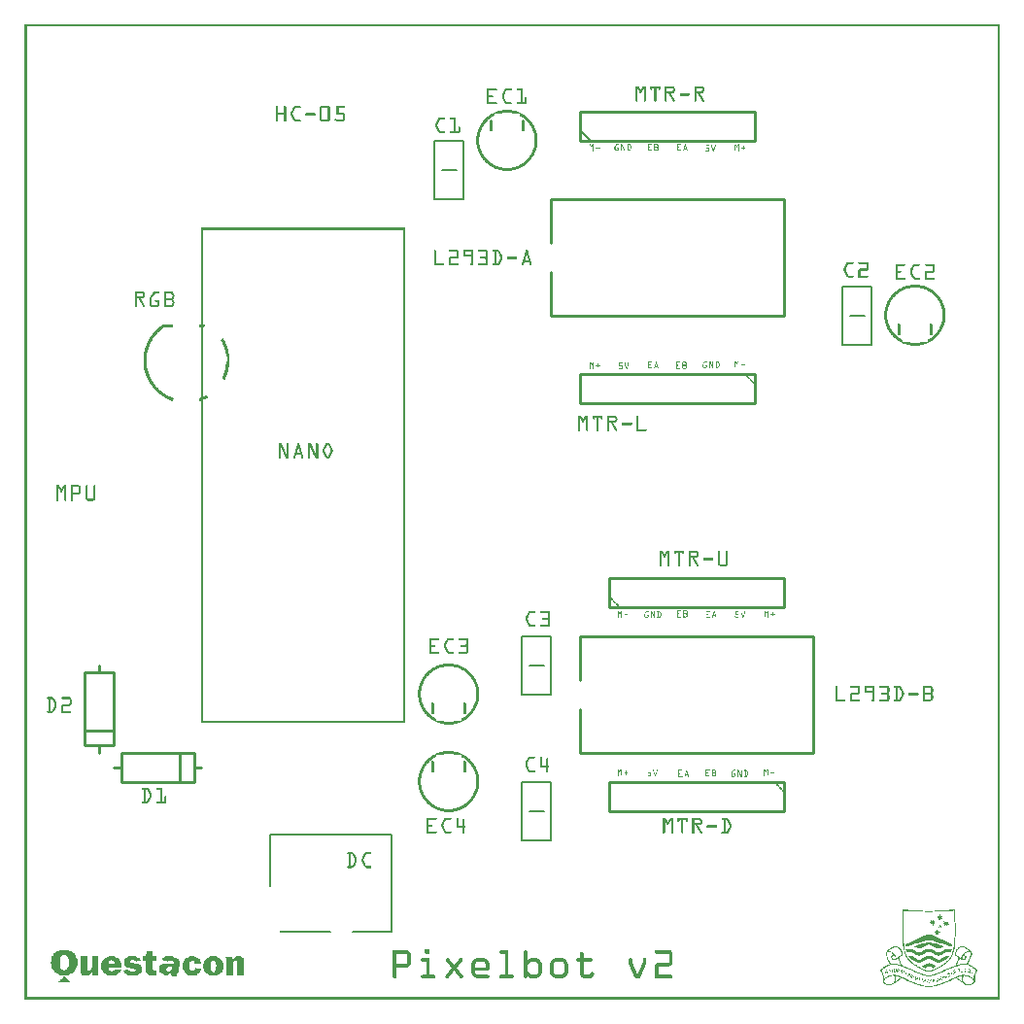
<source format=gto>
G04 MADE WITH FRITZING*
G04 WWW.FRITZING.ORG*
G04 DOUBLE SIDED*
G04 HOLES PLATED*
G04 CONTOUR ON CENTER OF CONTOUR VECTOR*
%ASAXBY*%
%FSLAX23Y23*%
%MOIN*%
%OFA0B0*%
%SFA1.0B1.0*%
%ADD10C,0.008000*%
%ADD11C,0.010000*%
%ADD12C,0.005000*%
%ADD13R,0.001000X0.001000*%
%LNSILK1*%
G90*
G70*
G54D10*
X842Y567D02*
X842Y390D01*
D02*
X1125Y233D02*
X1259Y233D01*
D02*
X1259Y567D02*
X842Y567D01*
D02*
X1259Y233D02*
X1259Y567D01*
D02*
X1259Y567D02*
X1259Y565D01*
G54D11*
D02*
X581Y848D02*
X531Y848D01*
D02*
X531Y848D02*
X331Y848D01*
D02*
X331Y848D02*
X331Y798D01*
D02*
X331Y798D02*
X331Y748D01*
D02*
X331Y748D02*
X531Y748D01*
D02*
X531Y748D02*
X581Y748D01*
D02*
X581Y748D02*
X581Y798D01*
D02*
X581Y798D02*
X581Y848D01*
D02*
X531Y848D02*
X531Y748D01*
D02*
X331Y798D02*
X306Y798D01*
D02*
X581Y798D02*
X606Y798D01*
D02*
X306Y873D02*
X306Y923D01*
D02*
X306Y923D02*
X306Y1123D01*
D02*
X306Y1123D02*
X256Y1123D01*
D02*
X256Y1123D02*
X206Y1123D01*
D02*
X206Y1123D02*
X206Y923D01*
D02*
X206Y923D02*
X206Y873D01*
D02*
X206Y873D02*
X256Y873D01*
D02*
X256Y873D02*
X306Y873D01*
D02*
X306Y923D02*
X206Y923D01*
D02*
X256Y1123D02*
X256Y1148D01*
D02*
X256Y873D02*
X256Y848D01*
G54D10*
D02*
X1781Y1148D02*
X1731Y1148D01*
D02*
X1806Y1248D02*
X1806Y1048D01*
D02*
X1806Y1048D02*
X1706Y1048D01*
D02*
X1706Y1048D02*
X1706Y1248D01*
D02*
X1706Y1248D02*
X1806Y1248D01*
D02*
X1431Y2848D02*
X1481Y2848D01*
D02*
X1406Y2748D02*
X1406Y2948D01*
D02*
X1406Y2948D02*
X1506Y2948D01*
D02*
X1506Y2948D02*
X1506Y2748D01*
D02*
X1506Y2748D02*
X1406Y2748D01*
D02*
X1781Y648D02*
X1731Y648D01*
D02*
X1806Y748D02*
X1806Y548D01*
D02*
X1806Y548D02*
X1706Y548D01*
D02*
X1706Y548D02*
X1706Y748D01*
D02*
X1706Y748D02*
X1806Y748D01*
D02*
X2831Y2348D02*
X2881Y2348D01*
D02*
X2806Y2248D02*
X2806Y2448D01*
D02*
X2806Y2448D02*
X2906Y2448D01*
D02*
X2906Y2448D02*
X2906Y2248D01*
D02*
X2906Y2248D02*
X2806Y2248D01*
G54D11*
D02*
X2606Y748D02*
X2006Y748D01*
D02*
X2006Y748D02*
X2006Y648D01*
D02*
X2006Y648D02*
X2606Y648D01*
D02*
X2606Y648D02*
X2606Y748D01*
D02*
X2006Y1348D02*
X2606Y1348D01*
D02*
X2606Y1348D02*
X2606Y1448D01*
D02*
X2606Y1448D02*
X2006Y1448D01*
D02*
X2006Y1448D02*
X2006Y1348D01*
D02*
X2506Y2148D02*
X1906Y2148D01*
D02*
X1906Y2148D02*
X1906Y2048D01*
D02*
X1906Y2048D02*
X2506Y2048D01*
D02*
X2506Y2048D02*
X2506Y2148D01*
D02*
X1906Y2948D02*
X2506Y2948D01*
D02*
X2506Y2948D02*
X2506Y3048D01*
D02*
X2506Y3048D02*
X1906Y3048D01*
D02*
X1906Y3048D02*
X1906Y2948D01*
G54D12*
D02*
X1941Y2948D02*
X1906Y2983D01*
G54D11*
D02*
X1906Y848D02*
X2706Y848D01*
D02*
X2706Y848D02*
X2706Y1248D01*
D02*
X2706Y1248D02*
X1906Y1248D01*
D02*
X1906Y848D02*
X1906Y998D01*
D02*
X1906Y1098D02*
X1906Y1248D01*
D02*
X1806Y2348D02*
X2606Y2348D01*
D02*
X2606Y2348D02*
X2606Y2748D01*
D02*
X2606Y2748D02*
X1806Y2748D01*
D02*
X1806Y2348D02*
X1806Y2498D01*
D02*
X1806Y2598D02*
X1806Y2748D01*
G36*
X120Y170D02*
X120Y168D01*
X116Y168D01*
X116Y166D01*
X110Y166D01*
X110Y165D01*
X108Y165D01*
X108Y163D01*
X106Y163D01*
X106Y161D01*
X102Y161D01*
X102Y159D01*
X100Y159D01*
X100Y155D01*
X140Y155D01*
X140Y153D01*
X143Y153D01*
X143Y151D01*
X145Y151D01*
X145Y149D01*
X147Y149D01*
X147Y147D01*
X149Y147D01*
X149Y139D01*
X151Y139D01*
X151Y115D01*
X149Y115D01*
X149Y109D01*
X147Y109D01*
X147Y107D01*
X145Y107D01*
X145Y105D01*
X143Y105D01*
X143Y103D01*
X140Y103D01*
X140Y101D01*
X173Y101D01*
X173Y103D01*
X175Y103D01*
X175Y105D01*
X177Y105D01*
X177Y111D01*
X179Y111D01*
X179Y117D01*
X181Y117D01*
X181Y139D01*
X179Y139D01*
X179Y145D01*
X177Y145D01*
X177Y151D01*
X175Y151D01*
X175Y153D01*
X173Y153D01*
X173Y157D01*
X171Y157D01*
X171Y159D01*
X169Y159D01*
X169Y161D01*
X167Y161D01*
X167Y163D01*
X165Y163D01*
X165Y165D01*
X161Y165D01*
X161Y166D01*
X157Y166D01*
X157Y168D01*
X153Y168D01*
X153Y170D01*
X120Y170D01*
G37*
D02*
G36*
X98Y155D02*
X98Y151D01*
X96Y151D01*
X96Y149D01*
X94Y149D01*
X94Y141D01*
X92Y141D01*
X92Y131D01*
X90Y131D01*
X90Y123D01*
X92Y123D01*
X92Y115D01*
X94Y115D01*
X94Y107D01*
X96Y107D01*
X96Y105D01*
X98Y105D01*
X98Y101D01*
X132Y101D01*
X132Y103D01*
X128Y103D01*
X128Y105D01*
X126Y105D01*
X126Y107D01*
X124Y107D01*
X124Y111D01*
X122Y111D01*
X122Y145D01*
X124Y145D01*
X124Y147D01*
X126Y147D01*
X126Y149D01*
X128Y149D01*
X128Y153D01*
X132Y153D01*
X132Y155D01*
X98Y155D01*
G37*
D02*
G36*
X100Y101D02*
X100Y99D01*
X173Y99D01*
X173Y101D01*
X100Y101D01*
G37*
D02*
G36*
X100Y101D02*
X100Y99D01*
X173Y99D01*
X173Y101D01*
X100Y101D01*
G37*
D02*
G36*
X102Y99D02*
X102Y95D01*
X106Y95D01*
X106Y93D01*
X108Y93D01*
X108Y91D01*
X110Y91D01*
X110Y89D01*
X116Y89D01*
X116Y87D01*
X120Y87D01*
X120Y85D01*
X138Y85D01*
X138Y83D01*
X143Y83D01*
X143Y85D01*
X153Y85D01*
X153Y87D01*
X157Y87D01*
X157Y89D01*
X161Y89D01*
X161Y91D01*
X165Y91D01*
X165Y93D01*
X167Y93D01*
X167Y95D01*
X169Y95D01*
X169Y97D01*
X171Y97D01*
X171Y99D01*
X102Y99D01*
G37*
D02*
G36*
X419Y168D02*
X419Y157D01*
X417Y157D01*
X417Y149D01*
X407Y149D01*
X407Y133D01*
X417Y133D01*
X417Y93D01*
X419Y93D01*
X419Y91D01*
X421Y91D01*
X421Y89D01*
X423Y89D01*
X423Y87D01*
X425Y87D01*
X425Y85D01*
X429Y85D01*
X429Y83D01*
X450Y83D01*
X450Y85D01*
X452Y85D01*
X452Y101D01*
X441Y101D01*
X441Y105D01*
X439Y105D01*
X439Y133D01*
X452Y133D01*
X452Y149D01*
X439Y149D01*
X439Y168D01*
X419Y168D01*
G37*
D02*
G36*
X191Y149D02*
X191Y101D01*
X217Y101D01*
X217Y103D01*
X215Y103D01*
X215Y149D01*
X191Y149D01*
G37*
D02*
G36*
X231Y149D02*
X231Y109D01*
X229Y109D01*
X229Y103D01*
X227Y103D01*
X227Y101D01*
X254Y101D01*
X254Y149D01*
X231Y149D01*
G37*
D02*
G36*
X191Y101D02*
X191Y99D01*
X254Y99D01*
X254Y101D01*
X191Y101D01*
G37*
D02*
G36*
X191Y101D02*
X191Y99D01*
X254Y99D01*
X254Y101D01*
X191Y101D01*
G37*
D02*
G36*
X191Y99D02*
X191Y95D01*
X193Y95D01*
X193Y93D01*
X233Y93D01*
X233Y91D01*
X231Y91D01*
X231Y85D01*
X252Y85D01*
X252Y83D01*
X254Y83D01*
X254Y99D01*
X191Y99D01*
G37*
D02*
G36*
X193Y93D02*
X193Y89D01*
X195Y89D01*
X195Y87D01*
X197Y87D01*
X197Y85D01*
X201Y85D01*
X201Y83D01*
X219Y83D01*
X219Y85D01*
X223Y85D01*
X223Y87D01*
X225Y87D01*
X225Y89D01*
X227Y89D01*
X227Y91D01*
X229Y91D01*
X229Y93D01*
X193Y93D01*
G37*
D02*
G36*
X233Y85D02*
X233Y83D01*
X248Y83D01*
X248Y85D01*
X233Y85D01*
G37*
D02*
G36*
X288Y149D02*
X288Y147D01*
X282Y147D01*
X282Y145D01*
X278Y145D01*
X278Y143D01*
X276Y143D01*
X276Y141D01*
X272Y141D01*
X272Y137D01*
X300Y137D01*
X300Y135D01*
X304Y135D01*
X304Y133D01*
X306Y133D01*
X306Y131D01*
X308Y131D01*
X308Y123D01*
X332Y123D01*
X332Y127D01*
X330Y127D01*
X330Y131D01*
X328Y131D01*
X328Y135D01*
X326Y135D01*
X326Y139D01*
X322Y139D01*
X322Y143D01*
X318Y143D01*
X318Y145D01*
X314Y145D01*
X314Y147D01*
X310Y147D01*
X310Y149D01*
X288Y149D01*
G37*
D02*
G36*
X270Y137D02*
X270Y135D01*
X268Y135D01*
X268Y133D01*
X266Y133D01*
X266Y127D01*
X264Y127D01*
X264Y123D01*
X288Y123D01*
X288Y131D01*
X290Y131D01*
X290Y133D01*
X292Y133D01*
X292Y135D01*
X296Y135D01*
X296Y137D01*
X270Y137D01*
G37*
D02*
G36*
X264Y123D02*
X264Y121D01*
X332Y121D01*
X332Y123D01*
X264Y123D01*
G37*
D02*
G36*
X264Y123D02*
X264Y121D01*
X332Y121D01*
X332Y123D01*
X264Y123D01*
G37*
D02*
G36*
X264Y121D02*
X264Y117D01*
X262Y117D01*
X262Y113D01*
X264Y113D01*
X264Y103D01*
X266Y103D01*
X266Y99D01*
X268Y99D01*
X268Y97D01*
X296Y97D01*
X296Y99D01*
X292Y99D01*
X292Y101D01*
X290Y101D01*
X290Y103D01*
X288Y103D01*
X288Y111D01*
X334Y111D01*
X334Y115D01*
X332Y115D01*
X332Y121D01*
X264Y121D01*
G37*
D02*
G36*
X310Y105D02*
X310Y103D01*
X308Y103D01*
X308Y101D01*
X306Y101D01*
X306Y99D01*
X304Y99D01*
X304Y97D01*
X330Y97D01*
X330Y101D01*
X332Y101D01*
X332Y105D01*
X310Y105D01*
G37*
D02*
G36*
X268Y97D02*
X268Y95D01*
X328Y95D01*
X328Y97D01*
X268Y97D01*
G37*
D02*
G36*
X268Y97D02*
X268Y95D01*
X328Y95D01*
X328Y97D01*
X268Y97D01*
G37*
D02*
G36*
X270Y95D02*
X270Y93D01*
X272Y93D01*
X272Y91D01*
X274Y91D01*
X274Y89D01*
X278Y89D01*
X278Y87D01*
X282Y87D01*
X282Y85D01*
X288Y85D01*
X288Y83D01*
X310Y83D01*
X310Y85D01*
X316Y85D01*
X316Y87D01*
X320Y87D01*
X320Y89D01*
X322Y89D01*
X322Y91D01*
X324Y91D01*
X324Y93D01*
X326Y93D01*
X326Y95D01*
X270Y95D01*
G37*
D02*
G36*
X567Y149D02*
X567Y147D01*
X561Y147D01*
X561Y145D01*
X557Y145D01*
X557Y143D01*
X553Y143D01*
X553Y141D01*
X551Y141D01*
X551Y139D01*
X550Y139D01*
X550Y135D01*
X548Y135D01*
X548Y133D01*
X581Y133D01*
X581Y131D01*
X583Y131D01*
X583Y123D01*
X597Y123D01*
X597Y125D01*
X605Y125D01*
X605Y131D01*
X603Y131D01*
X603Y135D01*
X601Y135D01*
X601Y139D01*
X597Y139D01*
X597Y141D01*
X595Y141D01*
X595Y143D01*
X593Y143D01*
X593Y145D01*
X589Y145D01*
X589Y147D01*
X583Y147D01*
X583Y149D01*
X567Y149D01*
G37*
D02*
G36*
X546Y133D02*
X546Y127D01*
X544Y127D01*
X544Y103D01*
X546Y103D01*
X546Y99D01*
X571Y99D01*
X571Y101D01*
X569Y101D01*
X569Y103D01*
X567Y103D01*
X567Y129D01*
X569Y129D01*
X569Y131D01*
X571Y131D01*
X571Y133D01*
X546Y133D01*
G37*
D02*
G36*
X585Y109D02*
X585Y105D01*
X583Y105D01*
X583Y101D01*
X581Y101D01*
X581Y99D01*
X603Y99D01*
X603Y101D01*
X605Y101D01*
X605Y107D01*
X589Y107D01*
X589Y109D01*
X585Y109D01*
G37*
D02*
G36*
X548Y99D02*
X548Y97D01*
X603Y97D01*
X603Y99D01*
X548Y99D01*
G37*
D02*
G36*
X548Y99D02*
X548Y97D01*
X603Y97D01*
X603Y99D01*
X548Y99D01*
G37*
D02*
G36*
X548Y97D02*
X548Y95D01*
X550Y95D01*
X550Y93D01*
X551Y93D01*
X551Y91D01*
X553Y91D01*
X553Y89D01*
X555Y89D01*
X555Y87D01*
X559Y87D01*
X559Y85D01*
X563Y85D01*
X563Y83D01*
X585Y83D01*
X585Y85D01*
X591Y85D01*
X591Y87D01*
X593Y87D01*
X593Y89D01*
X597Y89D01*
X597Y91D01*
X599Y91D01*
X599Y93D01*
X601Y93D01*
X601Y97D01*
X548Y97D01*
G37*
D02*
G36*
X637Y149D02*
X637Y147D01*
X633Y147D01*
X633Y145D01*
X629Y145D01*
X629Y143D01*
X625Y143D01*
X625Y141D01*
X623Y141D01*
X623Y139D01*
X621Y139D01*
X621Y137D01*
X619Y137D01*
X619Y135D01*
X651Y135D01*
X651Y133D01*
X654Y133D01*
X654Y131D01*
X656Y131D01*
X656Y121D01*
X658Y121D01*
X658Y113D01*
X656Y113D01*
X656Y101D01*
X654Y101D01*
X654Y99D01*
X653Y99D01*
X653Y97D01*
X651Y97D01*
X651Y95D01*
X678Y95D01*
X678Y99D01*
X680Y99D01*
X680Y103D01*
X682Y103D01*
X682Y111D01*
X684Y111D01*
X684Y121D01*
X682Y121D01*
X682Y127D01*
X680Y127D01*
X680Y131D01*
X678Y131D01*
X678Y135D01*
X676Y135D01*
X676Y137D01*
X674Y137D01*
X674Y139D01*
X672Y139D01*
X672Y141D01*
X670Y141D01*
X670Y143D01*
X668Y143D01*
X668Y145D01*
X662Y145D01*
X662Y147D01*
X658Y147D01*
X658Y149D01*
X637Y149D01*
G37*
D02*
G36*
X617Y135D02*
X617Y129D01*
X615Y129D01*
X615Y125D01*
X613Y125D01*
X613Y107D01*
X615Y107D01*
X615Y101D01*
X617Y101D01*
X617Y97D01*
X619Y97D01*
X619Y95D01*
X645Y95D01*
X645Y97D01*
X643Y97D01*
X643Y99D01*
X641Y99D01*
X641Y101D01*
X639Y101D01*
X639Y129D01*
X641Y129D01*
X641Y133D01*
X645Y133D01*
X645Y135D01*
X617Y135D01*
G37*
D02*
G36*
X621Y95D02*
X621Y93D01*
X676Y93D01*
X676Y95D01*
X621Y95D01*
G37*
D02*
G36*
X621Y95D02*
X621Y93D01*
X676Y93D01*
X676Y95D01*
X621Y95D01*
G37*
D02*
G36*
X623Y93D02*
X623Y91D01*
X625Y91D01*
X625Y89D01*
X629Y89D01*
X629Y87D01*
X631Y87D01*
X631Y85D01*
X637Y85D01*
X637Y83D01*
X660Y83D01*
X660Y85D01*
X664Y85D01*
X664Y87D01*
X668Y87D01*
X668Y89D01*
X672Y89D01*
X672Y91D01*
X674Y91D01*
X674Y93D01*
X623Y93D01*
G37*
D02*
G36*
X712Y149D02*
X712Y147D01*
X690Y147D01*
X690Y145D01*
X692Y145D01*
X692Y139D01*
X714Y139D01*
X714Y149D01*
X712Y149D01*
G37*
D02*
G36*
X726Y149D02*
X726Y147D01*
X722Y147D01*
X722Y145D01*
X718Y145D01*
X718Y141D01*
X716Y141D01*
X716Y139D01*
X752Y139D01*
X752Y143D01*
X750Y143D01*
X750Y145D01*
X746Y145D01*
X746Y147D01*
X744Y147D01*
X744Y149D01*
X726Y149D01*
G37*
D02*
G36*
X692Y139D02*
X692Y137D01*
X752Y137D01*
X752Y139D01*
X692Y139D01*
G37*
D02*
G36*
X692Y139D02*
X692Y137D01*
X752Y137D01*
X752Y139D01*
X692Y139D01*
G37*
D02*
G36*
X692Y137D02*
X692Y133D01*
X728Y133D01*
X728Y131D01*
X730Y131D01*
X730Y83D01*
X754Y83D01*
X754Y137D01*
X692Y137D01*
G37*
D02*
G36*
X692Y133D02*
X692Y83D01*
X714Y83D01*
X714Y85D01*
X716Y85D01*
X716Y129D01*
X718Y129D01*
X718Y133D01*
X692Y133D01*
G37*
D02*
G36*
X482Y149D02*
X482Y147D01*
X480Y147D01*
X480Y145D01*
X476Y145D01*
X476Y143D01*
X474Y143D01*
X474Y141D01*
X472Y141D01*
X472Y137D01*
X476Y137D01*
X476Y135D01*
X506Y135D01*
X506Y133D01*
X510Y133D01*
X510Y129D01*
X512Y129D01*
X512Y125D01*
X510Y125D01*
X510Y123D01*
X534Y123D01*
X534Y133D01*
X532Y133D01*
X532Y135D01*
X530Y135D01*
X530Y137D01*
X528Y137D01*
X528Y139D01*
X526Y139D01*
X526Y141D01*
X524Y141D01*
X524Y143D01*
X520Y143D01*
X520Y145D01*
X514Y145D01*
X514Y147D01*
X510Y147D01*
X510Y149D01*
X482Y149D01*
G37*
D02*
G36*
X480Y135D02*
X480Y133D01*
X488Y133D01*
X488Y131D01*
X492Y131D01*
X492Y133D01*
X494Y133D01*
X494Y135D01*
X480Y135D01*
G37*
D02*
G36*
X478Y125D02*
X478Y123D01*
X500Y123D01*
X500Y125D01*
X478Y125D01*
G37*
D02*
G36*
X472Y123D02*
X472Y121D01*
X534Y121D01*
X534Y123D01*
X472Y123D01*
G37*
D02*
G36*
X472Y123D02*
X472Y121D01*
X534Y121D01*
X534Y123D01*
X472Y123D01*
G37*
D02*
G36*
X468Y121D02*
X468Y119D01*
X466Y119D01*
X466Y117D01*
X464Y117D01*
X464Y113D01*
X506Y113D01*
X506Y103D01*
X504Y103D01*
X504Y101D01*
X502Y101D01*
X502Y99D01*
X500Y99D01*
X500Y97D01*
X528Y97D01*
X528Y107D01*
X530Y107D01*
X530Y113D01*
X532Y113D01*
X532Y119D01*
X534Y119D01*
X534Y121D01*
X468Y121D01*
G37*
D02*
G36*
X462Y113D02*
X462Y97D01*
X490Y97D01*
X490Y99D01*
X488Y99D01*
X488Y101D01*
X486Y101D01*
X486Y107D01*
X488Y107D01*
X488Y111D01*
X492Y111D01*
X492Y113D01*
X462Y113D01*
G37*
D02*
G36*
X464Y97D02*
X464Y95D01*
X528Y95D01*
X528Y97D01*
X464Y97D01*
G37*
D02*
G36*
X464Y97D02*
X464Y95D01*
X528Y95D01*
X528Y97D01*
X464Y97D01*
G37*
D02*
G36*
X466Y95D02*
X466Y93D01*
X468Y93D01*
X468Y91D01*
X504Y91D01*
X504Y89D01*
X502Y89D01*
X502Y83D01*
X506Y83D01*
X506Y81D01*
X512Y81D01*
X512Y79D01*
X522Y79D01*
X522Y77D01*
X524Y77D01*
X524Y89D01*
X526Y89D01*
X526Y95D01*
X466Y95D01*
G37*
D02*
G36*
X470Y91D02*
X470Y89D01*
X476Y89D01*
X476Y87D01*
X480Y87D01*
X480Y85D01*
X492Y85D01*
X492Y87D01*
X496Y87D01*
X496Y89D01*
X500Y89D01*
X500Y91D01*
X470Y91D01*
G37*
D02*
G36*
X357Y149D02*
X357Y147D01*
X353Y147D01*
X353Y145D01*
X349Y145D01*
X349Y143D01*
X347Y143D01*
X347Y141D01*
X346Y141D01*
X346Y139D01*
X344Y139D01*
X344Y137D01*
X375Y137D01*
X375Y135D01*
X379Y135D01*
X379Y133D01*
X381Y133D01*
X381Y131D01*
X387Y131D01*
X387Y133D01*
X399Y133D01*
X399Y137D01*
X397Y137D01*
X397Y141D01*
X395Y141D01*
X395Y143D01*
X391Y143D01*
X391Y145D01*
X387Y145D01*
X387Y147D01*
X383Y147D01*
X383Y149D01*
X357Y149D01*
G37*
D02*
G36*
X344Y137D02*
X344Y135D01*
X342Y135D01*
X342Y121D01*
X344Y121D01*
X344Y117D01*
X346Y117D01*
X346Y115D01*
X347Y115D01*
X347Y113D01*
X349Y113D01*
X349Y111D01*
X355Y111D01*
X355Y109D01*
X361Y109D01*
X361Y107D01*
X375Y107D01*
X375Y105D01*
X381Y105D01*
X381Y103D01*
X383Y103D01*
X383Y101D01*
X381Y101D01*
X381Y99D01*
X379Y99D01*
X379Y97D01*
X401Y97D01*
X401Y99D01*
X403Y99D01*
X403Y111D01*
X401Y111D01*
X401Y115D01*
X399Y115D01*
X399Y119D01*
X395Y119D01*
X395Y121D01*
X393Y121D01*
X393Y123D01*
X387Y123D01*
X387Y125D01*
X377Y125D01*
X377Y127D01*
X363Y127D01*
X363Y129D01*
X361Y129D01*
X361Y135D01*
X365Y135D01*
X365Y137D01*
X344Y137D01*
G37*
D02*
G36*
X347Y103D02*
X347Y101D01*
X340Y101D01*
X340Y97D01*
X361Y97D01*
X361Y99D01*
X359Y99D01*
X359Y101D01*
X357Y101D01*
X357Y103D01*
X347Y103D01*
G37*
D02*
G36*
X342Y97D02*
X342Y95D01*
X401Y95D01*
X401Y97D01*
X342Y97D01*
G37*
D02*
G36*
X342Y97D02*
X342Y95D01*
X401Y95D01*
X401Y97D01*
X342Y97D01*
G37*
D02*
G36*
X342Y95D02*
X342Y93D01*
X344Y93D01*
X344Y91D01*
X346Y91D01*
X346Y89D01*
X349Y89D01*
X349Y87D01*
X351Y87D01*
X351Y85D01*
X359Y85D01*
X359Y83D01*
X383Y83D01*
X383Y85D01*
X389Y85D01*
X389Y87D01*
X393Y87D01*
X393Y89D01*
X397Y89D01*
X397Y91D01*
X399Y91D01*
X399Y95D01*
X342Y95D01*
G37*
D02*
G36*
X136Y81D02*
X136Y79D01*
X134Y79D01*
X134Y77D01*
X132Y77D01*
X132Y75D01*
X130Y75D01*
X130Y73D01*
X128Y73D01*
X128Y71D01*
X126Y71D01*
X126Y69D01*
X124Y69D01*
X124Y67D01*
X122Y67D01*
X122Y65D01*
X120Y65D01*
X120Y64D01*
X118Y64D01*
X118Y62D01*
X116Y62D01*
X116Y60D01*
X157Y60D01*
X157Y62D01*
X155Y62D01*
X155Y64D01*
X153Y64D01*
X153Y65D01*
X151Y65D01*
X151Y67D01*
X149Y67D01*
X149Y69D01*
X147Y69D01*
X147Y71D01*
X145Y71D01*
X145Y73D01*
X143Y73D01*
X143Y75D01*
X142Y75D01*
X142Y77D01*
X140Y77D01*
X140Y79D01*
X138Y79D01*
X138Y81D01*
X136Y81D01*
G37*
D02*
G36*
X3015Y310D02*
X3015Y309D01*
X3014Y309D01*
X3014Y306D01*
X3019Y306D01*
X3019Y305D01*
X3084Y305D01*
X3084Y306D01*
X3053Y306D01*
X3053Y307D01*
X3033Y307D01*
X3033Y309D01*
X3018Y309D01*
X3018Y310D01*
X3015Y310D01*
G37*
D02*
G36*
X3188Y310D02*
X3188Y309D01*
X3172Y309D01*
X3172Y307D01*
X3154Y307D01*
X3154Y306D01*
X3188Y306D01*
X3188Y305D01*
X3189Y305D01*
X3189Y268D01*
X3191Y268D01*
X3191Y212D01*
X3189Y212D01*
X3189Y192D01*
X3188Y192D01*
X3188Y181D01*
X3187Y181D01*
X3187Y173D01*
X3185Y173D01*
X3185Y168D01*
X3184Y168D01*
X3184Y163D01*
X3183Y163D01*
X3183Y159D01*
X3182Y159D01*
X3182Y155D01*
X3180Y155D01*
X3180Y152D01*
X3179Y152D01*
X3179Y150D01*
X3178Y150D01*
X3178Y147D01*
X3176Y147D01*
X3176Y145D01*
X3175Y145D01*
X3175Y143D01*
X3174Y143D01*
X3174Y141D01*
X3172Y141D01*
X3172Y139D01*
X3171Y139D01*
X3171Y138D01*
X3170Y138D01*
X3170Y136D01*
X3169Y136D01*
X3169Y134D01*
X3167Y134D01*
X3167Y133D01*
X3165Y133D01*
X3165Y132D01*
X3163Y132D01*
X3163Y130D01*
X3162Y130D01*
X3162Y129D01*
X3161Y129D01*
X3161Y128D01*
X3159Y128D01*
X3159Y126D01*
X3157Y126D01*
X3157Y125D01*
X3156Y125D01*
X3156Y124D01*
X3153Y124D01*
X3153Y123D01*
X3152Y123D01*
X3152Y121D01*
X3149Y121D01*
X3149Y120D01*
X3148Y120D01*
X3148Y119D01*
X3145Y119D01*
X3145Y117D01*
X3144Y117D01*
X3144Y116D01*
X3141Y116D01*
X3141Y115D01*
X3139Y115D01*
X3139Y113D01*
X3136Y113D01*
X3136Y112D01*
X3135Y112D01*
X3135Y111D01*
X3132Y111D01*
X3132Y110D01*
X3130Y110D01*
X3130Y108D01*
X3127Y108D01*
X3127Y107D01*
X3124Y107D01*
X3124Y106D01*
X3122Y106D01*
X3122Y104D01*
X3119Y104D01*
X3119Y103D01*
X3115Y103D01*
X3115Y102D01*
X3111Y102D01*
X3111Y100D01*
X3122Y100D01*
X3122Y102D01*
X3124Y102D01*
X3124Y103D01*
X3127Y103D01*
X3127Y104D01*
X3130Y104D01*
X3130Y106D01*
X3132Y106D01*
X3132Y107D01*
X3135Y107D01*
X3135Y108D01*
X3137Y108D01*
X3137Y110D01*
X3140Y110D01*
X3140Y111D01*
X3141Y111D01*
X3141Y112D01*
X3144Y112D01*
X3144Y113D01*
X3146Y113D01*
X3146Y115D01*
X3148Y115D01*
X3148Y116D01*
X3150Y116D01*
X3150Y117D01*
X3153Y117D01*
X3153Y119D01*
X3154Y119D01*
X3154Y120D01*
X3157Y120D01*
X3157Y121D01*
X3158Y121D01*
X3158Y123D01*
X3161Y123D01*
X3161Y124D01*
X3162Y124D01*
X3162Y125D01*
X3163Y125D01*
X3163Y126D01*
X3165Y126D01*
X3165Y128D01*
X3167Y128D01*
X3167Y129D01*
X3169Y129D01*
X3169Y130D01*
X3170Y130D01*
X3170Y132D01*
X3171Y132D01*
X3171Y133D01*
X3172Y133D01*
X3172Y134D01*
X3174Y134D01*
X3174Y137D01*
X3175Y137D01*
X3175Y138D01*
X3176Y138D01*
X3176Y139D01*
X3178Y139D01*
X3178Y142D01*
X3179Y142D01*
X3179Y143D01*
X3180Y143D01*
X3180Y146D01*
X3182Y146D01*
X3182Y149D01*
X3183Y149D01*
X3183Y152D01*
X3184Y152D01*
X3184Y155D01*
X3185Y155D01*
X3185Y159D01*
X3187Y159D01*
X3187Y163D01*
X3188Y163D01*
X3188Y168D01*
X3189Y168D01*
X3189Y175D01*
X3191Y175D01*
X3191Y182D01*
X3192Y182D01*
X3192Y193D01*
X3193Y193D01*
X3193Y216D01*
X3195Y216D01*
X3195Y262D01*
X3193Y262D01*
X3193Y305D01*
X3192Y305D01*
X3192Y309D01*
X3191Y309D01*
X3191Y310D01*
X3188Y310D01*
G37*
D02*
G36*
X3014Y306D02*
X3014Y301D01*
X3012Y301D01*
X3012Y247D01*
X3011Y247D01*
X3011Y227D01*
X3012Y227D01*
X3012Y195D01*
X3014Y195D01*
X3014Y184D01*
X3015Y184D01*
X3015Y175D01*
X3016Y175D01*
X3016Y169D01*
X3018Y169D01*
X3018Y164D01*
X3019Y164D01*
X3019Y160D01*
X3020Y160D01*
X3020Y156D01*
X3022Y156D01*
X3022Y152D01*
X3023Y152D01*
X3023Y150D01*
X3024Y150D01*
X3024Y147D01*
X3025Y147D01*
X3025Y145D01*
X3027Y145D01*
X3027Y142D01*
X3028Y142D01*
X3028Y141D01*
X3029Y141D01*
X3029Y138D01*
X3031Y138D01*
X3031Y137D01*
X3032Y137D01*
X3032Y136D01*
X3033Y136D01*
X3033Y133D01*
X3035Y133D01*
X3035Y132D01*
X3036Y132D01*
X3036Y130D01*
X3037Y130D01*
X3037Y129D01*
X3040Y129D01*
X3040Y128D01*
X3041Y128D01*
X3041Y126D01*
X3042Y126D01*
X3042Y125D01*
X3044Y125D01*
X3044Y124D01*
X3046Y124D01*
X3046Y123D01*
X3048Y123D01*
X3048Y121D01*
X3049Y121D01*
X3049Y120D01*
X3051Y120D01*
X3051Y119D01*
X3053Y119D01*
X3053Y117D01*
X3055Y117D01*
X3055Y116D01*
X3058Y116D01*
X3058Y115D01*
X3059Y115D01*
X3059Y113D01*
X3062Y113D01*
X3062Y112D01*
X3064Y112D01*
X3064Y111D01*
X3066Y111D01*
X3066Y110D01*
X3068Y110D01*
X3068Y108D01*
X3071Y108D01*
X3071Y107D01*
X3074Y107D01*
X3074Y106D01*
X3076Y106D01*
X3076Y104D01*
X3079Y104D01*
X3079Y103D01*
X3081Y103D01*
X3081Y102D01*
X3084Y102D01*
X3084Y100D01*
X3094Y100D01*
X3094Y102D01*
X3090Y102D01*
X3090Y103D01*
X3088Y103D01*
X3088Y104D01*
X3084Y104D01*
X3084Y106D01*
X3081Y106D01*
X3081Y107D01*
X3079Y107D01*
X3079Y108D01*
X3076Y108D01*
X3076Y110D01*
X3074Y110D01*
X3074Y111D01*
X3072Y111D01*
X3072Y112D01*
X3070Y112D01*
X3070Y113D01*
X3067Y113D01*
X3067Y115D01*
X3064Y115D01*
X3064Y116D01*
X3063Y116D01*
X3063Y117D01*
X3061Y117D01*
X3061Y119D01*
X3058Y119D01*
X3058Y120D01*
X3057Y120D01*
X3057Y121D01*
X3054Y121D01*
X3054Y123D01*
X3053Y123D01*
X3053Y124D01*
X3050Y124D01*
X3050Y125D01*
X3049Y125D01*
X3049Y126D01*
X3046Y126D01*
X3046Y128D01*
X3045Y128D01*
X3045Y129D01*
X3044Y129D01*
X3044Y130D01*
X3042Y130D01*
X3042Y132D01*
X3041Y132D01*
X3041Y133D01*
X3040Y133D01*
X3040Y134D01*
X3038Y134D01*
X3038Y136D01*
X3037Y136D01*
X3037Y137D01*
X3036Y137D01*
X3036Y138D01*
X3035Y138D01*
X3035Y139D01*
X3033Y139D01*
X3033Y141D01*
X3032Y141D01*
X3032Y143D01*
X3031Y143D01*
X3031Y145D01*
X3029Y145D01*
X3029Y147D01*
X3028Y147D01*
X3028Y150D01*
X3027Y150D01*
X3027Y152D01*
X3025Y152D01*
X3025Y156D01*
X3024Y156D01*
X3024Y159D01*
X3023Y159D01*
X3023Y163D01*
X3022Y163D01*
X3022Y168D01*
X3020Y168D01*
X3020Y175D01*
X3019Y175D01*
X3019Y182D01*
X3018Y182D01*
X3018Y194D01*
X3016Y194D01*
X3016Y219D01*
X3015Y219D01*
X3015Y258D01*
X3016Y258D01*
X3016Y303D01*
X3018Y303D01*
X3018Y306D01*
X3014Y306D01*
G37*
D02*
G36*
X3122Y306D02*
X3122Y305D01*
X3187Y305D01*
X3187Y306D01*
X3122Y306D01*
G37*
D02*
G36*
X3035Y305D02*
X3035Y303D01*
X3171Y303D01*
X3171Y305D01*
X3035Y305D01*
G37*
D02*
G36*
X3035Y305D02*
X3035Y303D01*
X3171Y303D01*
X3171Y305D01*
X3035Y305D01*
G37*
D02*
G36*
X3054Y303D02*
X3054Y302D01*
X3090Y302D01*
X3090Y301D01*
X3115Y301D01*
X3115Y302D01*
X3152Y302D01*
X3152Y303D01*
X3054Y303D01*
G37*
D02*
G36*
X3087Y100D02*
X3087Y99D01*
X3119Y99D01*
X3119Y100D01*
X3087Y100D01*
G37*
D02*
G36*
X3087Y100D02*
X3087Y99D01*
X3119Y99D01*
X3119Y100D01*
X3087Y100D01*
G37*
D02*
G36*
X3090Y99D02*
X3090Y98D01*
X3096Y98D01*
X3096Y97D01*
X3110Y97D01*
X3110Y98D01*
X3115Y98D01*
X3115Y99D01*
X3090Y99D01*
G37*
D02*
G36*
X3132Y289D02*
X3132Y288D01*
X3133Y288D01*
X3133Y289D01*
X3132Y289D01*
G37*
D02*
G36*
X3140Y292D02*
X3140Y289D01*
X3139Y289D01*
X3139Y287D01*
X3143Y287D01*
X3143Y289D01*
X3141Y289D01*
X3141Y292D01*
X3140Y292D01*
G37*
D02*
G36*
X3133Y288D02*
X3133Y287D01*
X3136Y287D01*
X3136Y288D01*
X3133Y288D01*
G37*
D02*
G36*
X3133Y287D02*
X3133Y285D01*
X3148Y285D01*
X3148Y287D01*
X3133Y287D01*
G37*
D02*
G36*
X3133Y287D02*
X3133Y285D01*
X3148Y285D01*
X3148Y287D01*
X3133Y287D01*
G37*
D02*
G36*
X3135Y285D02*
X3135Y283D01*
X3132Y283D01*
X3132Y281D01*
X3130Y281D01*
X3130Y280D01*
X3133Y280D01*
X3133Y279D01*
X3135Y279D01*
X3135Y276D01*
X3140Y276D01*
X3140Y275D01*
X3141Y275D01*
X3141Y273D01*
X3143Y273D01*
X3143Y272D01*
X3144Y272D01*
X3144Y277D01*
X3149Y277D01*
X3149Y280D01*
X3146Y280D01*
X3146Y281D01*
X3145Y281D01*
X3145Y283D01*
X3146Y283D01*
X3146Y285D01*
X3135Y285D01*
G37*
D02*
G36*
X3135Y276D02*
X3135Y273D01*
X3136Y273D01*
X3136Y275D01*
X3139Y275D01*
X3139Y276D01*
X3135Y276D01*
G37*
D02*
G36*
X3117Y275D02*
X3117Y272D01*
X3115Y272D01*
X3115Y271D01*
X3119Y271D01*
X3119Y273D01*
X3118Y273D01*
X3118Y275D01*
X3117Y275D01*
G37*
D02*
G36*
X3110Y273D02*
X3110Y271D01*
X3114Y271D01*
X3114Y272D01*
X3111Y272D01*
X3111Y273D01*
X3110Y273D01*
G37*
D02*
G36*
X3110Y271D02*
X3110Y270D01*
X3119Y270D01*
X3119Y271D01*
X3110Y271D01*
G37*
D02*
G36*
X3110Y271D02*
X3110Y270D01*
X3119Y270D01*
X3119Y271D01*
X3110Y271D01*
G37*
D02*
G36*
X3110Y270D02*
X3110Y267D01*
X3106Y267D01*
X3106Y266D01*
X3107Y266D01*
X3107Y264D01*
X3110Y264D01*
X3110Y262D01*
X3120Y262D01*
X3120Y260D01*
X3124Y260D01*
X3124Y262D01*
X3123Y262D01*
X3123Y263D01*
X3122Y263D01*
X3122Y267D01*
X3123Y267D01*
X3123Y268D01*
X3124Y268D01*
X3124Y270D01*
X3110Y270D01*
G37*
D02*
G36*
X3110Y262D02*
X3110Y260D01*
X3114Y260D01*
X3114Y259D01*
X3115Y259D01*
X3115Y258D01*
X3117Y258D01*
X3117Y255D01*
X3118Y255D01*
X3118Y260D01*
X3119Y260D01*
X3119Y262D01*
X3110Y262D01*
G37*
D02*
G36*
X3110Y260D02*
X3110Y259D01*
X3113Y259D01*
X3113Y260D01*
X3110Y260D01*
G37*
D02*
G36*
X3162Y272D02*
X3162Y270D01*
X3161Y270D01*
X3161Y268D01*
X3163Y268D01*
X3163Y272D01*
X3162Y272D01*
G37*
D02*
G36*
X3154Y270D02*
X3154Y268D01*
X3157Y268D01*
X3157Y270D01*
X3154Y270D01*
G37*
D02*
G36*
X3156Y268D02*
X3156Y267D01*
X3165Y267D01*
X3165Y268D01*
X3156Y268D01*
G37*
D02*
G36*
X3156Y268D02*
X3156Y267D01*
X3165Y267D01*
X3165Y268D01*
X3156Y268D01*
G37*
D02*
G36*
X3156Y267D02*
X3156Y263D01*
X3153Y263D01*
X3153Y262D01*
X3152Y262D01*
X3152Y260D01*
X3156Y260D01*
X3156Y259D01*
X3157Y259D01*
X3157Y257D01*
X3161Y257D01*
X3161Y255D01*
X3162Y255D01*
X3162Y254D01*
X3163Y254D01*
X3163Y253D01*
X3165Y253D01*
X3165Y258D01*
X3171Y258D01*
X3171Y259D01*
X3170Y259D01*
X3170Y260D01*
X3169Y260D01*
X3169Y262D01*
X3167Y262D01*
X3167Y264D01*
X3169Y264D01*
X3169Y266D01*
X3170Y266D01*
X3170Y267D01*
X3156Y267D01*
G37*
D02*
G36*
X3156Y257D02*
X3156Y254D01*
X3157Y254D01*
X3157Y255D01*
X3159Y255D01*
X3159Y257D01*
X3156Y257D01*
G37*
D02*
G36*
X3141Y260D02*
X3141Y257D01*
X3140Y257D01*
X3140Y255D01*
X3135Y255D01*
X3135Y254D01*
X3136Y254D01*
X3136Y253D01*
X3139Y253D01*
X3139Y249D01*
X3144Y249D01*
X3144Y247D01*
X3145Y247D01*
X3145Y246D01*
X3146Y246D01*
X3146Y250D01*
X3145Y250D01*
X3145Y251D01*
X3146Y251D01*
X3146Y253D01*
X3148Y253D01*
X3148Y254D01*
X3149Y254D01*
X3149Y255D01*
X3144Y255D01*
X3144Y258D01*
X3143Y258D01*
X3143Y260D01*
X3141Y260D01*
G37*
D02*
G36*
X3137Y249D02*
X3137Y246D01*
X3139Y246D01*
X3139Y247D01*
X3140Y247D01*
X3140Y249D01*
X3137Y249D01*
G37*
D02*
G36*
X3109Y259D02*
X3109Y258D01*
X3110Y258D01*
X3110Y259D01*
X3109Y259D01*
G37*
D02*
G36*
X3131Y242D02*
X3131Y240D01*
X3130Y240D01*
X3130Y238D01*
X3124Y238D01*
X3124Y237D01*
X3126Y237D01*
X3126Y233D01*
X3124Y233D01*
X3124Y232D01*
X3123Y232D01*
X3123Y231D01*
X3124Y231D01*
X3124Y229D01*
X3127Y229D01*
X3127Y227D01*
X3133Y227D01*
X3133Y225D01*
X3135Y225D01*
X3135Y224D01*
X3136Y224D01*
X3136Y229D01*
X3139Y229D01*
X3139Y231D01*
X3141Y231D01*
X3141Y232D01*
X3139Y232D01*
X3139Y233D01*
X3137Y233D01*
X3137Y236D01*
X3139Y236D01*
X3139Y238D01*
X3133Y238D01*
X3133Y241D01*
X3132Y241D01*
X3132Y242D01*
X3131Y242D01*
G37*
D02*
G36*
X3127Y227D02*
X3127Y224D01*
X3130Y224D01*
X3130Y225D01*
X3131Y225D01*
X3131Y227D01*
X3127Y227D01*
G37*
D02*
G36*
X3139Y240D02*
X3139Y238D01*
X3140Y238D01*
X3140Y240D01*
X3139Y240D01*
G37*
D02*
G36*
X3098Y225D02*
X3098Y224D01*
X3094Y224D01*
X3094Y223D01*
X3092Y223D01*
X3092Y221D01*
X3088Y221D01*
X3088Y220D01*
X3085Y220D01*
X3085Y219D01*
X3083Y219D01*
X3083Y218D01*
X3080Y218D01*
X3080Y216D01*
X3077Y216D01*
X3077Y215D01*
X3075Y215D01*
X3075Y214D01*
X3072Y214D01*
X3072Y212D01*
X3070Y212D01*
X3070Y211D01*
X3067Y211D01*
X3067Y210D01*
X3063Y210D01*
X3063Y208D01*
X3061Y208D01*
X3061Y207D01*
X3058Y207D01*
X3058Y206D01*
X3055Y206D01*
X3055Y205D01*
X3109Y205D01*
X3109Y203D01*
X3114Y203D01*
X3114Y202D01*
X3118Y202D01*
X3118Y201D01*
X3123Y201D01*
X3123Y199D01*
X3127Y199D01*
X3127Y198D01*
X3132Y198D01*
X3132Y197D01*
X3136Y197D01*
X3136Y195D01*
X3140Y195D01*
X3140Y194D01*
X3145Y194D01*
X3145Y193D01*
X3149Y193D01*
X3149Y192D01*
X3153Y192D01*
X3153Y190D01*
X3157Y190D01*
X3157Y189D01*
X3162Y189D01*
X3162Y188D01*
X3166Y188D01*
X3166Y186D01*
X3170Y186D01*
X3170Y185D01*
X3174Y185D01*
X3174Y184D01*
X3178Y184D01*
X3178Y182D01*
X3183Y182D01*
X3183Y185D01*
X3184Y185D01*
X3184Y188D01*
X3183Y188D01*
X3183Y189D01*
X3182Y189D01*
X3182Y190D01*
X3180Y190D01*
X3180Y192D01*
X3179Y192D01*
X3179Y193D01*
X3176Y193D01*
X3176Y194D01*
X3174Y194D01*
X3174Y195D01*
X3171Y195D01*
X3171Y197D01*
X3167Y197D01*
X3167Y198D01*
X3165Y198D01*
X3165Y199D01*
X3162Y199D01*
X3162Y201D01*
X3159Y201D01*
X3159Y202D01*
X3157Y202D01*
X3157Y203D01*
X3154Y203D01*
X3154Y205D01*
X3152Y205D01*
X3152Y206D01*
X3149Y206D01*
X3149Y207D01*
X3145Y207D01*
X3145Y208D01*
X3143Y208D01*
X3143Y210D01*
X3140Y210D01*
X3140Y211D01*
X3137Y211D01*
X3137Y212D01*
X3135Y212D01*
X3135Y214D01*
X3132Y214D01*
X3132Y215D01*
X3130Y215D01*
X3130Y216D01*
X3127Y216D01*
X3127Y218D01*
X3124Y218D01*
X3124Y219D01*
X3120Y219D01*
X3120Y220D01*
X3118Y220D01*
X3118Y221D01*
X3115Y221D01*
X3115Y223D01*
X3111Y223D01*
X3111Y224D01*
X3107Y224D01*
X3107Y225D01*
X3098Y225D01*
G37*
D02*
G36*
X3053Y205D02*
X3053Y203D01*
X3050Y203D01*
X3050Y202D01*
X3048Y202D01*
X3048Y201D01*
X3045Y201D01*
X3045Y199D01*
X3042Y199D01*
X3042Y198D01*
X3038Y198D01*
X3038Y197D01*
X3036Y197D01*
X3036Y195D01*
X3033Y195D01*
X3033Y194D01*
X3031Y194D01*
X3031Y193D01*
X3028Y193D01*
X3028Y192D01*
X3027Y192D01*
X3027Y190D01*
X3025Y190D01*
X3025Y189D01*
X3024Y189D01*
X3024Y188D01*
X3023Y188D01*
X3023Y184D01*
X3024Y184D01*
X3024Y182D01*
X3028Y182D01*
X3028Y184D01*
X3033Y184D01*
X3033Y185D01*
X3037Y185D01*
X3037Y186D01*
X3041Y186D01*
X3041Y188D01*
X3045Y188D01*
X3045Y189D01*
X3049Y189D01*
X3049Y190D01*
X3053Y190D01*
X3053Y192D01*
X3058Y192D01*
X3058Y193D01*
X3062Y193D01*
X3062Y194D01*
X3066Y194D01*
X3066Y195D01*
X3070Y195D01*
X3070Y197D01*
X3075Y197D01*
X3075Y198D01*
X3079Y198D01*
X3079Y199D01*
X3083Y199D01*
X3083Y201D01*
X3088Y201D01*
X3088Y202D01*
X3093Y202D01*
X3093Y203D01*
X3097Y203D01*
X3097Y205D01*
X3053Y205D01*
G37*
D02*
G36*
X3098Y198D02*
X3098Y197D01*
X3093Y197D01*
X3093Y195D01*
X3088Y195D01*
X3088Y194D01*
X3084Y194D01*
X3084Y193D01*
X3079Y193D01*
X3079Y192D01*
X3075Y192D01*
X3075Y190D01*
X3070Y190D01*
X3070Y189D01*
X3106Y189D01*
X3106Y188D01*
X3110Y188D01*
X3110Y186D01*
X3113Y186D01*
X3113Y185D01*
X3115Y185D01*
X3115Y184D01*
X3117Y184D01*
X3117Y182D01*
X3119Y182D01*
X3119Y181D01*
X3122Y181D01*
X3122Y180D01*
X3123Y180D01*
X3123Y179D01*
X3127Y179D01*
X3127Y177D01*
X3132Y177D01*
X3132Y176D01*
X3140Y176D01*
X3140Y177D01*
X3145Y177D01*
X3145Y179D01*
X3149Y179D01*
X3149Y180D01*
X3150Y180D01*
X3150Y181D01*
X3153Y181D01*
X3153Y182D01*
X3156Y182D01*
X3156Y184D01*
X3153Y184D01*
X3153Y185D01*
X3148Y185D01*
X3148Y186D01*
X3144Y186D01*
X3144Y188D01*
X3140Y188D01*
X3140Y189D01*
X3136Y189D01*
X3136Y190D01*
X3131Y190D01*
X3131Y192D01*
X3127Y192D01*
X3127Y193D01*
X3123Y193D01*
X3123Y194D01*
X3118Y194D01*
X3118Y195D01*
X3113Y195D01*
X3113Y197D01*
X3107Y197D01*
X3107Y198D01*
X3098Y198D01*
G37*
D02*
G36*
X3066Y189D02*
X3066Y188D01*
X3062Y188D01*
X3062Y186D01*
X3058Y186D01*
X3058Y185D01*
X3053Y185D01*
X3053Y184D01*
X3050Y184D01*
X3050Y182D01*
X3053Y182D01*
X3053Y181D01*
X3055Y181D01*
X3055Y180D01*
X3057Y180D01*
X3057Y179D01*
X3061Y179D01*
X3061Y177D01*
X3064Y177D01*
X3064Y176D01*
X3074Y176D01*
X3074Y177D01*
X3079Y177D01*
X3079Y179D01*
X3081Y179D01*
X3081Y180D01*
X3084Y180D01*
X3084Y181D01*
X3087Y181D01*
X3087Y182D01*
X3089Y182D01*
X3089Y184D01*
X3090Y184D01*
X3090Y185D01*
X3093Y185D01*
X3093Y186D01*
X3096Y186D01*
X3096Y188D01*
X3100Y188D01*
X3100Y189D01*
X3066Y189D01*
G37*
D02*
G36*
X3029Y175D02*
X3029Y173D01*
X3025Y173D01*
X3025Y172D01*
X3024Y172D01*
X3024Y171D01*
X3025Y171D01*
X3025Y167D01*
X3027Y167D01*
X3027Y164D01*
X3041Y164D01*
X3041Y163D01*
X3064Y163D01*
X3064Y164D01*
X3062Y164D01*
X3062Y165D01*
X3059Y165D01*
X3059Y167D01*
X3057Y167D01*
X3057Y168D01*
X3055Y168D01*
X3055Y169D01*
X3053Y169D01*
X3053Y171D01*
X3050Y171D01*
X3050Y172D01*
X3048Y172D01*
X3048Y173D01*
X3044Y173D01*
X3044Y175D01*
X3029Y175D01*
G37*
D02*
G36*
X3096Y175D02*
X3096Y173D01*
X3092Y173D01*
X3092Y172D01*
X3089Y172D01*
X3089Y171D01*
X3087Y171D01*
X3087Y169D01*
X3084Y169D01*
X3084Y168D01*
X3083Y168D01*
X3083Y167D01*
X3080Y167D01*
X3080Y165D01*
X3077Y165D01*
X3077Y164D01*
X3107Y164D01*
X3107Y163D01*
X3131Y163D01*
X3131Y164D01*
X3128Y164D01*
X3128Y165D01*
X3126Y165D01*
X3126Y167D01*
X3123Y167D01*
X3123Y168D01*
X3122Y168D01*
X3122Y169D01*
X3119Y169D01*
X3119Y171D01*
X3117Y171D01*
X3117Y172D01*
X3114Y172D01*
X3114Y173D01*
X3110Y173D01*
X3110Y175D01*
X3096Y175D01*
G37*
D02*
G36*
X3162Y175D02*
X3162Y173D01*
X3158Y173D01*
X3158Y172D01*
X3156Y172D01*
X3156Y171D01*
X3153Y171D01*
X3153Y169D01*
X3152Y169D01*
X3152Y168D01*
X3149Y168D01*
X3149Y167D01*
X3146Y167D01*
X3146Y165D01*
X3145Y165D01*
X3145Y164D01*
X3174Y164D01*
X3174Y163D01*
X3178Y163D01*
X3178Y162D01*
X3179Y162D01*
X3179Y165D01*
X3180Y165D01*
X3180Y171D01*
X3182Y171D01*
X3182Y172D01*
X3180Y172D01*
X3180Y173D01*
X3176Y173D01*
X3176Y175D01*
X3162Y175D01*
G37*
D02*
G36*
X3027Y164D02*
X3027Y162D01*
X3028Y162D01*
X3028Y163D01*
X3032Y163D01*
X3032Y164D01*
X3027Y164D01*
G37*
D02*
G36*
X3075Y164D02*
X3075Y163D01*
X3098Y163D01*
X3098Y164D01*
X3075Y164D01*
G37*
D02*
G36*
X3141Y164D02*
X3141Y163D01*
X3165Y163D01*
X3165Y164D01*
X3141Y164D01*
G37*
D02*
G36*
X3044Y163D02*
X3044Y162D01*
X3094Y162D01*
X3094Y163D01*
X3044Y163D01*
G37*
D02*
G36*
X3044Y163D02*
X3044Y162D01*
X3094Y162D01*
X3094Y163D01*
X3044Y163D01*
G37*
D02*
G36*
X3111Y163D02*
X3111Y162D01*
X3162Y162D01*
X3162Y163D01*
X3111Y163D01*
G37*
D02*
G36*
X3111Y163D02*
X3111Y162D01*
X3162Y162D01*
X3162Y163D01*
X3111Y163D01*
G37*
D02*
G36*
X3046Y162D02*
X3046Y160D01*
X3049Y160D01*
X3049Y159D01*
X3051Y159D01*
X3051Y158D01*
X3053Y158D01*
X3053Y156D01*
X3055Y156D01*
X3055Y155D01*
X3058Y155D01*
X3058Y154D01*
X3062Y154D01*
X3062Y152D01*
X3067Y152D01*
X3067Y151D01*
X3072Y151D01*
X3072Y152D01*
X3077Y152D01*
X3077Y154D01*
X3081Y154D01*
X3081Y155D01*
X3084Y155D01*
X3084Y156D01*
X3087Y156D01*
X3087Y158D01*
X3088Y158D01*
X3088Y159D01*
X3090Y159D01*
X3090Y160D01*
X3093Y160D01*
X3093Y162D01*
X3046Y162D01*
G37*
D02*
G36*
X3114Y162D02*
X3114Y160D01*
X3115Y160D01*
X3115Y159D01*
X3118Y159D01*
X3118Y158D01*
X3119Y158D01*
X3119Y156D01*
X3122Y156D01*
X3122Y155D01*
X3124Y155D01*
X3124Y154D01*
X3128Y154D01*
X3128Y152D01*
X3133Y152D01*
X3133Y151D01*
X3139Y151D01*
X3139Y152D01*
X3145Y152D01*
X3145Y154D01*
X3148Y154D01*
X3148Y155D01*
X3150Y155D01*
X3150Y156D01*
X3153Y156D01*
X3153Y158D01*
X3154Y158D01*
X3154Y159D01*
X3157Y159D01*
X3157Y160D01*
X3159Y160D01*
X3159Y162D01*
X3114Y162D01*
G37*
D02*
G36*
X3033Y150D02*
X3033Y147D01*
X3035Y147D01*
X3035Y146D01*
X3036Y146D01*
X3036Y143D01*
X3037Y143D01*
X3037Y142D01*
X3038Y142D01*
X3038Y141D01*
X3040Y141D01*
X3040Y139D01*
X3042Y139D01*
X3042Y138D01*
X3064Y138D01*
X3064Y139D01*
X3062Y139D01*
X3062Y141D01*
X3059Y141D01*
X3059Y142D01*
X3057Y142D01*
X3057Y143D01*
X3055Y143D01*
X3055Y145D01*
X3053Y145D01*
X3053Y146D01*
X3050Y146D01*
X3050Y147D01*
X3048Y147D01*
X3048Y149D01*
X3044Y149D01*
X3044Y150D01*
X3033Y150D01*
G37*
D02*
G36*
X3094Y150D02*
X3094Y149D01*
X3092Y149D01*
X3092Y147D01*
X3088Y147D01*
X3088Y146D01*
X3087Y146D01*
X3087Y145D01*
X3084Y145D01*
X3084Y143D01*
X3081Y143D01*
X3081Y142D01*
X3080Y142D01*
X3080Y141D01*
X3077Y141D01*
X3077Y139D01*
X3109Y139D01*
X3109Y138D01*
X3131Y138D01*
X3131Y139D01*
X3128Y139D01*
X3128Y141D01*
X3126Y141D01*
X3126Y142D01*
X3124Y142D01*
X3124Y143D01*
X3122Y143D01*
X3122Y145D01*
X3119Y145D01*
X3119Y146D01*
X3118Y146D01*
X3118Y147D01*
X3115Y147D01*
X3115Y149D01*
X3111Y149D01*
X3111Y150D01*
X3094Y150D01*
G37*
D02*
G36*
X3162Y150D02*
X3162Y149D01*
X3158Y149D01*
X3158Y147D01*
X3156Y147D01*
X3156Y146D01*
X3153Y146D01*
X3153Y145D01*
X3150Y145D01*
X3150Y143D01*
X3149Y143D01*
X3149Y142D01*
X3146Y142D01*
X3146Y141D01*
X3144Y141D01*
X3144Y139D01*
X3141Y139D01*
X3141Y138D01*
X3163Y138D01*
X3163Y139D01*
X3166Y139D01*
X3166Y141D01*
X3167Y141D01*
X3167Y142D01*
X3169Y142D01*
X3169Y143D01*
X3170Y143D01*
X3170Y146D01*
X3171Y146D01*
X3171Y147D01*
X3172Y147D01*
X3172Y150D01*
X3162Y150D01*
G37*
D02*
G36*
X3075Y139D02*
X3075Y138D01*
X3097Y138D01*
X3097Y139D01*
X3075Y139D01*
G37*
D02*
G36*
X3045Y138D02*
X3045Y137D01*
X3094Y137D01*
X3094Y138D01*
X3045Y138D01*
G37*
D02*
G36*
X3045Y138D02*
X3045Y137D01*
X3094Y137D01*
X3094Y138D01*
X3045Y138D01*
G37*
D02*
G36*
X3111Y138D02*
X3111Y137D01*
X3161Y137D01*
X3161Y138D01*
X3111Y138D01*
G37*
D02*
G36*
X3111Y138D02*
X3111Y137D01*
X3161Y137D01*
X3161Y138D01*
X3111Y138D01*
G37*
D02*
G36*
X3048Y137D02*
X3048Y136D01*
X3049Y136D01*
X3049Y134D01*
X3051Y134D01*
X3051Y133D01*
X3054Y133D01*
X3054Y132D01*
X3055Y132D01*
X3055Y130D01*
X3058Y130D01*
X3058Y129D01*
X3062Y129D01*
X3062Y128D01*
X3077Y128D01*
X3077Y129D01*
X3080Y129D01*
X3080Y130D01*
X3084Y130D01*
X3084Y132D01*
X3085Y132D01*
X3085Y133D01*
X3088Y133D01*
X3088Y134D01*
X3089Y134D01*
X3089Y136D01*
X3092Y136D01*
X3092Y137D01*
X3048Y137D01*
G37*
D02*
G36*
X3114Y137D02*
X3114Y136D01*
X3117Y136D01*
X3117Y134D01*
X3118Y134D01*
X3118Y133D01*
X3120Y133D01*
X3120Y132D01*
X3123Y132D01*
X3123Y130D01*
X3126Y130D01*
X3126Y129D01*
X3128Y129D01*
X3128Y128D01*
X3144Y128D01*
X3144Y129D01*
X3148Y129D01*
X3148Y130D01*
X3150Y130D01*
X3150Y132D01*
X3152Y132D01*
X3152Y133D01*
X3154Y133D01*
X3154Y134D01*
X3157Y134D01*
X3157Y136D01*
X3158Y136D01*
X3158Y137D01*
X3114Y137D01*
G37*
D02*
G36*
X3101Y126D02*
X3101Y125D01*
X3096Y125D01*
X3096Y124D01*
X3093Y124D01*
X3093Y123D01*
X3092Y123D01*
X3092Y121D01*
X3089Y121D01*
X3089Y120D01*
X3088Y120D01*
X3088Y119D01*
X3085Y119D01*
X3085Y117D01*
X3084Y117D01*
X3084Y116D01*
X3080Y116D01*
X3080Y115D01*
X3107Y115D01*
X3107Y113D01*
X3109Y113D01*
X3109Y112D01*
X3111Y112D01*
X3111Y111D01*
X3113Y111D01*
X3113Y110D01*
X3115Y110D01*
X3115Y108D01*
X3118Y108D01*
X3118Y110D01*
X3120Y110D01*
X3120Y111D01*
X3123Y111D01*
X3123Y112D01*
X3126Y112D01*
X3126Y113D01*
X3128Y113D01*
X3128Y115D01*
X3126Y115D01*
X3126Y116D01*
X3123Y116D01*
X3123Y117D01*
X3122Y117D01*
X3122Y119D01*
X3119Y119D01*
X3119Y120D01*
X3118Y120D01*
X3118Y121D01*
X3115Y121D01*
X3115Y123D01*
X3113Y123D01*
X3113Y124D01*
X3110Y124D01*
X3110Y125D01*
X3106Y125D01*
X3106Y126D01*
X3101Y126D01*
G37*
D02*
G36*
X3077Y115D02*
X3077Y113D01*
X3080Y113D01*
X3080Y112D01*
X3083Y112D01*
X3083Y111D01*
X3085Y111D01*
X3085Y110D01*
X3088Y110D01*
X3088Y108D01*
X3092Y108D01*
X3092Y110D01*
X3093Y110D01*
X3093Y111D01*
X3096Y111D01*
X3096Y112D01*
X3097Y112D01*
X3097Y113D01*
X3100Y113D01*
X3100Y115D01*
X3077Y115D01*
G37*
D02*
G36*
X3215Y108D02*
X3215Y107D01*
X3217Y107D01*
X3217Y108D01*
X3215Y108D01*
G37*
D02*
G36*
X3221Y108D02*
X3221Y107D01*
X3226Y107D01*
X3226Y103D01*
X3225Y103D01*
X3225Y99D01*
X3226Y99D01*
X3226Y97D01*
X3227Y97D01*
X3227Y95D01*
X3230Y95D01*
X3230Y97D01*
X3228Y97D01*
X3228Y99D01*
X3227Y99D01*
X3227Y103D01*
X3228Y103D01*
X3228Y107D01*
X3227Y107D01*
X3227Y108D01*
X3221Y108D01*
G37*
D02*
G36*
X3221Y107D02*
X3221Y97D01*
X3223Y97D01*
X3223Y107D01*
X3221Y107D01*
G37*
D02*
G36*
X2972Y107D02*
X2972Y106D01*
X2976Y106D01*
X2976Y95D01*
X2980Y95D01*
X2980Y97D01*
X2979Y97D01*
X2979Y102D01*
X2977Y102D01*
X2977Y106D01*
X2981Y106D01*
X2981Y107D01*
X2972Y107D01*
G37*
D02*
G36*
X2984Y107D02*
X2984Y104D01*
X2982Y104D01*
X2982Y97D01*
X2984Y97D01*
X2984Y95D01*
X2990Y95D01*
X2990Y97D01*
X2985Y97D01*
X2985Y106D01*
X2986Y106D01*
X2986Y107D01*
X2984Y107D01*
G37*
D02*
G36*
X2990Y107D02*
X2990Y98D01*
X2992Y98D01*
X2992Y106D01*
X2993Y106D01*
X2993Y107D01*
X2990Y107D01*
G37*
D02*
G36*
X3210Y107D02*
X3210Y106D01*
X3212Y106D01*
X3212Y98D01*
X3213Y98D01*
X3213Y97D01*
X3212Y97D01*
X3212Y95D01*
X3218Y95D01*
X3218Y97D01*
X3214Y97D01*
X3214Y104D01*
X3213Y104D01*
X3213Y106D01*
X3214Y106D01*
X3214Y107D01*
X3210Y107D01*
G37*
D02*
G36*
X3217Y107D02*
X3217Y106D01*
X3218Y106D01*
X3218Y107D01*
X3217Y107D01*
G37*
D02*
G36*
X3232Y107D02*
X3232Y104D01*
X3231Y104D01*
X3231Y95D01*
X3234Y95D01*
X3234Y97D01*
X3232Y97D01*
X3232Y100D01*
X3234Y100D01*
X3234Y106D01*
X3235Y106D01*
X3235Y107D01*
X3232Y107D01*
G37*
D02*
G36*
X2996Y106D02*
X2996Y102D01*
X2994Y102D01*
X2994Y97D01*
X2993Y97D01*
X2993Y95D01*
X2992Y95D01*
X2992Y94D01*
X2996Y94D01*
X2996Y99D01*
X2997Y99D01*
X2997Y104D01*
X2999Y104D01*
X2999Y106D01*
X2996Y106D01*
G37*
D02*
G36*
X3239Y106D02*
X3239Y102D01*
X3240Y102D01*
X3240Y104D01*
X3241Y104D01*
X3241Y106D01*
X3239Y106D01*
G37*
D02*
G36*
X2966Y104D02*
X2966Y100D01*
X2968Y100D01*
X2968Y98D01*
X2966Y98D01*
X2966Y97D01*
X2971Y97D01*
X2971Y94D01*
X2973Y94D01*
X2973Y97D01*
X2972Y97D01*
X2972Y99D01*
X2971Y99D01*
X2971Y100D01*
X2969Y100D01*
X2969Y102D01*
X2968Y102D01*
X2968Y104D01*
X2966Y104D01*
G37*
D02*
G36*
X2966Y100D02*
X2966Y99D01*
X2967Y99D01*
X2967Y100D01*
X2966Y100D01*
G37*
D02*
G36*
X2999Y104D02*
X2999Y100D01*
X2998Y100D01*
X2998Y99D01*
X2997Y99D01*
X2997Y98D01*
X2998Y98D01*
X2998Y93D01*
X3001Y93D01*
X3001Y95D01*
X2999Y95D01*
X2999Y99D01*
X3001Y99D01*
X3001Y100D01*
X3002Y100D01*
X3002Y104D01*
X2999Y104D01*
G37*
D02*
G36*
X3202Y106D02*
X3202Y104D01*
X3205Y104D01*
X3205Y103D01*
X3206Y103D01*
X3206Y102D01*
X3205Y102D01*
X3205Y100D01*
X3208Y100D01*
X3208Y106D01*
X3202Y106D01*
G37*
D02*
G36*
X3200Y104D02*
X3200Y103D01*
X3201Y103D01*
X3201Y100D01*
X3202Y100D01*
X3202Y104D01*
X3200Y104D01*
G37*
D02*
G36*
X3201Y100D02*
X3201Y99D01*
X3206Y99D01*
X3206Y100D01*
X3201Y100D01*
G37*
D02*
G36*
X3201Y100D02*
X3201Y99D01*
X3206Y99D01*
X3206Y100D01*
X3201Y100D01*
G37*
D02*
G36*
X3201Y99D02*
X3201Y98D01*
X3202Y98D01*
X3202Y93D01*
X3204Y93D01*
X3204Y94D01*
X3205Y94D01*
X3205Y95D01*
X3204Y95D01*
X3204Y99D01*
X3201Y99D01*
G37*
D02*
G36*
X3205Y99D02*
X3205Y98D01*
X3206Y98D01*
X3206Y97D01*
X3208Y97D01*
X3208Y95D01*
X3210Y95D01*
X3210Y97D01*
X3209Y97D01*
X3209Y98D01*
X3208Y98D01*
X3208Y99D01*
X3205Y99D01*
G37*
D02*
G36*
X3244Y104D02*
X3244Y102D01*
X3243Y102D01*
X3243Y100D01*
X3244Y100D01*
X3244Y91D01*
X3245Y91D01*
X3245Y93D01*
X3247Y93D01*
X3247Y94D01*
X3248Y94D01*
X3248Y95D01*
X3245Y95D01*
X3245Y97D01*
X3247Y97D01*
X3247Y103D01*
X3245Y103D01*
X3245Y104D01*
X3244Y104D01*
G37*
D02*
G36*
X2959Y103D02*
X2959Y102D01*
X2960Y102D01*
X2960Y103D01*
X2959Y103D01*
G37*
D02*
G36*
X2956Y102D02*
X2956Y100D01*
X2959Y100D01*
X2959Y102D01*
X2956Y102D01*
G37*
D02*
G36*
X3010Y102D02*
X3010Y100D01*
X3009Y100D01*
X3009Y99D01*
X3007Y99D01*
X3007Y98D01*
X3009Y98D01*
X3009Y89D01*
X3011Y89D01*
X3011Y102D01*
X3010Y102D01*
G37*
D02*
G36*
X3189Y102D02*
X3189Y100D01*
X3193Y100D01*
X3193Y102D01*
X3189Y102D01*
G37*
D02*
G36*
X2959Y100D02*
X2959Y98D01*
X2960Y98D01*
X2960Y100D01*
X2959Y100D01*
G37*
D02*
G36*
X3187Y100D02*
X3187Y98D01*
X3188Y98D01*
X3188Y95D01*
X3189Y95D01*
X3189Y91D01*
X3191Y91D01*
X3191Y89D01*
X3192Y89D01*
X3192Y90D01*
X3196Y90D01*
X3196Y91D01*
X3192Y91D01*
X3192Y94D01*
X3191Y94D01*
X3191Y95D01*
X3195Y95D01*
X3195Y97D01*
X3191Y97D01*
X3191Y98D01*
X3189Y98D01*
X3189Y100D01*
X3187Y100D01*
G37*
D02*
G36*
X3252Y100D02*
X3252Y99D01*
X3251Y99D01*
X3251Y98D01*
X3249Y98D01*
X3249Y97D01*
X3251Y97D01*
X3251Y94D01*
X3249Y94D01*
X3249Y91D01*
X3248Y91D01*
X3248Y89D01*
X3251Y89D01*
X3251Y93D01*
X3252Y93D01*
X3252Y95D01*
X3253Y95D01*
X3253Y98D01*
X3254Y98D01*
X3254Y100D01*
X3252Y100D01*
G37*
D02*
G36*
X2951Y99D02*
X2951Y98D01*
X2954Y98D01*
X2954Y99D01*
X2951Y99D01*
G37*
D02*
G36*
X2951Y98D02*
X2951Y97D01*
X2953Y97D01*
X2953Y94D01*
X2954Y94D01*
X2954Y95D01*
X2958Y95D01*
X2958Y97D01*
X2956Y97D01*
X2956Y98D01*
X2951Y98D01*
G37*
D02*
G36*
X2960Y98D02*
X2960Y95D01*
X2962Y95D01*
X2962Y98D01*
X2960Y98D01*
G37*
D02*
G36*
X2956Y95D02*
X2956Y94D01*
X2963Y94D01*
X2963Y95D01*
X2956Y95D01*
G37*
D02*
G36*
X2956Y95D02*
X2956Y94D01*
X2963Y94D01*
X2963Y95D01*
X2956Y95D01*
G37*
D02*
G36*
X2959Y94D02*
X2959Y93D01*
X2960Y93D01*
X2960Y91D01*
X2964Y91D01*
X2964Y93D01*
X2963Y93D01*
X2963Y94D01*
X2959Y94D01*
G37*
D02*
G36*
X3016Y99D02*
X3016Y95D01*
X3018Y95D01*
X3018Y86D01*
X3019Y86D01*
X3019Y87D01*
X3020Y87D01*
X3020Y89D01*
X3019Y89D01*
X3019Y97D01*
X3020Y97D01*
X3020Y98D01*
X3018Y98D01*
X3018Y99D01*
X3016Y99D01*
G37*
D02*
G36*
X3238Y99D02*
X3238Y97D01*
X3239Y97D01*
X3239Y99D01*
X3238Y99D01*
G37*
D02*
G36*
X3241Y99D02*
X3241Y98D01*
X3243Y98D01*
X3243Y99D01*
X3241Y99D01*
G37*
D02*
G36*
X3006Y98D02*
X3006Y97D01*
X3007Y97D01*
X3007Y98D01*
X3006Y98D01*
G37*
D02*
G36*
X3180Y98D02*
X3180Y97D01*
X3183Y97D01*
X3183Y90D01*
X3185Y90D01*
X3185Y89D01*
X3187Y89D01*
X3187Y87D01*
X3189Y87D01*
X3189Y89D01*
X3188Y89D01*
X3188Y90D01*
X3187Y90D01*
X3187Y91D01*
X3184Y91D01*
X3184Y94D01*
X3185Y94D01*
X3185Y95D01*
X3184Y95D01*
X3184Y98D01*
X3180Y98D01*
G37*
D02*
G36*
X3218Y98D02*
X3218Y97D01*
X3219Y97D01*
X3219Y98D01*
X3218Y98D01*
G37*
D02*
G36*
X3005Y97D02*
X3005Y95D01*
X3003Y95D01*
X3003Y93D01*
X3005Y93D01*
X3005Y94D01*
X3007Y94D01*
X3007Y95D01*
X3006Y95D01*
X3006Y97D01*
X3005Y97D01*
G37*
D02*
G36*
X3178Y97D02*
X3178Y93D01*
X3179Y93D01*
X3179Y90D01*
X3180Y90D01*
X3180Y87D01*
X3182Y87D01*
X3182Y85D01*
X3184Y85D01*
X3184Y87D01*
X3183Y87D01*
X3183Y90D01*
X3182Y90D01*
X3182Y93D01*
X3180Y93D01*
X3180Y97D01*
X3178Y97D01*
G37*
D02*
G36*
X3236Y97D02*
X3236Y95D01*
X3238Y95D01*
X3238Y97D01*
X3236Y97D01*
G37*
D02*
G36*
X3240Y97D02*
X3240Y95D01*
X3241Y95D01*
X3241Y97D01*
X3240Y97D01*
G37*
D02*
G36*
X3248Y97D02*
X3248Y95D01*
X3249Y95D01*
X3249Y97D01*
X3248Y97D01*
G37*
D02*
G36*
X3025Y95D02*
X3025Y94D01*
X3024Y94D01*
X3024Y93D01*
X3023Y93D01*
X3023Y91D01*
X3024Y91D01*
X3024Y89D01*
X3023Y89D01*
X3023Y86D01*
X3022Y86D01*
X3022Y85D01*
X3020Y85D01*
X3020Y84D01*
X3024Y84D01*
X3024Y87D01*
X3025Y87D01*
X3025Y90D01*
X3027Y90D01*
X3027Y93D01*
X3029Y93D01*
X3029Y94D01*
X3027Y94D01*
X3027Y95D01*
X3025Y95D01*
G37*
D02*
G36*
X3234Y95D02*
X3234Y94D01*
X3236Y94D01*
X3236Y95D01*
X3234Y95D01*
G37*
D02*
G36*
X2966Y94D02*
X2966Y93D01*
X2967Y93D01*
X2967Y94D01*
X2966Y94D01*
G37*
D02*
G36*
X3015Y94D02*
X3015Y93D01*
X3016Y93D01*
X3016Y94D01*
X3015Y94D01*
G37*
D02*
G36*
X3172Y94D02*
X3172Y93D01*
X3175Y93D01*
X3175Y94D01*
X3172Y94D01*
G37*
D02*
G36*
X3240Y94D02*
X3240Y93D01*
X3241Y93D01*
X3241Y94D01*
X3240Y94D01*
G37*
D02*
G36*
X2954Y93D02*
X2954Y91D01*
X2955Y91D01*
X2955Y93D01*
X2954Y93D01*
G37*
D02*
G36*
X3002Y93D02*
X3002Y91D01*
X3003Y91D01*
X3003Y93D01*
X3002Y93D01*
G37*
D02*
G36*
X3170Y93D02*
X3170Y91D01*
X3167Y91D01*
X3167Y90D01*
X3170Y90D01*
X3170Y87D01*
X3171Y87D01*
X3171Y85D01*
X3172Y85D01*
X3172Y82D01*
X3174Y82D01*
X3174Y81D01*
X3175Y81D01*
X3175Y82D01*
X3178Y82D01*
X3178Y84D01*
X3175Y84D01*
X3175Y85D01*
X3174Y85D01*
X3174Y87D01*
X3172Y87D01*
X3172Y90D01*
X3171Y90D01*
X3171Y91D01*
X3172Y91D01*
X3172Y93D01*
X3170Y93D01*
G37*
D02*
G36*
X3196Y93D02*
X3196Y91D01*
X3197Y91D01*
X3197Y93D01*
X3196Y93D01*
G37*
D02*
G36*
X3014Y91D02*
X3014Y90D01*
X3015Y90D01*
X3015Y91D01*
X3014Y91D01*
G37*
D02*
G36*
X3022Y91D02*
X3022Y90D01*
X3023Y90D01*
X3023Y91D01*
X3022Y91D01*
G37*
D02*
G36*
X3033Y91D02*
X3033Y87D01*
X3032Y87D01*
X3032Y85D01*
X3031Y85D01*
X3031Y82D01*
X3029Y82D01*
X3029Y80D01*
X3032Y80D01*
X3032Y82D01*
X3033Y82D01*
X3033Y85D01*
X3035Y85D01*
X3035Y87D01*
X3036Y87D01*
X3036Y89D01*
X3037Y89D01*
X3037Y90D01*
X3035Y90D01*
X3035Y91D01*
X3033Y91D01*
G37*
D02*
G36*
X2955Y90D02*
X2955Y87D01*
X2956Y87D01*
X2956Y90D01*
X2955Y90D01*
G37*
D02*
G36*
X3020Y90D02*
X3020Y89D01*
X3022Y89D01*
X3022Y90D01*
X3020Y90D01*
G37*
D02*
G36*
X3165Y90D02*
X3165Y89D01*
X3167Y89D01*
X3167Y90D01*
X3165Y90D01*
G37*
D02*
G36*
X3175Y90D02*
X3175Y89D01*
X3174Y89D01*
X3174Y87D01*
X3176Y87D01*
X3176Y90D01*
X3175Y90D01*
G37*
D02*
G36*
X3012Y89D02*
X3012Y87D01*
X3014Y87D01*
X3014Y89D01*
X3012Y89D01*
G37*
D02*
G36*
X3037Y89D02*
X3037Y87D01*
X3038Y87D01*
X3038Y86D01*
X3037Y86D01*
X3037Y85D01*
X3035Y85D01*
X3035Y84D01*
X3038Y84D01*
X3038Y85D01*
X3040Y85D01*
X3040Y89D01*
X3037Y89D01*
G37*
D02*
G36*
X3162Y89D02*
X3162Y87D01*
X3163Y87D01*
X3163Y89D01*
X3162Y89D01*
G37*
D02*
G36*
X3167Y89D02*
X3167Y87D01*
X3169Y87D01*
X3169Y89D01*
X3167Y89D01*
G37*
D02*
G36*
X3041Y87D02*
X3041Y86D01*
X3042Y86D01*
X3042Y85D01*
X3041Y85D01*
X3041Y82D01*
X3040Y82D01*
X3040Y80D01*
X3038Y80D01*
X3038Y77D01*
X3037Y77D01*
X3037Y76D01*
X3040Y76D01*
X3040Y78D01*
X3041Y78D01*
X3041Y81D01*
X3042Y81D01*
X3042Y84D01*
X3044Y84D01*
X3044Y85D01*
X3046Y85D01*
X3046Y86D01*
X3044Y86D01*
X3044Y87D01*
X3041Y87D01*
G37*
D02*
G36*
X3161Y87D02*
X3161Y81D01*
X3162Y81D01*
X3162Y78D01*
X3165Y78D01*
X3165Y77D01*
X3169Y77D01*
X3169Y78D01*
X3166Y78D01*
X3166Y80D01*
X3165Y80D01*
X3165Y81D01*
X3163Y81D01*
X3163Y84D01*
X3162Y84D01*
X3162Y87D01*
X3161Y87D01*
G37*
D02*
G36*
X2982Y184D02*
X2982Y182D01*
X2980Y182D01*
X2980Y181D01*
X2977Y181D01*
X2977Y180D01*
X2993Y180D01*
X2993Y179D01*
X2996Y179D01*
X2996Y177D01*
X2998Y177D01*
X2998Y176D01*
X2999Y176D01*
X2999Y175D01*
X3001Y175D01*
X3001Y173D01*
X3002Y173D01*
X3002Y172D01*
X3003Y172D01*
X3003Y171D01*
X3005Y171D01*
X3005Y168D01*
X3006Y168D01*
X3006Y167D01*
X3007Y167D01*
X3007Y164D01*
X3009Y164D01*
X3009Y162D01*
X3010Y162D01*
X3010Y155D01*
X3009Y155D01*
X3009Y152D01*
X3006Y152D01*
X3006Y151D01*
X3005Y151D01*
X3005Y150D01*
X3002Y150D01*
X3002Y149D01*
X2999Y149D01*
X2999Y147D01*
X2998Y147D01*
X2998Y146D01*
X2996Y146D01*
X2996Y145D01*
X2993Y145D01*
X2993Y143D01*
X3001Y143D01*
X3001Y145D01*
X3003Y145D01*
X3003Y146D01*
X3005Y146D01*
X3005Y147D01*
X3007Y147D01*
X3007Y149D01*
X3009Y149D01*
X3009Y150D01*
X3011Y150D01*
X3011Y151D01*
X3012Y151D01*
X3012Y155D01*
X3014Y155D01*
X3014Y160D01*
X3012Y160D01*
X3012Y164D01*
X3011Y164D01*
X3011Y168D01*
X3010Y168D01*
X3010Y169D01*
X3009Y169D01*
X3009Y172D01*
X3007Y172D01*
X3007Y173D01*
X3006Y173D01*
X3006Y175D01*
X3005Y175D01*
X3005Y176D01*
X3003Y176D01*
X3003Y177D01*
X3002Y177D01*
X3002Y179D01*
X3001Y179D01*
X3001Y180D01*
X2998Y180D01*
X2998Y181D01*
X2997Y181D01*
X2997Y182D01*
X2993Y182D01*
X2993Y184D01*
X2982Y184D01*
G37*
D02*
G36*
X3213Y184D02*
X3213Y182D01*
X3209Y182D01*
X3209Y181D01*
X3206Y181D01*
X3206Y180D01*
X3222Y180D01*
X3222Y179D01*
X3225Y179D01*
X3225Y177D01*
X3227Y177D01*
X3227Y176D01*
X3230Y176D01*
X3230Y175D01*
X3231Y175D01*
X3231Y173D01*
X3234Y173D01*
X3234Y172D01*
X3236Y172D01*
X3236Y171D01*
X3238Y171D01*
X3238Y169D01*
X3239Y169D01*
X3239Y168D01*
X3236Y168D01*
X3236Y167D01*
X3232Y167D01*
X3232Y165D01*
X3230Y165D01*
X3230Y164D01*
X3244Y164D01*
X3244Y163D01*
X3245Y163D01*
X3245Y160D01*
X3247Y160D01*
X3247Y152D01*
X3245Y152D01*
X3245Y149D01*
X3244Y149D01*
X3244Y146D01*
X3243Y146D01*
X3243Y142D01*
X3241Y142D01*
X3241Y139D01*
X3240Y139D01*
X3240Y137D01*
X3239Y137D01*
X3239Y134D01*
X3238Y134D01*
X3238Y132D01*
X3236Y132D01*
X3236Y129D01*
X3235Y129D01*
X3235Y126D01*
X3234Y126D01*
X3234Y124D01*
X3232Y124D01*
X3232Y123D01*
X3238Y123D01*
X3238Y125D01*
X3239Y125D01*
X3239Y128D01*
X3240Y128D01*
X3240Y130D01*
X3241Y130D01*
X3241Y133D01*
X3243Y133D01*
X3243Y136D01*
X3244Y136D01*
X3244Y139D01*
X3245Y139D01*
X3245Y142D01*
X3247Y142D01*
X3247Y146D01*
X3248Y146D01*
X3248Y150D01*
X3249Y150D01*
X3249Y154D01*
X3251Y154D01*
X3251Y160D01*
X3249Y160D01*
X3249Y164D01*
X3248Y164D01*
X3248Y167D01*
X3247Y167D01*
X3247Y168D01*
X3245Y168D01*
X3245Y169D01*
X3244Y169D01*
X3244Y171D01*
X3243Y171D01*
X3243Y172D01*
X3240Y172D01*
X3240Y173D01*
X3239Y173D01*
X3239Y175D01*
X3236Y175D01*
X3236Y176D01*
X3235Y176D01*
X3235Y177D01*
X3232Y177D01*
X3232Y179D01*
X3230Y179D01*
X3230Y180D01*
X3228Y180D01*
X3228Y181D01*
X3226Y181D01*
X3226Y182D01*
X3223Y182D01*
X3223Y184D01*
X3213Y184D01*
G37*
D02*
G36*
X2975Y180D02*
X2975Y179D01*
X2973Y179D01*
X2973Y177D01*
X2971Y177D01*
X2971Y176D01*
X2968Y176D01*
X2968Y175D01*
X2967Y175D01*
X2967Y173D01*
X2964Y173D01*
X2964Y172D01*
X2963Y172D01*
X2963Y171D01*
X2962Y171D01*
X2962Y169D01*
X2960Y169D01*
X2960Y168D01*
X2959Y168D01*
X2959Y167D01*
X2958Y167D01*
X2958Y165D01*
X2956Y165D01*
X2956Y164D01*
X2969Y164D01*
X2969Y163D01*
X2972Y163D01*
X2972Y162D01*
X2975Y162D01*
X2975Y160D01*
X2976Y160D01*
X2976Y159D01*
X2977Y159D01*
X2977Y158D01*
X2979Y158D01*
X2979Y156D01*
X2980Y156D01*
X2980Y155D01*
X2981Y155D01*
X2981Y154D01*
X2980Y154D01*
X2980Y152D01*
X2977Y152D01*
X2977Y151D01*
X2985Y151D01*
X2985Y149D01*
X2986Y149D01*
X2986Y146D01*
X2988Y146D01*
X2988Y143D01*
X2992Y143D01*
X2992Y145D01*
X2990Y145D01*
X2990Y149D01*
X2989Y149D01*
X2989Y151D01*
X2988Y151D01*
X2988Y154D01*
X2986Y154D01*
X2986Y155D01*
X2985Y155D01*
X2985Y156D01*
X2984Y156D01*
X2984Y159D01*
X2982Y159D01*
X2982Y160D01*
X2980Y160D01*
X2980Y162D01*
X2979Y162D01*
X2979Y163D01*
X2977Y163D01*
X2977Y164D01*
X2975Y164D01*
X2975Y165D01*
X2973Y165D01*
X2973Y167D01*
X2969Y167D01*
X2969Y168D01*
X2966Y168D01*
X2966Y169D01*
X2967Y169D01*
X2967Y171D01*
X2969Y171D01*
X2969Y172D01*
X2972Y172D01*
X2972Y173D01*
X2973Y173D01*
X2973Y175D01*
X2976Y175D01*
X2976Y176D01*
X2979Y176D01*
X2979Y177D01*
X2981Y177D01*
X2981Y179D01*
X2982Y179D01*
X2982Y180D01*
X2975Y180D01*
G37*
D02*
G36*
X3205Y180D02*
X3205Y179D01*
X3204Y179D01*
X3204Y177D01*
X3202Y177D01*
X3202Y176D01*
X3201Y176D01*
X3201Y175D01*
X3200Y175D01*
X3200Y173D01*
X3198Y173D01*
X3198Y172D01*
X3197Y172D01*
X3197Y171D01*
X3196Y171D01*
X3196Y168D01*
X3195Y168D01*
X3195Y165D01*
X3193Y165D01*
X3193Y162D01*
X3192Y162D01*
X3192Y154D01*
X3193Y154D01*
X3193Y151D01*
X3195Y151D01*
X3195Y150D01*
X3196Y150D01*
X3196Y149D01*
X3198Y149D01*
X3198Y147D01*
X3200Y147D01*
X3200Y146D01*
X3202Y146D01*
X3202Y145D01*
X3205Y145D01*
X3205Y143D01*
X3212Y143D01*
X3212Y145D01*
X3210Y145D01*
X3210Y146D01*
X3208Y146D01*
X3208Y147D01*
X3205Y147D01*
X3205Y149D01*
X3204Y149D01*
X3204Y150D01*
X3201Y150D01*
X3201Y151D01*
X3200Y151D01*
X3200Y152D01*
X3197Y152D01*
X3197Y154D01*
X3196Y154D01*
X3196Y163D01*
X3197Y163D01*
X3197Y165D01*
X3198Y165D01*
X3198Y167D01*
X3200Y167D01*
X3200Y169D01*
X3201Y169D01*
X3201Y171D01*
X3202Y171D01*
X3202Y172D01*
X3204Y172D01*
X3204Y173D01*
X3205Y173D01*
X3205Y175D01*
X3206Y175D01*
X3206Y176D01*
X3208Y176D01*
X3208Y177D01*
X3210Y177D01*
X3210Y179D01*
X3213Y179D01*
X3213Y180D01*
X3205Y180D01*
G37*
D02*
G36*
X2956Y164D02*
X2956Y162D01*
X2955Y162D01*
X2955Y152D01*
X2956Y152D01*
X2956Y149D01*
X2958Y149D01*
X2958Y145D01*
X2959Y145D01*
X2959Y141D01*
X2960Y141D01*
X2960Y138D01*
X2962Y138D01*
X2962Y136D01*
X2963Y136D01*
X2963Y133D01*
X2964Y133D01*
X2964Y129D01*
X2966Y129D01*
X2966Y128D01*
X2967Y128D01*
X2967Y125D01*
X2968Y125D01*
X2968Y123D01*
X2972Y123D01*
X2972Y125D01*
X2971Y125D01*
X2971Y128D01*
X2969Y128D01*
X2969Y130D01*
X2968Y130D01*
X2968Y133D01*
X2967Y133D01*
X2967Y136D01*
X2966Y136D01*
X2966Y138D01*
X2964Y138D01*
X2964Y142D01*
X2963Y142D01*
X2963Y145D01*
X2962Y145D01*
X2962Y147D01*
X2960Y147D01*
X2960Y151D01*
X2959Y151D01*
X2959Y162D01*
X2960Y162D01*
X2960Y163D01*
X2962Y163D01*
X2962Y164D01*
X2956Y164D01*
G37*
D02*
G36*
X3228Y164D02*
X3228Y163D01*
X3226Y163D01*
X3226Y162D01*
X3225Y162D01*
X3225Y160D01*
X3223Y160D01*
X3223Y159D01*
X3222Y159D01*
X3222Y158D01*
X3221Y158D01*
X3221Y156D01*
X3219Y156D01*
X3219Y154D01*
X3218Y154D01*
X3218Y152D01*
X3217Y152D01*
X3217Y151D01*
X3222Y151D01*
X3222Y150D01*
X3225Y150D01*
X3225Y149D01*
X3227Y149D01*
X3227Y147D01*
X3228Y147D01*
X3228Y146D01*
X3227Y146D01*
X3227Y142D01*
X3226Y142D01*
X3226Y141D01*
X3225Y141D01*
X3225Y139D01*
X3230Y139D01*
X3230Y142D01*
X3231Y142D01*
X3231Y150D01*
X3230Y150D01*
X3230Y151D01*
X3227Y151D01*
X3227Y152D01*
X3226Y152D01*
X3226Y154D01*
X3225Y154D01*
X3225Y156D01*
X3226Y156D01*
X3226Y158D01*
X3227Y158D01*
X3227Y159D01*
X3230Y159D01*
X3230Y160D01*
X3231Y160D01*
X3231Y162D01*
X3234Y162D01*
X3234Y163D01*
X3236Y163D01*
X3236Y164D01*
X3228Y164D01*
G37*
D02*
G36*
X2976Y151D02*
X2976Y150D01*
X2975Y150D01*
X2975Y149D01*
X2973Y149D01*
X2973Y145D01*
X2975Y145D01*
X2975Y141D01*
X2976Y141D01*
X2976Y139D01*
X2981Y139D01*
X2981Y141D01*
X2980Y141D01*
X2980Y142D01*
X2979Y142D01*
X2979Y145D01*
X2977Y145D01*
X2977Y147D01*
X2979Y147D01*
X2979Y149D01*
X2981Y149D01*
X2981Y150D01*
X2982Y150D01*
X2982Y151D01*
X2976Y151D01*
G37*
D02*
G36*
X3217Y151D02*
X3217Y150D01*
X3215Y150D01*
X3215Y146D01*
X3214Y146D01*
X3214Y143D01*
X3218Y143D01*
X3218Y147D01*
X3219Y147D01*
X3219Y150D01*
X3221Y150D01*
X3221Y151D01*
X3217Y151D01*
G37*
D02*
G36*
X2988Y143D02*
X2988Y142D01*
X3001Y142D01*
X3001Y143D01*
X2988Y143D01*
G37*
D02*
G36*
X2988Y143D02*
X2988Y142D01*
X3001Y142D01*
X3001Y143D01*
X2988Y143D01*
G37*
D02*
G36*
X3205Y143D02*
X3205Y142D01*
X3218Y142D01*
X3218Y143D01*
X3205Y143D01*
G37*
D02*
G36*
X3205Y143D02*
X3205Y142D01*
X3218Y142D01*
X3218Y143D01*
X3205Y143D01*
G37*
D02*
G36*
X2988Y142D02*
X2988Y141D01*
X2998Y141D01*
X2998Y138D01*
X2999Y138D01*
X2999Y134D01*
X3001Y134D01*
X3001Y132D01*
X3002Y132D01*
X3002Y128D01*
X3003Y128D01*
X3003Y125D01*
X3005Y125D01*
X3005Y123D01*
X3006Y123D01*
X3006Y119D01*
X3011Y119D01*
X3011Y120D01*
X3010Y120D01*
X3010Y123D01*
X3009Y123D01*
X3009Y125D01*
X3007Y125D01*
X3007Y129D01*
X3006Y129D01*
X3006Y132D01*
X3005Y132D01*
X3005Y134D01*
X3003Y134D01*
X3003Y138D01*
X3002Y138D01*
X3002Y141D01*
X3001Y141D01*
X3001Y142D01*
X2988Y142D01*
G37*
D02*
G36*
X3204Y142D02*
X3204Y141D01*
X3212Y141D01*
X3212Y139D01*
X3218Y139D01*
X3218Y142D01*
X3204Y142D01*
G37*
D02*
G36*
X2986Y141D02*
X2986Y139D01*
X2994Y139D01*
X2994Y141D01*
X2986Y141D01*
G37*
D02*
G36*
X3204Y141D02*
X3204Y138D01*
X3202Y138D01*
X3202Y136D01*
X3201Y136D01*
X3201Y133D01*
X3200Y133D01*
X3200Y129D01*
X3198Y129D01*
X3198Y126D01*
X3197Y126D01*
X3197Y124D01*
X3196Y124D01*
X3196Y120D01*
X3200Y120D01*
X3200Y123D01*
X3201Y123D01*
X3201Y126D01*
X3202Y126D01*
X3202Y129D01*
X3204Y129D01*
X3204Y132D01*
X3205Y132D01*
X3205Y136D01*
X3206Y136D01*
X3206Y138D01*
X3208Y138D01*
X3208Y141D01*
X3204Y141D01*
G37*
D02*
G36*
X2977Y139D02*
X2977Y138D01*
X2993Y138D01*
X2993Y139D01*
X2977Y139D01*
G37*
D02*
G36*
X2977Y139D02*
X2977Y138D01*
X2993Y138D01*
X2993Y139D01*
X2977Y139D01*
G37*
D02*
G36*
X3213Y139D02*
X3213Y138D01*
X3228Y138D01*
X3228Y139D01*
X3213Y139D01*
G37*
D02*
G36*
X3213Y139D02*
X3213Y138D01*
X3228Y138D01*
X3228Y139D01*
X3213Y139D01*
G37*
D02*
G36*
X2979Y138D02*
X2979Y137D01*
X2980Y137D01*
X2980Y136D01*
X2988Y136D01*
X2988Y137D01*
X2990Y137D01*
X2990Y138D01*
X2979Y138D01*
G37*
D02*
G36*
X3215Y138D02*
X3215Y137D01*
X3217Y137D01*
X3217Y136D01*
X3226Y136D01*
X3226Y137D01*
X3227Y137D01*
X3227Y138D01*
X3215Y138D01*
G37*
D02*
G36*
X2975Y124D02*
X2975Y123D01*
X2988Y123D01*
X2988Y124D01*
X2975Y124D01*
G37*
D02*
G36*
X3218Y124D02*
X3218Y123D01*
X3230Y123D01*
X3230Y124D01*
X3218Y124D01*
G37*
D02*
G36*
X2968Y123D02*
X2968Y121D01*
X2996Y121D01*
X2996Y123D01*
X2968Y123D01*
G37*
D02*
G36*
X2968Y123D02*
X2968Y121D01*
X2996Y121D01*
X2996Y123D01*
X2968Y123D01*
G37*
D02*
G36*
X3210Y123D02*
X3210Y121D01*
X3238Y121D01*
X3238Y123D01*
X3210Y123D01*
G37*
D02*
G36*
X3210Y123D02*
X3210Y121D01*
X3238Y121D01*
X3238Y123D01*
X3210Y123D01*
G37*
D02*
G36*
X2964Y121D02*
X2964Y120D01*
X2988Y120D01*
X2988Y119D01*
X3005Y119D01*
X3005Y120D01*
X3001Y120D01*
X3001Y121D01*
X2964Y121D01*
G37*
D02*
G36*
X3205Y121D02*
X3205Y120D01*
X3231Y120D01*
X3231Y119D01*
X3238Y119D01*
X3238Y117D01*
X3240Y117D01*
X3240Y116D01*
X3244Y116D01*
X3244Y115D01*
X3247Y115D01*
X3247Y113D01*
X3249Y113D01*
X3249Y112D01*
X3251Y112D01*
X3251Y111D01*
X3253Y111D01*
X3253Y110D01*
X3254Y110D01*
X3254Y108D01*
X3257Y108D01*
X3257Y107D01*
X3258Y107D01*
X3258Y106D01*
X3260Y106D01*
X3260Y104D01*
X3261Y104D01*
X3261Y103D01*
X3262Y103D01*
X3262Y102D01*
X3264Y102D01*
X3264Y100D01*
X3265Y100D01*
X3265Y99D01*
X3264Y99D01*
X3264Y97D01*
X3262Y97D01*
X3262Y94D01*
X3261Y94D01*
X3261Y91D01*
X3260Y91D01*
X3260Y89D01*
X3258Y89D01*
X3258Y84D01*
X3257Y84D01*
X3257Y72D01*
X3261Y72D01*
X3261Y85D01*
X3262Y85D01*
X3262Y87D01*
X3264Y87D01*
X3264Y91D01*
X3265Y91D01*
X3265Y94D01*
X3266Y94D01*
X3266Y97D01*
X3267Y97D01*
X3267Y98D01*
X3269Y98D01*
X3269Y103D01*
X3267Y103D01*
X3267Y104D01*
X3266Y104D01*
X3266Y106D01*
X3264Y106D01*
X3264Y107D01*
X3262Y107D01*
X3262Y108D01*
X3261Y108D01*
X3261Y110D01*
X3260Y110D01*
X3260Y111D01*
X3257Y111D01*
X3257Y112D01*
X3256Y112D01*
X3256Y113D01*
X3254Y113D01*
X3254Y115D01*
X3252Y115D01*
X3252Y116D01*
X3249Y116D01*
X3249Y117D01*
X3247Y117D01*
X3247Y119D01*
X3244Y119D01*
X3244Y120D01*
X3240Y120D01*
X3240Y121D01*
X3205Y121D01*
G37*
D02*
G36*
X2962Y120D02*
X2962Y119D01*
X2958Y119D01*
X2958Y117D01*
X2955Y117D01*
X2955Y116D01*
X2954Y116D01*
X2954Y115D01*
X2951Y115D01*
X2951Y113D01*
X2950Y113D01*
X2950Y112D01*
X2947Y112D01*
X2947Y111D01*
X2946Y111D01*
X2946Y110D01*
X2945Y110D01*
X2945Y108D01*
X2942Y108D01*
X2942Y107D01*
X2941Y107D01*
X2941Y106D01*
X2940Y106D01*
X2940Y104D01*
X2938Y104D01*
X2938Y103D01*
X2937Y103D01*
X2937Y98D01*
X2938Y98D01*
X2938Y95D01*
X2940Y95D01*
X2940Y93D01*
X2941Y93D01*
X2941Y90D01*
X2942Y90D01*
X2942Y87D01*
X2943Y87D01*
X2943Y84D01*
X2945Y84D01*
X2945Y72D01*
X2949Y72D01*
X2949Y82D01*
X2947Y82D01*
X2947Y87D01*
X2946Y87D01*
X2946Y91D01*
X2945Y91D01*
X2945Y94D01*
X2943Y94D01*
X2943Y97D01*
X2942Y97D01*
X2942Y99D01*
X2941Y99D01*
X2941Y102D01*
X2942Y102D01*
X2942Y103D01*
X2945Y103D01*
X2945Y104D01*
X2946Y104D01*
X2946Y106D01*
X2947Y106D01*
X2947Y107D01*
X2949Y107D01*
X2949Y108D01*
X2951Y108D01*
X2951Y110D01*
X2953Y110D01*
X2953Y111D01*
X2955Y111D01*
X2955Y112D01*
X2956Y112D01*
X2956Y113D01*
X2959Y113D01*
X2959Y115D01*
X2962Y115D01*
X2962Y116D01*
X2964Y116D01*
X2964Y117D01*
X2968Y117D01*
X2968Y119D01*
X2975Y119D01*
X2975Y120D01*
X2962Y120D01*
G37*
D02*
G36*
X3195Y120D02*
X3195Y119D01*
X3217Y119D01*
X3217Y120D01*
X3195Y120D01*
G37*
D02*
G36*
X3195Y120D02*
X3195Y119D01*
X3217Y119D01*
X3217Y120D01*
X3195Y120D01*
G37*
D02*
G36*
X2996Y119D02*
X2996Y117D01*
X3011Y117D01*
X3011Y119D01*
X2996Y119D01*
G37*
D02*
G36*
X2996Y119D02*
X2996Y117D01*
X3011Y117D01*
X3011Y119D01*
X2996Y119D01*
G37*
D02*
G36*
X3195Y119D02*
X3195Y117D01*
X3192Y117D01*
X3192Y116D01*
X3188Y116D01*
X3188Y115D01*
X3185Y115D01*
X3185Y113D01*
X3182Y113D01*
X3182Y112D01*
X3179Y112D01*
X3179Y111D01*
X3176Y111D01*
X3176Y110D01*
X3172Y110D01*
X3172Y108D01*
X3170Y108D01*
X3170Y107D01*
X3167Y107D01*
X3167Y106D01*
X3163Y106D01*
X3163Y104D01*
X3161Y104D01*
X3161Y103D01*
X3158Y103D01*
X3158Y102D01*
X3154Y102D01*
X3154Y100D01*
X3152Y100D01*
X3152Y99D01*
X3149Y99D01*
X3149Y98D01*
X3145Y98D01*
X3145Y97D01*
X3143Y97D01*
X3143Y95D01*
X3139Y95D01*
X3139Y94D01*
X3136Y94D01*
X3136Y93D01*
X3132Y93D01*
X3132Y91D01*
X3128Y91D01*
X3128Y90D01*
X3126Y90D01*
X3126Y89D01*
X3122Y89D01*
X3122Y87D01*
X3117Y87D01*
X3117Y86D01*
X3113Y86D01*
X3113Y85D01*
X3105Y85D01*
X3105Y84D01*
X3122Y84D01*
X3122Y85D01*
X3126Y85D01*
X3126Y86D01*
X3130Y86D01*
X3130Y87D01*
X3132Y87D01*
X3132Y89D01*
X3136Y89D01*
X3136Y90D01*
X3139Y90D01*
X3139Y91D01*
X3143Y91D01*
X3143Y93D01*
X3145Y93D01*
X3145Y94D01*
X3149Y94D01*
X3149Y95D01*
X3152Y95D01*
X3152Y97D01*
X3154Y97D01*
X3154Y98D01*
X3158Y98D01*
X3158Y99D01*
X3161Y99D01*
X3161Y100D01*
X3163Y100D01*
X3163Y102D01*
X3167Y102D01*
X3167Y103D01*
X3170Y103D01*
X3170Y104D01*
X3172Y104D01*
X3172Y106D01*
X3176Y106D01*
X3176Y107D01*
X3179Y107D01*
X3179Y108D01*
X3183Y108D01*
X3183Y110D01*
X3185Y110D01*
X3185Y111D01*
X3189Y111D01*
X3189Y112D01*
X3193Y112D01*
X3193Y113D01*
X3196Y113D01*
X3196Y115D01*
X3201Y115D01*
X3201Y116D01*
X3205Y116D01*
X3205Y117D01*
X3210Y117D01*
X3210Y119D01*
X3195Y119D01*
G37*
D02*
G36*
X3001Y117D02*
X3001Y116D01*
X3005Y116D01*
X3005Y115D01*
X3009Y115D01*
X3009Y113D01*
X3012Y113D01*
X3012Y112D01*
X3016Y112D01*
X3016Y111D01*
X3019Y111D01*
X3019Y110D01*
X3023Y110D01*
X3023Y108D01*
X3027Y108D01*
X3027Y107D01*
X3029Y107D01*
X3029Y106D01*
X3032Y106D01*
X3032Y104D01*
X3036Y104D01*
X3036Y103D01*
X3038Y103D01*
X3038Y102D01*
X3041Y102D01*
X3041Y100D01*
X3045Y100D01*
X3045Y99D01*
X3048Y99D01*
X3048Y98D01*
X3050Y98D01*
X3050Y97D01*
X3054Y97D01*
X3054Y95D01*
X3057Y95D01*
X3057Y94D01*
X3061Y94D01*
X3061Y93D01*
X3063Y93D01*
X3063Y91D01*
X3066Y91D01*
X3066Y90D01*
X3070Y90D01*
X3070Y89D01*
X3072Y89D01*
X3072Y87D01*
X3076Y87D01*
X3076Y86D01*
X3080Y86D01*
X3080Y85D01*
X3084Y85D01*
X3084Y84D01*
X3101Y84D01*
X3101Y85D01*
X3093Y85D01*
X3093Y86D01*
X3088Y86D01*
X3088Y87D01*
X3084Y87D01*
X3084Y89D01*
X3080Y89D01*
X3080Y90D01*
X3076Y90D01*
X3076Y91D01*
X3074Y91D01*
X3074Y93D01*
X3070Y93D01*
X3070Y94D01*
X3066Y94D01*
X3066Y95D01*
X3063Y95D01*
X3063Y97D01*
X3061Y97D01*
X3061Y98D01*
X3057Y98D01*
X3057Y99D01*
X3054Y99D01*
X3054Y100D01*
X3050Y100D01*
X3050Y102D01*
X3048Y102D01*
X3048Y103D01*
X3045Y103D01*
X3045Y104D01*
X3041Y104D01*
X3041Y106D01*
X3038Y106D01*
X3038Y107D01*
X3036Y107D01*
X3036Y108D01*
X3032Y108D01*
X3032Y110D01*
X3029Y110D01*
X3029Y111D01*
X3027Y111D01*
X3027Y112D01*
X3023Y112D01*
X3023Y113D01*
X3020Y113D01*
X3020Y115D01*
X3016Y115D01*
X3016Y116D01*
X3012Y116D01*
X3012Y117D01*
X3001Y117D01*
G37*
D02*
G36*
X2979Y86D02*
X2979Y85D01*
X2971Y85D01*
X2971Y84D01*
X2967Y84D01*
X2967Y82D01*
X2984Y82D01*
X2984Y81D01*
X2994Y81D01*
X2994Y80D01*
X2998Y80D01*
X2998Y78D01*
X3002Y78D01*
X3002Y77D01*
X3006Y77D01*
X3006Y74D01*
X3003Y74D01*
X3003Y73D01*
X3014Y73D01*
X3014Y72D01*
X3016Y72D01*
X3016Y71D01*
X3019Y71D01*
X3019Y69D01*
X3022Y69D01*
X3022Y68D01*
X3024Y68D01*
X3024Y67D01*
X3027Y67D01*
X3027Y65D01*
X3031Y65D01*
X3031Y64D01*
X3033Y64D01*
X3033Y63D01*
X3036Y63D01*
X3036Y61D01*
X3040Y61D01*
X3040Y60D01*
X3042Y60D01*
X3042Y59D01*
X3045Y59D01*
X3045Y57D01*
X3049Y57D01*
X3049Y56D01*
X3053Y56D01*
X3053Y55D01*
X3055Y55D01*
X3055Y54D01*
X3059Y54D01*
X3059Y52D01*
X3063Y52D01*
X3063Y51D01*
X3067Y51D01*
X3067Y50D01*
X3072Y50D01*
X3072Y48D01*
X3076Y48D01*
X3076Y47D01*
X3098Y47D01*
X3098Y48D01*
X3087Y48D01*
X3087Y50D01*
X3081Y50D01*
X3081Y51D01*
X3076Y51D01*
X3076Y52D01*
X3071Y52D01*
X3071Y54D01*
X3067Y54D01*
X3067Y55D01*
X3063Y55D01*
X3063Y56D01*
X3059Y56D01*
X3059Y57D01*
X3057Y57D01*
X3057Y59D01*
X3053Y59D01*
X3053Y60D01*
X3050Y60D01*
X3050Y61D01*
X3046Y61D01*
X3046Y63D01*
X3044Y63D01*
X3044Y64D01*
X3040Y64D01*
X3040Y65D01*
X3037Y65D01*
X3037Y67D01*
X3035Y67D01*
X3035Y68D01*
X3032Y68D01*
X3032Y69D01*
X3029Y69D01*
X3029Y71D01*
X3025Y71D01*
X3025Y72D01*
X3023Y72D01*
X3023Y73D01*
X3020Y73D01*
X3020Y74D01*
X3018Y74D01*
X3018Y76D01*
X3014Y76D01*
X3014Y77D01*
X3011Y77D01*
X3011Y78D01*
X3009Y78D01*
X3009Y80D01*
X3005Y80D01*
X3005Y81D01*
X3002Y81D01*
X3002Y82D01*
X2998Y82D01*
X2998Y84D01*
X2994Y84D01*
X2994Y85D01*
X2988Y85D01*
X2988Y86D01*
X2979Y86D01*
G37*
D02*
G36*
X3217Y86D02*
X3217Y85D01*
X3212Y85D01*
X3212Y84D01*
X3208Y84D01*
X3208Y82D01*
X3227Y82D01*
X3227Y81D01*
X3235Y81D01*
X3235Y80D01*
X3239Y80D01*
X3239Y78D01*
X3241Y78D01*
X3241Y77D01*
X3244Y77D01*
X3244Y76D01*
X3247Y76D01*
X3247Y74D01*
X3248Y74D01*
X3248Y73D01*
X3251Y73D01*
X3251Y72D01*
X3256Y72D01*
X3256Y73D01*
X3254Y73D01*
X3254Y74D01*
X3253Y74D01*
X3253Y76D01*
X3251Y76D01*
X3251Y77D01*
X3249Y77D01*
X3249Y78D01*
X3247Y78D01*
X3247Y80D01*
X3245Y80D01*
X3245Y81D01*
X3241Y81D01*
X3241Y82D01*
X3239Y82D01*
X3239Y84D01*
X3234Y84D01*
X3234Y85D01*
X3227Y85D01*
X3227Y86D01*
X3217Y86D01*
G37*
D02*
G36*
X3088Y84D02*
X3088Y82D01*
X3117Y82D01*
X3117Y84D01*
X3088Y84D01*
G37*
D02*
G36*
X3088Y84D02*
X3088Y82D01*
X3117Y82D01*
X3117Y84D01*
X3088Y84D01*
G37*
D02*
G36*
X2963Y82D02*
X2963Y81D01*
X2960Y81D01*
X2960Y80D01*
X2958Y80D01*
X2958Y78D01*
X2956Y78D01*
X2956Y77D01*
X2954Y77D01*
X2954Y76D01*
X2953Y76D01*
X2953Y74D01*
X2951Y74D01*
X2951Y73D01*
X2950Y73D01*
X2950Y72D01*
X2955Y72D01*
X2955Y73D01*
X2956Y73D01*
X2956Y74D01*
X2959Y74D01*
X2959Y76D01*
X2962Y76D01*
X2962Y77D01*
X2964Y77D01*
X2964Y78D01*
X2967Y78D01*
X2967Y80D01*
X2971Y80D01*
X2971Y81D01*
X2977Y81D01*
X2977Y82D01*
X2963Y82D01*
G37*
D02*
G36*
X3093Y82D02*
X3093Y81D01*
X3113Y81D01*
X3113Y82D01*
X3093Y82D01*
G37*
D02*
G36*
X3204Y82D02*
X3204Y81D01*
X3217Y81D01*
X3217Y76D01*
X3215Y76D01*
X3215Y65D01*
X3219Y65D01*
X3219Y77D01*
X3221Y77D01*
X3221Y81D01*
X3222Y81D01*
X3222Y82D01*
X3204Y82D01*
G37*
D02*
G36*
X2985Y81D02*
X2985Y76D01*
X2986Y76D01*
X2986Y65D01*
X2990Y65D01*
X2990Y74D01*
X2989Y74D01*
X2989Y80D01*
X2988Y80D01*
X2988Y81D01*
X2985Y81D01*
G37*
D02*
G36*
X3200Y81D02*
X3200Y80D01*
X3197Y80D01*
X3197Y78D01*
X3195Y78D01*
X3195Y77D01*
X3191Y77D01*
X3191Y76D01*
X3188Y76D01*
X3188Y74D01*
X3185Y74D01*
X3185Y73D01*
X3197Y73D01*
X3197Y72D01*
X3200Y72D01*
X3200Y71D01*
X3201Y71D01*
X3201Y69D01*
X3204Y69D01*
X3204Y68D01*
X3206Y68D01*
X3206Y67D01*
X3208Y67D01*
X3208Y65D01*
X3214Y65D01*
X3214Y67D01*
X3213Y67D01*
X3213Y68D01*
X3210Y68D01*
X3210Y69D01*
X3209Y69D01*
X3209Y71D01*
X3206Y71D01*
X3206Y72D01*
X3204Y72D01*
X3204Y73D01*
X3202Y73D01*
X3202Y74D01*
X3200Y74D01*
X3200Y77D01*
X3204Y77D01*
X3204Y78D01*
X3206Y78D01*
X3206Y80D01*
X3210Y80D01*
X3210Y81D01*
X3200Y81D01*
G37*
D02*
G36*
X3001Y73D02*
X3001Y72D01*
X2999Y72D01*
X2999Y71D01*
X2997Y71D01*
X2997Y69D01*
X2996Y69D01*
X2996Y68D01*
X2993Y68D01*
X2993Y67D01*
X2992Y67D01*
X2992Y65D01*
X2998Y65D01*
X2998Y67D01*
X2999Y67D01*
X2999Y68D01*
X3002Y68D01*
X3002Y69D01*
X3003Y69D01*
X3003Y71D01*
X3006Y71D01*
X3006Y72D01*
X3009Y72D01*
X3009Y73D01*
X3001Y73D01*
G37*
D02*
G36*
X3183Y73D02*
X3183Y72D01*
X3179Y72D01*
X3179Y71D01*
X3176Y71D01*
X3176Y69D01*
X3174Y69D01*
X3174Y68D01*
X3171Y68D01*
X3171Y67D01*
X3169Y67D01*
X3169Y65D01*
X3165Y65D01*
X3165Y64D01*
X3162Y64D01*
X3162Y63D01*
X3159Y63D01*
X3159Y61D01*
X3156Y61D01*
X3156Y60D01*
X3153Y60D01*
X3153Y59D01*
X3149Y59D01*
X3149Y57D01*
X3146Y57D01*
X3146Y56D01*
X3143Y56D01*
X3143Y55D01*
X3139Y55D01*
X3139Y54D01*
X3135Y54D01*
X3135Y52D01*
X3130Y52D01*
X3130Y51D01*
X3124Y51D01*
X3124Y50D01*
X3118Y50D01*
X3118Y48D01*
X3106Y48D01*
X3106Y47D01*
X3128Y47D01*
X3128Y48D01*
X3133Y48D01*
X3133Y50D01*
X3137Y50D01*
X3137Y51D01*
X3143Y51D01*
X3143Y52D01*
X3146Y52D01*
X3146Y54D01*
X3149Y54D01*
X3149Y55D01*
X3153Y55D01*
X3153Y56D01*
X3157Y56D01*
X3157Y57D01*
X3159Y57D01*
X3159Y59D01*
X3163Y59D01*
X3163Y60D01*
X3166Y60D01*
X3166Y61D01*
X3170Y61D01*
X3170Y63D01*
X3172Y63D01*
X3172Y64D01*
X3175Y64D01*
X3175Y65D01*
X3178Y65D01*
X3178Y67D01*
X3180Y67D01*
X3180Y68D01*
X3184Y68D01*
X3184Y69D01*
X3187Y69D01*
X3187Y71D01*
X3189Y71D01*
X3189Y72D01*
X3192Y72D01*
X3192Y73D01*
X3183Y73D01*
G37*
D02*
G36*
X2945Y72D02*
X2945Y71D01*
X2954Y71D01*
X2954Y72D01*
X2945Y72D01*
G37*
D02*
G36*
X2945Y72D02*
X2945Y71D01*
X2954Y71D01*
X2954Y72D01*
X2945Y72D01*
G37*
D02*
G36*
X3252Y72D02*
X3252Y71D01*
X3261Y71D01*
X3261Y72D01*
X3252Y72D01*
G37*
D02*
G36*
X3252Y72D02*
X3252Y71D01*
X3261Y71D01*
X3261Y72D01*
X3252Y72D01*
G37*
D02*
G36*
X2945Y71D02*
X2945Y60D01*
X2946Y60D01*
X2946Y59D01*
X2947Y59D01*
X2947Y56D01*
X2950Y56D01*
X2950Y55D01*
X2951Y55D01*
X2951Y54D01*
X2960Y54D01*
X2960Y55D01*
X2956Y55D01*
X2956Y56D01*
X2954Y56D01*
X2954Y57D01*
X2953Y57D01*
X2953Y59D01*
X2950Y59D01*
X2950Y61D01*
X2949Y61D01*
X2949Y65D01*
X2950Y65D01*
X2950Y68D01*
X2951Y68D01*
X2951Y69D01*
X2953Y69D01*
X2953Y71D01*
X2945Y71D01*
G37*
D02*
G36*
X3253Y71D02*
X3253Y69D01*
X3254Y69D01*
X3254Y67D01*
X3256Y67D01*
X3256Y65D01*
X3257Y65D01*
X3257Y61D01*
X3256Y61D01*
X3256Y60D01*
X3254Y60D01*
X3254Y59D01*
X3253Y59D01*
X3253Y57D01*
X3251Y57D01*
X3251Y56D01*
X3248Y56D01*
X3248Y55D01*
X3244Y55D01*
X3244Y54D01*
X3254Y54D01*
X3254Y55D01*
X3256Y55D01*
X3256Y56D01*
X3257Y56D01*
X3257Y57D01*
X3258Y57D01*
X3258Y59D01*
X3260Y59D01*
X3260Y61D01*
X3261Y61D01*
X3261Y71D01*
X3253Y71D01*
G37*
D02*
G36*
X2985Y65D02*
X2985Y64D01*
X2996Y64D01*
X2996Y65D01*
X2985Y65D01*
G37*
D02*
G36*
X2985Y65D02*
X2985Y64D01*
X2996Y64D01*
X2996Y65D01*
X2985Y65D01*
G37*
D02*
G36*
X3209Y65D02*
X3209Y64D01*
X3219Y64D01*
X3219Y65D01*
X3209Y65D01*
G37*
D02*
G36*
X3209Y65D02*
X3209Y64D01*
X3219Y64D01*
X3219Y65D01*
X3209Y65D01*
G37*
D02*
G36*
X2985Y64D02*
X2985Y63D01*
X2984Y63D01*
X2984Y60D01*
X2982Y60D01*
X2982Y59D01*
X2981Y59D01*
X2981Y57D01*
X2980Y57D01*
X2980Y56D01*
X2977Y56D01*
X2977Y55D01*
X2973Y55D01*
X2973Y54D01*
X2982Y54D01*
X2982Y55D01*
X2984Y55D01*
X2984Y56D01*
X2986Y56D01*
X2986Y57D01*
X2988Y57D01*
X2988Y59D01*
X2989Y59D01*
X2989Y60D01*
X2990Y60D01*
X2990Y61D01*
X2993Y61D01*
X2993Y63D01*
X2994Y63D01*
X2994Y64D01*
X2985Y64D01*
G37*
D02*
G36*
X3212Y64D02*
X3212Y63D01*
X3213Y63D01*
X3213Y61D01*
X3214Y61D01*
X3214Y60D01*
X3217Y60D01*
X3217Y59D01*
X3218Y59D01*
X3218Y57D01*
X3219Y57D01*
X3219Y56D01*
X3221Y56D01*
X3221Y55D01*
X3223Y55D01*
X3223Y54D01*
X3232Y54D01*
X3232Y55D01*
X3228Y55D01*
X3228Y56D01*
X3226Y56D01*
X3226Y57D01*
X3225Y57D01*
X3225Y59D01*
X3223Y59D01*
X3223Y60D01*
X3222Y60D01*
X3222Y61D01*
X3221Y61D01*
X3221Y64D01*
X3212Y64D01*
G37*
D02*
G36*
X2954Y54D02*
X2954Y52D01*
X2980Y52D01*
X2980Y54D01*
X2954Y54D01*
G37*
D02*
G36*
X2954Y54D02*
X2954Y52D01*
X2980Y52D01*
X2980Y54D01*
X2954Y54D01*
G37*
D02*
G36*
X3225Y54D02*
X3225Y52D01*
X3252Y52D01*
X3252Y54D01*
X3225Y54D01*
G37*
D02*
G36*
X3225Y54D02*
X3225Y52D01*
X3252Y52D01*
X3252Y54D01*
X3225Y54D01*
G37*
D02*
G36*
X2956Y52D02*
X2956Y51D01*
X2962Y51D01*
X2962Y50D01*
X2973Y50D01*
X2973Y51D01*
X2977Y51D01*
X2977Y52D01*
X2956Y52D01*
G37*
D02*
G36*
X3227Y52D02*
X3227Y51D01*
X3232Y51D01*
X3232Y50D01*
X3244Y50D01*
X3244Y51D01*
X3248Y51D01*
X3248Y52D01*
X3227Y52D01*
G37*
D02*
G36*
X3083Y47D02*
X3083Y46D01*
X3123Y46D01*
X3123Y47D01*
X3083Y47D01*
G37*
D02*
G36*
X3083Y47D02*
X3083Y46D01*
X3123Y46D01*
X3123Y47D01*
X3083Y47D01*
G37*
D02*
G36*
X3089Y46D02*
X3089Y44D01*
X3117Y44D01*
X3117Y46D01*
X3089Y46D01*
G37*
D02*
G36*
X3046Y85D02*
X3046Y82D01*
X3045Y82D01*
X3045Y81D01*
X3042Y81D01*
X3042Y74D01*
X3044Y74D01*
X3044Y73D01*
X3045Y73D01*
X3045Y80D01*
X3046Y80D01*
X3046Y81D01*
X3048Y81D01*
X3048Y85D01*
X3046Y85D01*
G37*
D02*
G36*
X3154Y85D02*
X3154Y84D01*
X3157Y84D01*
X3157Y82D01*
X3158Y82D01*
X3158Y85D01*
X3154Y85D01*
G37*
D02*
G36*
X3178Y85D02*
X3178Y84D01*
X3179Y84D01*
X3179Y85D01*
X3178Y85D01*
G37*
D02*
G36*
X3050Y84D02*
X3050Y82D01*
X3051Y82D01*
X3051Y84D01*
X3050Y84D01*
G37*
D02*
G36*
X3153Y84D02*
X3153Y82D01*
X3154Y82D01*
X3154Y84D01*
X3153Y84D01*
G37*
D02*
G36*
X3051Y82D02*
X3051Y80D01*
X3050Y80D01*
X3050Y77D01*
X3049Y77D01*
X3049Y74D01*
X3048Y74D01*
X3048Y73D01*
X3046Y73D01*
X3046Y72D01*
X3049Y72D01*
X3049Y71D01*
X3050Y71D01*
X3050Y76D01*
X3051Y76D01*
X3051Y78D01*
X3053Y78D01*
X3053Y81D01*
X3054Y81D01*
X3054Y82D01*
X3051Y82D01*
G37*
D02*
G36*
X3152Y82D02*
X3152Y81D01*
X3153Y81D01*
X3153Y82D01*
X3152Y82D01*
G37*
D02*
G36*
X3055Y81D02*
X3055Y80D01*
X3057Y80D01*
X3057Y78D01*
X3055Y78D01*
X3055Y77D01*
X3057Y77D01*
X3057Y68D01*
X3058Y68D01*
X3058Y69D01*
X3059Y69D01*
X3059Y71D01*
X3061Y71D01*
X3061Y72D01*
X3059Y72D01*
X3059Y80D01*
X3058Y80D01*
X3058Y81D01*
X3055Y81D01*
G37*
D02*
G36*
X3145Y81D02*
X3145Y80D01*
X3148Y80D01*
X3148Y78D01*
X3149Y78D01*
X3149Y77D01*
X3150Y77D01*
X3150Y74D01*
X3152Y74D01*
X3152Y71D01*
X3153Y71D01*
X3153Y77D01*
X3152Y77D01*
X3152Y80D01*
X3149Y80D01*
X3149Y81D01*
X3145Y81D01*
G37*
D02*
G36*
X3153Y81D02*
X3153Y80D01*
X3154Y80D01*
X3154Y81D01*
X3153Y81D01*
G37*
D02*
G36*
X3158Y81D02*
X3158Y80D01*
X3159Y80D01*
X3159Y81D01*
X3158Y81D01*
G37*
D02*
G36*
X3153Y80D02*
X3153Y78D01*
X3161Y78D01*
X3161Y80D01*
X3153Y80D01*
G37*
D02*
G36*
X3153Y80D02*
X3153Y78D01*
X3161Y78D01*
X3161Y80D01*
X3153Y80D01*
G37*
D02*
G36*
X3154Y78D02*
X3154Y77D01*
X3157Y77D01*
X3157Y78D01*
X3154Y78D01*
G37*
D02*
G36*
X3159Y78D02*
X3159Y77D01*
X3161Y77D01*
X3161Y76D01*
X3162Y76D01*
X3162Y78D01*
X3159Y78D01*
G37*
D02*
G36*
X3144Y80D02*
X3144Y78D01*
X3145Y78D01*
X3145Y80D01*
X3144Y80D01*
G37*
D02*
G36*
X3169Y80D02*
X3169Y78D01*
X3171Y78D01*
X3171Y80D01*
X3169Y80D01*
G37*
D02*
G36*
X3143Y78D02*
X3143Y76D01*
X3141Y76D01*
X3141Y74D01*
X3143Y74D01*
X3143Y71D01*
X3144Y71D01*
X3144Y69D01*
X3145Y69D01*
X3145Y68D01*
X3149Y68D01*
X3149Y69D01*
X3146Y69D01*
X3146Y71D01*
X3145Y71D01*
X3145Y73D01*
X3144Y73D01*
X3144Y78D01*
X3143Y78D01*
G37*
D02*
G36*
X3064Y77D02*
X3064Y76D01*
X3063Y76D01*
X3063Y74D01*
X3062Y74D01*
X3062Y73D01*
X3063Y73D01*
X3063Y69D01*
X3062Y69D01*
X3062Y65D01*
X3064Y65D01*
X3064Y67D01*
X3063Y67D01*
X3063Y68D01*
X3064Y68D01*
X3064Y71D01*
X3066Y71D01*
X3066Y74D01*
X3067Y74D01*
X3067Y77D01*
X3064Y77D01*
G37*
D02*
G36*
X3137Y77D02*
X3137Y76D01*
X3139Y76D01*
X3139Y74D01*
X3140Y74D01*
X3140Y77D01*
X3137Y77D01*
G37*
D02*
G36*
X3070Y76D02*
X3070Y71D01*
X3068Y71D01*
X3068Y64D01*
X3070Y64D01*
X3070Y63D01*
X3075Y63D01*
X3075Y64D01*
X3071Y64D01*
X3071Y65D01*
X3070Y65D01*
X3070Y68D01*
X3071Y68D01*
X3071Y73D01*
X3072Y73D01*
X3072Y76D01*
X3070Y76D01*
G37*
D02*
G36*
X3159Y76D02*
X3159Y74D01*
X3158Y74D01*
X3158Y73D01*
X3161Y73D01*
X3161Y76D01*
X3159Y76D01*
G37*
D02*
G36*
X3054Y74D02*
X3054Y73D01*
X3055Y73D01*
X3055Y74D01*
X3054Y74D01*
G37*
D02*
G36*
X3130Y74D02*
X3130Y73D01*
X3132Y73D01*
X3132Y71D01*
X3136Y71D01*
X3136Y69D01*
X3137Y69D01*
X3137Y68D01*
X3140Y68D01*
X3140Y67D01*
X3141Y67D01*
X3141Y65D01*
X3143Y65D01*
X3143Y69D01*
X3140Y69D01*
X3140Y71D01*
X3137Y71D01*
X3137Y72D01*
X3136Y72D01*
X3136Y73D01*
X3133Y73D01*
X3133Y74D01*
X3130Y74D01*
G37*
D02*
G36*
X3132Y71D02*
X3132Y69D01*
X3133Y69D01*
X3133Y71D01*
X3132Y71D01*
G37*
D02*
G36*
X3156Y74D02*
X3156Y72D01*
X3158Y72D01*
X3158Y73D01*
X3157Y73D01*
X3157Y74D01*
X3156Y74D01*
G37*
D02*
G36*
X3061Y73D02*
X3061Y72D01*
X3062Y72D01*
X3062Y73D01*
X3061Y73D01*
G37*
D02*
G36*
X3077Y73D02*
X3077Y72D01*
X3080Y72D01*
X3080Y73D01*
X3077Y73D01*
G37*
D02*
G36*
X3124Y73D02*
X3124Y72D01*
X3128Y72D01*
X3128Y73D01*
X3124Y73D01*
G37*
D02*
G36*
X3140Y73D02*
X3140Y71D01*
X3141Y71D01*
X3141Y73D01*
X3140Y73D01*
G37*
D02*
G36*
X3053Y72D02*
X3053Y71D01*
X3051Y71D01*
X3051Y69D01*
X3054Y69D01*
X3054Y72D01*
X3053Y72D01*
G37*
D02*
G36*
X3080Y72D02*
X3080Y68D01*
X3083Y68D01*
X3083Y61D01*
X3084Y61D01*
X3084Y60D01*
X3085Y60D01*
X3085Y63D01*
X3087Y63D01*
X3087Y64D01*
X3085Y64D01*
X3085Y65D01*
X3084Y65D01*
X3084Y72D01*
X3080Y72D01*
G37*
D02*
G36*
X3080Y68D02*
X3080Y67D01*
X3081Y67D01*
X3081Y68D01*
X3080Y68D01*
G37*
D02*
G36*
X3122Y72D02*
X3122Y71D01*
X3123Y71D01*
X3123Y72D01*
X3122Y72D01*
G37*
D02*
G36*
X3076Y71D02*
X3076Y68D01*
X3077Y68D01*
X3077Y71D01*
X3076Y71D01*
G37*
D02*
G36*
X3089Y71D02*
X3089Y68D01*
X3088Y68D01*
X3088Y67D01*
X3089Y67D01*
X3089Y61D01*
X3088Y61D01*
X3088Y60D01*
X3087Y60D01*
X3087Y59D01*
X3090Y59D01*
X3090Y65D01*
X3092Y65D01*
X3092Y69D01*
X3093Y69D01*
X3093Y71D01*
X3089Y71D01*
G37*
D02*
G36*
X3102Y71D02*
X3102Y69D01*
X3105Y69D01*
X3105Y71D01*
X3102Y71D01*
G37*
D02*
G36*
X3110Y71D02*
X3110Y69D01*
X3115Y69D01*
X3115Y68D01*
X3117Y68D01*
X3117Y60D01*
X3118Y60D01*
X3118Y61D01*
X3119Y61D01*
X3119Y67D01*
X3118Y67D01*
X3118Y69D01*
X3117Y69D01*
X3117Y71D01*
X3110Y71D01*
G37*
D02*
G36*
X3109Y69D02*
X3109Y67D01*
X3107Y67D01*
X3107Y63D01*
X3109Y63D01*
X3109Y60D01*
X3110Y60D01*
X3110Y59D01*
X3113Y59D01*
X3113Y60D01*
X3111Y60D01*
X3111Y61D01*
X3110Y61D01*
X3110Y68D01*
X3111Y68D01*
X3111Y69D01*
X3109Y69D01*
G37*
D02*
G36*
X3120Y71D02*
X3120Y68D01*
X3119Y68D01*
X3119Y67D01*
X3120Y67D01*
X3120Y63D01*
X3122Y63D01*
X3122Y61D01*
X3124Y61D01*
X3124Y63D01*
X3123Y63D01*
X3123Y65D01*
X3122Y65D01*
X3122Y71D01*
X3120Y71D01*
G37*
D02*
G36*
X3150Y71D02*
X3150Y69D01*
X3152Y69D01*
X3152Y71D01*
X3150Y71D01*
G37*
D02*
G36*
X3100Y69D02*
X3100Y68D01*
X3098Y68D01*
X3098Y65D01*
X3097Y65D01*
X3097Y61D01*
X3098Y61D01*
X3098Y59D01*
X3101Y59D01*
X3101Y61D01*
X3100Y61D01*
X3100Y67D01*
X3101Y67D01*
X3101Y69D01*
X3100Y69D01*
G37*
D02*
G36*
X3105Y69D02*
X3105Y68D01*
X3106Y68D01*
X3106Y67D01*
X3107Y67D01*
X3107Y69D01*
X3105Y69D01*
G37*
D02*
G36*
X3133Y68D02*
X3133Y65D01*
X3135Y65D01*
X3135Y68D01*
X3133Y68D01*
G37*
D02*
G36*
X3075Y67D02*
X3075Y64D01*
X3076Y64D01*
X3076Y67D01*
X3075Y67D01*
G37*
D02*
G36*
X3087Y67D02*
X3087Y64D01*
X3088Y64D01*
X3088Y67D01*
X3087Y67D01*
G37*
D02*
G36*
X3128Y67D02*
X3128Y64D01*
X3130Y64D01*
X3130Y63D01*
X3128Y63D01*
X3128Y61D01*
X3131Y61D01*
X3131Y67D01*
X3128Y67D01*
G37*
D02*
G36*
X3079Y64D02*
X3079Y60D01*
X3081Y60D01*
X3081Y61D01*
X3080Y61D01*
X3080Y64D01*
X3079Y64D01*
G37*
D02*
G36*
X3133Y64D02*
X3133Y63D01*
X3136Y63D01*
X3136Y64D01*
X3133Y64D01*
G37*
D02*
G36*
X3124Y61D02*
X3124Y60D01*
X3128Y60D01*
X3128Y61D01*
X3124Y61D01*
G37*
D02*
G36*
X3115Y60D02*
X3115Y59D01*
X3117Y59D01*
X3117Y60D01*
X3115Y60D01*
G37*
D02*
G36*
X3101Y59D02*
X3101Y57D01*
X3106Y57D01*
X3106Y59D01*
X3101Y59D01*
G37*
D02*
G36*
X3113Y59D02*
X3113Y57D01*
X3114Y57D01*
X3114Y59D01*
X3113Y59D01*
G37*
D02*
G54D13*
X0Y3346D02*
X3345Y3346D01*
X0Y3345D02*
X3345Y3345D01*
X0Y3344D02*
X3345Y3344D01*
X0Y3343D02*
X3345Y3343D01*
X0Y3342D02*
X3345Y3342D01*
X0Y3341D02*
X3345Y3341D01*
X0Y3340D02*
X3345Y3340D01*
X0Y3339D02*
X3345Y3339D01*
X0Y3338D02*
X7Y3338D01*
X3338Y3338D02*
X3345Y3338D01*
X0Y3337D02*
X7Y3337D01*
X3338Y3337D02*
X3345Y3337D01*
X0Y3336D02*
X7Y3336D01*
X3338Y3336D02*
X3345Y3336D01*
X0Y3335D02*
X7Y3335D01*
X3338Y3335D02*
X3345Y3335D01*
X0Y3334D02*
X7Y3334D01*
X3338Y3334D02*
X3345Y3334D01*
X0Y3333D02*
X7Y3333D01*
X3338Y3333D02*
X3345Y3333D01*
X0Y3332D02*
X7Y3332D01*
X3338Y3332D02*
X3345Y3332D01*
X0Y3331D02*
X7Y3331D01*
X3338Y3331D02*
X3345Y3331D01*
X0Y3330D02*
X7Y3330D01*
X3338Y3330D02*
X3345Y3330D01*
X0Y3329D02*
X7Y3329D01*
X3338Y3329D02*
X3345Y3329D01*
X0Y3328D02*
X7Y3328D01*
X3338Y3328D02*
X3345Y3328D01*
X0Y3327D02*
X7Y3327D01*
X3338Y3327D02*
X3345Y3327D01*
X0Y3326D02*
X7Y3326D01*
X3338Y3326D02*
X3345Y3326D01*
X0Y3325D02*
X7Y3325D01*
X3338Y3325D02*
X3345Y3325D01*
X0Y3324D02*
X7Y3324D01*
X3338Y3324D02*
X3345Y3324D01*
X0Y3323D02*
X7Y3323D01*
X3338Y3323D02*
X3345Y3323D01*
X0Y3322D02*
X7Y3322D01*
X3338Y3322D02*
X3345Y3322D01*
X0Y3321D02*
X7Y3321D01*
X3338Y3321D02*
X3345Y3321D01*
X0Y3320D02*
X7Y3320D01*
X3338Y3320D02*
X3345Y3320D01*
X0Y3319D02*
X7Y3319D01*
X3338Y3319D02*
X3345Y3319D01*
X0Y3318D02*
X7Y3318D01*
X3338Y3318D02*
X3345Y3318D01*
X0Y3317D02*
X7Y3317D01*
X3338Y3317D02*
X3345Y3317D01*
X0Y3316D02*
X7Y3316D01*
X3338Y3316D02*
X3345Y3316D01*
X0Y3315D02*
X7Y3315D01*
X3338Y3315D02*
X3345Y3315D01*
X0Y3314D02*
X7Y3314D01*
X3338Y3314D02*
X3345Y3314D01*
X0Y3313D02*
X7Y3313D01*
X3338Y3313D02*
X3345Y3313D01*
X0Y3312D02*
X7Y3312D01*
X3338Y3312D02*
X3345Y3312D01*
X0Y3311D02*
X7Y3311D01*
X3338Y3311D02*
X3345Y3311D01*
X0Y3310D02*
X7Y3310D01*
X3338Y3310D02*
X3345Y3310D01*
X0Y3309D02*
X7Y3309D01*
X3338Y3309D02*
X3345Y3309D01*
X0Y3308D02*
X7Y3308D01*
X3338Y3308D02*
X3345Y3308D01*
X0Y3307D02*
X7Y3307D01*
X3338Y3307D02*
X3345Y3307D01*
X0Y3306D02*
X7Y3306D01*
X3338Y3306D02*
X3345Y3306D01*
X0Y3305D02*
X7Y3305D01*
X3338Y3305D02*
X3345Y3305D01*
X0Y3304D02*
X7Y3304D01*
X3338Y3304D02*
X3345Y3304D01*
X0Y3303D02*
X7Y3303D01*
X3338Y3303D02*
X3345Y3303D01*
X0Y3302D02*
X7Y3302D01*
X3338Y3302D02*
X3345Y3302D01*
X0Y3301D02*
X7Y3301D01*
X3338Y3301D02*
X3345Y3301D01*
X0Y3300D02*
X7Y3300D01*
X3338Y3300D02*
X3345Y3300D01*
X0Y3299D02*
X7Y3299D01*
X3338Y3299D02*
X3345Y3299D01*
X0Y3298D02*
X7Y3298D01*
X3338Y3298D02*
X3345Y3298D01*
X0Y3297D02*
X7Y3297D01*
X3338Y3297D02*
X3345Y3297D01*
X0Y3296D02*
X7Y3296D01*
X3338Y3296D02*
X3345Y3296D01*
X0Y3295D02*
X7Y3295D01*
X3338Y3295D02*
X3345Y3295D01*
X0Y3294D02*
X7Y3294D01*
X3338Y3294D02*
X3345Y3294D01*
X0Y3293D02*
X7Y3293D01*
X3338Y3293D02*
X3345Y3293D01*
X0Y3292D02*
X7Y3292D01*
X3338Y3292D02*
X3345Y3292D01*
X0Y3291D02*
X7Y3291D01*
X3338Y3291D02*
X3345Y3291D01*
X0Y3290D02*
X7Y3290D01*
X3338Y3290D02*
X3345Y3290D01*
X0Y3289D02*
X7Y3289D01*
X3338Y3289D02*
X3345Y3289D01*
X0Y3288D02*
X7Y3288D01*
X3338Y3288D02*
X3345Y3288D01*
X0Y3287D02*
X7Y3287D01*
X3338Y3287D02*
X3345Y3287D01*
X0Y3286D02*
X7Y3286D01*
X3338Y3286D02*
X3345Y3286D01*
X0Y3285D02*
X7Y3285D01*
X3338Y3285D02*
X3345Y3285D01*
X0Y3284D02*
X7Y3284D01*
X3338Y3284D02*
X3345Y3284D01*
X0Y3283D02*
X7Y3283D01*
X3338Y3283D02*
X3345Y3283D01*
X0Y3282D02*
X7Y3282D01*
X3338Y3282D02*
X3345Y3282D01*
X0Y3281D02*
X7Y3281D01*
X3338Y3281D02*
X3345Y3281D01*
X0Y3280D02*
X7Y3280D01*
X3338Y3280D02*
X3345Y3280D01*
X0Y3279D02*
X7Y3279D01*
X3338Y3279D02*
X3345Y3279D01*
X0Y3278D02*
X7Y3278D01*
X3338Y3278D02*
X3345Y3278D01*
X0Y3277D02*
X7Y3277D01*
X3338Y3277D02*
X3345Y3277D01*
X0Y3276D02*
X7Y3276D01*
X3338Y3276D02*
X3345Y3276D01*
X0Y3275D02*
X7Y3275D01*
X3338Y3275D02*
X3345Y3275D01*
X0Y3274D02*
X7Y3274D01*
X3338Y3274D02*
X3345Y3274D01*
X0Y3273D02*
X7Y3273D01*
X3338Y3273D02*
X3345Y3273D01*
X0Y3272D02*
X7Y3272D01*
X3338Y3272D02*
X3345Y3272D01*
X0Y3271D02*
X7Y3271D01*
X3338Y3271D02*
X3345Y3271D01*
X0Y3270D02*
X7Y3270D01*
X3338Y3270D02*
X3345Y3270D01*
X0Y3269D02*
X7Y3269D01*
X3338Y3269D02*
X3345Y3269D01*
X0Y3268D02*
X7Y3268D01*
X3338Y3268D02*
X3345Y3268D01*
X0Y3267D02*
X7Y3267D01*
X3338Y3267D02*
X3345Y3267D01*
X0Y3266D02*
X7Y3266D01*
X3338Y3266D02*
X3345Y3266D01*
X0Y3265D02*
X7Y3265D01*
X3338Y3265D02*
X3345Y3265D01*
X0Y3264D02*
X7Y3264D01*
X3338Y3264D02*
X3345Y3264D01*
X0Y3263D02*
X7Y3263D01*
X3338Y3263D02*
X3345Y3263D01*
X0Y3262D02*
X7Y3262D01*
X3338Y3262D02*
X3345Y3262D01*
X0Y3261D02*
X7Y3261D01*
X3338Y3261D02*
X3345Y3261D01*
X0Y3260D02*
X7Y3260D01*
X3338Y3260D02*
X3345Y3260D01*
X0Y3259D02*
X7Y3259D01*
X3338Y3259D02*
X3345Y3259D01*
X0Y3258D02*
X7Y3258D01*
X3338Y3258D02*
X3345Y3258D01*
X0Y3257D02*
X7Y3257D01*
X3338Y3257D02*
X3345Y3257D01*
X0Y3256D02*
X7Y3256D01*
X3338Y3256D02*
X3345Y3256D01*
X0Y3255D02*
X7Y3255D01*
X3338Y3255D02*
X3345Y3255D01*
X0Y3254D02*
X7Y3254D01*
X3338Y3254D02*
X3345Y3254D01*
X0Y3253D02*
X7Y3253D01*
X3338Y3253D02*
X3345Y3253D01*
X0Y3252D02*
X7Y3252D01*
X3338Y3252D02*
X3345Y3252D01*
X0Y3251D02*
X7Y3251D01*
X3338Y3251D02*
X3345Y3251D01*
X0Y3250D02*
X7Y3250D01*
X3338Y3250D02*
X3345Y3250D01*
X0Y3249D02*
X7Y3249D01*
X3338Y3249D02*
X3345Y3249D01*
X0Y3248D02*
X7Y3248D01*
X3338Y3248D02*
X3345Y3248D01*
X0Y3247D02*
X7Y3247D01*
X3338Y3247D02*
X3345Y3247D01*
X0Y3246D02*
X7Y3246D01*
X3338Y3246D02*
X3345Y3246D01*
X0Y3245D02*
X7Y3245D01*
X3338Y3245D02*
X3345Y3245D01*
X0Y3244D02*
X7Y3244D01*
X3338Y3244D02*
X3345Y3244D01*
X0Y3243D02*
X7Y3243D01*
X3338Y3243D02*
X3345Y3243D01*
X0Y3242D02*
X7Y3242D01*
X3338Y3242D02*
X3345Y3242D01*
X0Y3241D02*
X7Y3241D01*
X3338Y3241D02*
X3345Y3241D01*
X0Y3240D02*
X7Y3240D01*
X3338Y3240D02*
X3345Y3240D01*
X0Y3239D02*
X7Y3239D01*
X3338Y3239D02*
X3345Y3239D01*
X0Y3238D02*
X7Y3238D01*
X3338Y3238D02*
X3345Y3238D01*
X0Y3237D02*
X7Y3237D01*
X3338Y3237D02*
X3345Y3237D01*
X0Y3236D02*
X7Y3236D01*
X3338Y3236D02*
X3345Y3236D01*
X0Y3235D02*
X7Y3235D01*
X3338Y3235D02*
X3345Y3235D01*
X0Y3234D02*
X7Y3234D01*
X3338Y3234D02*
X3345Y3234D01*
X0Y3233D02*
X7Y3233D01*
X3338Y3233D02*
X3345Y3233D01*
X0Y3232D02*
X7Y3232D01*
X3338Y3232D02*
X3345Y3232D01*
X0Y3231D02*
X7Y3231D01*
X3338Y3231D02*
X3345Y3231D01*
X0Y3230D02*
X7Y3230D01*
X3338Y3230D02*
X3345Y3230D01*
X0Y3229D02*
X7Y3229D01*
X3338Y3229D02*
X3345Y3229D01*
X0Y3228D02*
X7Y3228D01*
X3338Y3228D02*
X3345Y3228D01*
X0Y3227D02*
X7Y3227D01*
X3338Y3227D02*
X3345Y3227D01*
X0Y3226D02*
X7Y3226D01*
X3338Y3226D02*
X3345Y3226D01*
X0Y3225D02*
X7Y3225D01*
X3338Y3225D02*
X3345Y3225D01*
X0Y3224D02*
X7Y3224D01*
X3338Y3224D02*
X3345Y3224D01*
X0Y3223D02*
X7Y3223D01*
X3338Y3223D02*
X3345Y3223D01*
X0Y3222D02*
X7Y3222D01*
X3338Y3222D02*
X3345Y3222D01*
X0Y3221D02*
X7Y3221D01*
X3338Y3221D02*
X3345Y3221D01*
X0Y3220D02*
X7Y3220D01*
X3338Y3220D02*
X3345Y3220D01*
X0Y3219D02*
X7Y3219D01*
X3338Y3219D02*
X3345Y3219D01*
X0Y3218D02*
X7Y3218D01*
X3338Y3218D02*
X3345Y3218D01*
X0Y3217D02*
X7Y3217D01*
X3338Y3217D02*
X3345Y3217D01*
X0Y3216D02*
X7Y3216D01*
X3338Y3216D02*
X3345Y3216D01*
X0Y3215D02*
X7Y3215D01*
X3338Y3215D02*
X3345Y3215D01*
X0Y3214D02*
X7Y3214D01*
X3338Y3214D02*
X3345Y3214D01*
X0Y3213D02*
X7Y3213D01*
X3338Y3213D02*
X3345Y3213D01*
X0Y3212D02*
X7Y3212D01*
X3338Y3212D02*
X3345Y3212D01*
X0Y3211D02*
X7Y3211D01*
X3338Y3211D02*
X3345Y3211D01*
X0Y3210D02*
X7Y3210D01*
X3338Y3210D02*
X3345Y3210D01*
X0Y3209D02*
X7Y3209D01*
X3338Y3209D02*
X3345Y3209D01*
X0Y3208D02*
X7Y3208D01*
X3338Y3208D02*
X3345Y3208D01*
X0Y3207D02*
X7Y3207D01*
X3338Y3207D02*
X3345Y3207D01*
X0Y3206D02*
X7Y3206D01*
X3338Y3206D02*
X3345Y3206D01*
X0Y3205D02*
X7Y3205D01*
X3338Y3205D02*
X3345Y3205D01*
X0Y3204D02*
X7Y3204D01*
X3338Y3204D02*
X3345Y3204D01*
X0Y3203D02*
X7Y3203D01*
X3338Y3203D02*
X3345Y3203D01*
X0Y3202D02*
X7Y3202D01*
X3338Y3202D02*
X3345Y3202D01*
X0Y3201D02*
X7Y3201D01*
X3338Y3201D02*
X3345Y3201D01*
X0Y3200D02*
X7Y3200D01*
X3338Y3200D02*
X3345Y3200D01*
X0Y3199D02*
X7Y3199D01*
X3338Y3199D02*
X3345Y3199D01*
X0Y3198D02*
X7Y3198D01*
X3338Y3198D02*
X3345Y3198D01*
X0Y3197D02*
X7Y3197D01*
X3338Y3197D02*
X3345Y3197D01*
X0Y3196D02*
X7Y3196D01*
X3338Y3196D02*
X3345Y3196D01*
X0Y3195D02*
X7Y3195D01*
X3338Y3195D02*
X3345Y3195D01*
X0Y3194D02*
X7Y3194D01*
X3338Y3194D02*
X3345Y3194D01*
X0Y3193D02*
X7Y3193D01*
X3338Y3193D02*
X3345Y3193D01*
X0Y3192D02*
X7Y3192D01*
X3338Y3192D02*
X3345Y3192D01*
X0Y3191D02*
X7Y3191D01*
X3338Y3191D02*
X3345Y3191D01*
X0Y3190D02*
X7Y3190D01*
X3338Y3190D02*
X3345Y3190D01*
X0Y3189D02*
X7Y3189D01*
X3338Y3189D02*
X3345Y3189D01*
X0Y3188D02*
X7Y3188D01*
X3338Y3188D02*
X3345Y3188D01*
X0Y3187D02*
X7Y3187D01*
X3338Y3187D02*
X3345Y3187D01*
X0Y3186D02*
X7Y3186D01*
X3338Y3186D02*
X3345Y3186D01*
X0Y3185D02*
X7Y3185D01*
X3338Y3185D02*
X3345Y3185D01*
X0Y3184D02*
X7Y3184D01*
X3338Y3184D02*
X3345Y3184D01*
X0Y3183D02*
X7Y3183D01*
X3338Y3183D02*
X3345Y3183D01*
X0Y3182D02*
X7Y3182D01*
X3338Y3182D02*
X3345Y3182D01*
X0Y3181D02*
X7Y3181D01*
X3338Y3181D02*
X3345Y3181D01*
X0Y3180D02*
X7Y3180D01*
X3338Y3180D02*
X3345Y3180D01*
X0Y3179D02*
X7Y3179D01*
X3338Y3179D02*
X3345Y3179D01*
X0Y3178D02*
X7Y3178D01*
X3338Y3178D02*
X3345Y3178D01*
X0Y3177D02*
X7Y3177D01*
X3338Y3177D02*
X3345Y3177D01*
X0Y3176D02*
X7Y3176D01*
X3338Y3176D02*
X3345Y3176D01*
X0Y3175D02*
X7Y3175D01*
X3338Y3175D02*
X3345Y3175D01*
X0Y3174D02*
X7Y3174D01*
X3338Y3174D02*
X3345Y3174D01*
X0Y3173D02*
X7Y3173D01*
X3338Y3173D02*
X3345Y3173D01*
X0Y3172D02*
X7Y3172D01*
X3338Y3172D02*
X3345Y3172D01*
X0Y3171D02*
X7Y3171D01*
X3338Y3171D02*
X3345Y3171D01*
X0Y3170D02*
X7Y3170D01*
X3338Y3170D02*
X3345Y3170D01*
X0Y3169D02*
X7Y3169D01*
X3338Y3169D02*
X3345Y3169D01*
X0Y3168D02*
X7Y3168D01*
X3338Y3168D02*
X3345Y3168D01*
X0Y3167D02*
X7Y3167D01*
X3338Y3167D02*
X3345Y3167D01*
X0Y3166D02*
X7Y3166D01*
X3338Y3166D02*
X3345Y3166D01*
X0Y3165D02*
X7Y3165D01*
X3338Y3165D02*
X3345Y3165D01*
X0Y3164D02*
X7Y3164D01*
X3338Y3164D02*
X3345Y3164D01*
X0Y3163D02*
X7Y3163D01*
X3338Y3163D02*
X3345Y3163D01*
X0Y3162D02*
X7Y3162D01*
X3338Y3162D02*
X3345Y3162D01*
X0Y3161D02*
X7Y3161D01*
X3338Y3161D02*
X3345Y3161D01*
X0Y3160D02*
X7Y3160D01*
X3338Y3160D02*
X3345Y3160D01*
X0Y3159D02*
X7Y3159D01*
X3338Y3159D02*
X3345Y3159D01*
X0Y3158D02*
X7Y3158D01*
X3338Y3158D02*
X3345Y3158D01*
X0Y3157D02*
X7Y3157D01*
X3338Y3157D02*
X3345Y3157D01*
X0Y3156D02*
X7Y3156D01*
X3338Y3156D02*
X3345Y3156D01*
X0Y3155D02*
X7Y3155D01*
X3338Y3155D02*
X3345Y3155D01*
X0Y3154D02*
X7Y3154D01*
X3338Y3154D02*
X3345Y3154D01*
X0Y3153D02*
X7Y3153D01*
X3338Y3153D02*
X3345Y3153D01*
X0Y3152D02*
X7Y3152D01*
X3338Y3152D02*
X3345Y3152D01*
X0Y3151D02*
X7Y3151D01*
X3338Y3151D02*
X3345Y3151D01*
X0Y3150D02*
X7Y3150D01*
X3338Y3150D02*
X3345Y3150D01*
X0Y3149D02*
X7Y3149D01*
X3338Y3149D02*
X3345Y3149D01*
X0Y3148D02*
X7Y3148D01*
X3338Y3148D02*
X3345Y3148D01*
X0Y3147D02*
X7Y3147D01*
X3338Y3147D02*
X3345Y3147D01*
X0Y3146D02*
X7Y3146D01*
X3338Y3146D02*
X3345Y3146D01*
X0Y3145D02*
X7Y3145D01*
X3338Y3145D02*
X3345Y3145D01*
X0Y3144D02*
X7Y3144D01*
X3338Y3144D02*
X3345Y3144D01*
X0Y3143D02*
X7Y3143D01*
X3338Y3143D02*
X3345Y3143D01*
X0Y3142D02*
X7Y3142D01*
X3338Y3142D02*
X3345Y3142D01*
X0Y3141D02*
X7Y3141D01*
X3338Y3141D02*
X3345Y3141D01*
X0Y3140D02*
X7Y3140D01*
X3338Y3140D02*
X3345Y3140D01*
X0Y3139D02*
X7Y3139D01*
X3338Y3139D02*
X3345Y3139D01*
X0Y3138D02*
X7Y3138D01*
X3338Y3138D02*
X3345Y3138D01*
X0Y3137D02*
X7Y3137D01*
X3338Y3137D02*
X3345Y3137D01*
X0Y3136D02*
X7Y3136D01*
X3338Y3136D02*
X3345Y3136D01*
X0Y3135D02*
X7Y3135D01*
X3338Y3135D02*
X3345Y3135D01*
X0Y3134D02*
X7Y3134D01*
X2097Y3134D02*
X2105Y3134D01*
X2122Y3134D02*
X2131Y3134D01*
X2147Y3134D02*
X2181Y3134D01*
X2197Y3134D02*
X2224Y3134D01*
X2298Y3134D02*
X2324Y3134D01*
X3338Y3134D02*
X3345Y3134D01*
X0Y3133D02*
X7Y3133D01*
X2097Y3133D02*
X2106Y3133D01*
X2122Y3133D02*
X2131Y3133D01*
X2147Y3133D02*
X2181Y3133D01*
X2197Y3133D02*
X2226Y3133D01*
X2298Y3133D02*
X2326Y3133D01*
X3338Y3133D02*
X3345Y3133D01*
X0Y3132D02*
X7Y3132D01*
X2097Y3132D02*
X2107Y3132D01*
X2121Y3132D02*
X2131Y3132D01*
X2147Y3132D02*
X2181Y3132D01*
X2197Y3132D02*
X2227Y3132D01*
X2298Y3132D02*
X2328Y3132D01*
X3338Y3132D02*
X3345Y3132D01*
X0Y3131D02*
X7Y3131D01*
X2097Y3131D02*
X2107Y3131D01*
X2120Y3131D02*
X2131Y3131D01*
X2147Y3131D02*
X2181Y3131D01*
X2197Y3131D02*
X2228Y3131D01*
X2298Y3131D02*
X2329Y3131D01*
X3338Y3131D02*
X3345Y3131D01*
X0Y3130D02*
X7Y3130D01*
X2097Y3130D02*
X2108Y3130D01*
X2120Y3130D02*
X2131Y3130D01*
X2147Y3130D02*
X2181Y3130D01*
X2197Y3130D02*
X2229Y3130D01*
X2298Y3130D02*
X2329Y3130D01*
X3338Y3130D02*
X3345Y3130D01*
X0Y3129D02*
X7Y3129D01*
X2097Y3129D02*
X2109Y3129D01*
X2119Y3129D02*
X2131Y3129D01*
X2147Y3129D02*
X2181Y3129D01*
X2197Y3129D02*
X2230Y3129D01*
X2298Y3129D02*
X2330Y3129D01*
X3338Y3129D02*
X3345Y3129D01*
X0Y3128D02*
X7Y3128D01*
X2097Y3128D02*
X2109Y3128D01*
X2118Y3128D02*
X2131Y3128D01*
X2147Y3128D02*
X2181Y3128D01*
X2197Y3128D02*
X2230Y3128D01*
X2298Y3128D02*
X2331Y3128D01*
X3338Y3128D02*
X3345Y3128D01*
X0Y3127D02*
X7Y3127D01*
X2097Y3127D02*
X2110Y3127D01*
X2117Y3127D02*
X2131Y3127D01*
X2147Y3127D02*
X2153Y3127D01*
X2161Y3127D02*
X2167Y3127D01*
X2175Y3127D02*
X2181Y3127D01*
X2197Y3127D02*
X2203Y3127D01*
X2223Y3127D02*
X2231Y3127D01*
X2298Y3127D02*
X2304Y3127D01*
X2324Y3127D02*
X2331Y3127D01*
X3338Y3127D02*
X3345Y3127D01*
X0Y3126D02*
X7Y3126D01*
X1587Y3126D02*
X1619Y3126D01*
X1652Y3126D02*
X1670Y3126D01*
X1689Y3126D02*
X1708Y3126D01*
X2097Y3126D02*
X2111Y3126D01*
X2117Y3126D02*
X2131Y3126D01*
X2147Y3126D02*
X2153Y3126D01*
X2161Y3126D02*
X2167Y3126D01*
X2175Y3126D02*
X2181Y3126D01*
X2197Y3126D02*
X2203Y3126D01*
X2224Y3126D02*
X2231Y3126D01*
X2298Y3126D02*
X2304Y3126D01*
X2325Y3126D02*
X2331Y3126D01*
X3338Y3126D02*
X3345Y3126D01*
X0Y3125D02*
X7Y3125D01*
X1587Y3125D02*
X1620Y3125D01*
X1650Y3125D02*
X1671Y3125D01*
X1688Y3125D02*
X1708Y3125D01*
X2097Y3125D02*
X2111Y3125D01*
X2116Y3125D02*
X2131Y3125D01*
X2147Y3125D02*
X2153Y3125D01*
X2161Y3125D02*
X2167Y3125D01*
X2175Y3125D02*
X2181Y3125D01*
X2197Y3125D02*
X2203Y3125D01*
X2225Y3125D02*
X2231Y3125D01*
X2298Y3125D02*
X2304Y3125D01*
X2325Y3125D02*
X2331Y3125D01*
X3338Y3125D02*
X3345Y3125D01*
X0Y3124D02*
X7Y3124D01*
X1587Y3124D02*
X1621Y3124D01*
X1649Y3124D02*
X1671Y3124D01*
X1688Y3124D02*
X1708Y3124D01*
X2097Y3124D02*
X2103Y3124D01*
X2105Y3124D02*
X2112Y3124D01*
X2115Y3124D02*
X2123Y3124D01*
X2125Y3124D02*
X2131Y3124D01*
X2147Y3124D02*
X2153Y3124D01*
X2161Y3124D02*
X2167Y3124D01*
X2175Y3124D02*
X2180Y3124D01*
X2197Y3124D02*
X2203Y3124D01*
X2225Y3124D02*
X2231Y3124D01*
X2298Y3124D02*
X2304Y3124D01*
X2325Y3124D02*
X2331Y3124D01*
X3338Y3124D02*
X3345Y3124D01*
X0Y3123D02*
X7Y3123D01*
X1587Y3123D02*
X1621Y3123D01*
X1648Y3123D02*
X1671Y3123D01*
X1688Y3123D02*
X1708Y3123D01*
X2097Y3123D02*
X2103Y3123D01*
X2105Y3123D02*
X2113Y3123D01*
X2115Y3123D02*
X2122Y3123D01*
X2125Y3123D02*
X2131Y3123D01*
X2148Y3123D02*
X2152Y3123D01*
X2161Y3123D02*
X2167Y3123D01*
X2176Y3123D02*
X2180Y3123D01*
X2197Y3123D02*
X2203Y3123D01*
X2225Y3123D02*
X2231Y3123D01*
X2298Y3123D02*
X2304Y3123D01*
X2325Y3123D02*
X2331Y3123D01*
X3338Y3123D02*
X3345Y3123D01*
X0Y3122D02*
X7Y3122D01*
X1587Y3122D02*
X1621Y3122D01*
X1647Y3122D02*
X1671Y3122D01*
X1688Y3122D02*
X1708Y3122D01*
X2097Y3122D02*
X2103Y3122D01*
X2106Y3122D02*
X2121Y3122D01*
X2125Y3122D02*
X2131Y3122D01*
X2149Y3122D02*
X2151Y3122D01*
X2161Y3122D02*
X2167Y3122D01*
X2177Y3122D02*
X2179Y3122D01*
X2197Y3122D02*
X2203Y3122D01*
X2225Y3122D02*
X2231Y3122D01*
X2298Y3122D02*
X2304Y3122D01*
X2325Y3122D02*
X2331Y3122D01*
X3338Y3122D02*
X3345Y3122D01*
X0Y3121D02*
X7Y3121D01*
X1587Y3121D02*
X1620Y3121D01*
X1646Y3121D02*
X1670Y3121D01*
X1689Y3121D02*
X1708Y3121D01*
X2097Y3121D02*
X2103Y3121D01*
X2107Y3121D02*
X2121Y3121D01*
X2125Y3121D02*
X2131Y3121D01*
X2161Y3121D02*
X2167Y3121D01*
X2197Y3121D02*
X2203Y3121D01*
X2225Y3121D02*
X2231Y3121D01*
X2298Y3121D02*
X2304Y3121D01*
X2325Y3121D02*
X2331Y3121D01*
X3338Y3121D02*
X3345Y3121D01*
X0Y3120D02*
X7Y3120D01*
X1587Y3120D02*
X1619Y3120D01*
X1646Y3120D02*
X1669Y3120D01*
X1690Y3120D02*
X1708Y3120D01*
X2097Y3120D02*
X2103Y3120D01*
X2107Y3120D02*
X2120Y3120D01*
X2125Y3120D02*
X2131Y3120D01*
X2161Y3120D02*
X2167Y3120D01*
X2197Y3120D02*
X2203Y3120D01*
X2225Y3120D02*
X2231Y3120D01*
X2298Y3120D02*
X2304Y3120D01*
X2325Y3120D02*
X2331Y3120D01*
X3338Y3120D02*
X3345Y3120D01*
X0Y3119D02*
X7Y3119D01*
X1587Y3119D02*
X1593Y3119D01*
X1645Y3119D02*
X1653Y3119D01*
X1702Y3119D02*
X1708Y3119D01*
X2097Y3119D02*
X2103Y3119D01*
X2108Y3119D02*
X2119Y3119D01*
X2125Y3119D02*
X2131Y3119D01*
X2161Y3119D02*
X2167Y3119D01*
X2197Y3119D02*
X2203Y3119D01*
X2225Y3119D02*
X2231Y3119D01*
X2298Y3119D02*
X2304Y3119D01*
X2325Y3119D02*
X2331Y3119D01*
X3338Y3119D02*
X3345Y3119D01*
X0Y3118D02*
X7Y3118D01*
X1587Y3118D02*
X1593Y3118D01*
X1645Y3118D02*
X1652Y3118D01*
X1702Y3118D02*
X1708Y3118D01*
X2097Y3118D02*
X2103Y3118D01*
X2109Y3118D02*
X2119Y3118D01*
X2125Y3118D02*
X2131Y3118D01*
X2161Y3118D02*
X2167Y3118D01*
X2197Y3118D02*
X2203Y3118D01*
X2224Y3118D02*
X2231Y3118D01*
X2298Y3118D02*
X2304Y3118D01*
X2324Y3118D02*
X2331Y3118D01*
X3338Y3118D02*
X3345Y3118D01*
X0Y3117D02*
X7Y3117D01*
X1587Y3117D02*
X1593Y3117D01*
X1644Y3117D02*
X1651Y3117D01*
X1702Y3117D02*
X1708Y3117D01*
X2097Y3117D02*
X2103Y3117D01*
X2109Y3117D02*
X2118Y3117D01*
X2125Y3117D02*
X2131Y3117D01*
X2161Y3117D02*
X2167Y3117D01*
X2197Y3117D02*
X2204Y3117D01*
X2222Y3117D02*
X2230Y3117D01*
X2298Y3117D02*
X2304Y3117D01*
X2322Y3117D02*
X2331Y3117D01*
X3338Y3117D02*
X3345Y3117D01*
X0Y3116D02*
X7Y3116D01*
X1587Y3116D02*
X1593Y3116D01*
X1644Y3116D02*
X1651Y3116D01*
X1702Y3116D02*
X1708Y3116D01*
X2097Y3116D02*
X2103Y3116D01*
X2110Y3116D02*
X2117Y3116D01*
X2125Y3116D02*
X2131Y3116D01*
X2161Y3116D02*
X2167Y3116D01*
X2197Y3116D02*
X2230Y3116D01*
X2298Y3116D02*
X2330Y3116D01*
X3338Y3116D02*
X3345Y3116D01*
X0Y3115D02*
X7Y3115D01*
X1587Y3115D02*
X1593Y3115D01*
X1643Y3115D02*
X1650Y3115D01*
X1702Y3115D02*
X1708Y3115D01*
X2097Y3115D02*
X2103Y3115D01*
X2111Y3115D02*
X2117Y3115D01*
X2125Y3115D02*
X2131Y3115D01*
X2161Y3115D02*
X2167Y3115D01*
X2197Y3115D02*
X2229Y3115D01*
X2298Y3115D02*
X2330Y3115D01*
X3338Y3115D02*
X3345Y3115D01*
X0Y3114D02*
X7Y3114D01*
X1587Y3114D02*
X1593Y3114D01*
X1643Y3114D02*
X1650Y3114D01*
X1702Y3114D02*
X1708Y3114D01*
X2097Y3114D02*
X2103Y3114D01*
X2111Y3114D02*
X2117Y3114D01*
X2125Y3114D02*
X2131Y3114D01*
X2161Y3114D02*
X2167Y3114D01*
X2197Y3114D02*
X2229Y3114D01*
X2298Y3114D02*
X2329Y3114D01*
X3338Y3114D02*
X3345Y3114D01*
X0Y3113D02*
X7Y3113D01*
X1587Y3113D02*
X1593Y3113D01*
X1642Y3113D02*
X1649Y3113D01*
X1702Y3113D02*
X1708Y3113D01*
X2097Y3113D02*
X2103Y3113D01*
X2111Y3113D02*
X2117Y3113D01*
X2125Y3113D02*
X2131Y3113D01*
X2161Y3113D02*
X2167Y3113D01*
X2197Y3113D02*
X2228Y3113D01*
X2298Y3113D02*
X2328Y3113D01*
X3338Y3113D02*
X3345Y3113D01*
X0Y3112D02*
X7Y3112D01*
X1587Y3112D02*
X1593Y3112D01*
X1642Y3112D02*
X1649Y3112D01*
X1702Y3112D02*
X1708Y3112D01*
X2097Y3112D02*
X2103Y3112D01*
X2111Y3112D02*
X2116Y3112D01*
X2125Y3112D02*
X2131Y3112D01*
X2161Y3112D02*
X2167Y3112D01*
X2197Y3112D02*
X2227Y3112D01*
X2298Y3112D02*
X2327Y3112D01*
X3338Y3112D02*
X3345Y3112D01*
X0Y3111D02*
X7Y3111D01*
X1587Y3111D02*
X1593Y3111D01*
X1641Y3111D02*
X1648Y3111D01*
X1702Y3111D02*
X1708Y3111D01*
X2097Y3111D02*
X2103Y3111D01*
X2112Y3111D02*
X2116Y3111D01*
X2125Y3111D02*
X2131Y3111D01*
X2161Y3111D02*
X2167Y3111D01*
X2197Y3111D02*
X2225Y3111D01*
X2251Y3111D02*
X2278Y3111D01*
X2298Y3111D02*
X2325Y3111D01*
X3338Y3111D02*
X3345Y3111D01*
X0Y3110D02*
X7Y3110D01*
X1587Y3110D02*
X1593Y3110D01*
X1641Y3110D02*
X1648Y3110D01*
X1702Y3110D02*
X1708Y3110D01*
X2097Y3110D02*
X2103Y3110D01*
X2114Y3110D02*
X2114Y3110D01*
X2125Y3110D02*
X2131Y3110D01*
X2161Y3110D02*
X2167Y3110D01*
X2197Y3110D02*
X2221Y3110D01*
X2249Y3110D02*
X2280Y3110D01*
X2298Y3110D02*
X2322Y3110D01*
X3338Y3110D02*
X3345Y3110D01*
X0Y3109D02*
X7Y3109D01*
X1587Y3109D02*
X1593Y3109D01*
X1640Y3109D02*
X1647Y3109D01*
X1702Y3109D02*
X1708Y3109D01*
X2097Y3109D02*
X2103Y3109D01*
X2125Y3109D02*
X2131Y3109D01*
X2161Y3109D02*
X2167Y3109D01*
X2197Y3109D02*
X2203Y3109D01*
X2210Y3109D02*
X2217Y3109D01*
X2248Y3109D02*
X2281Y3109D01*
X2298Y3109D02*
X2304Y3109D01*
X2310Y3109D02*
X2317Y3109D01*
X3338Y3109D02*
X3345Y3109D01*
X0Y3108D02*
X7Y3108D01*
X1587Y3108D02*
X1593Y3108D01*
X1640Y3108D02*
X1647Y3108D01*
X1702Y3108D02*
X1708Y3108D01*
X2097Y3108D02*
X2103Y3108D01*
X2125Y3108D02*
X2131Y3108D01*
X2161Y3108D02*
X2167Y3108D01*
X2197Y3108D02*
X2203Y3108D01*
X2210Y3108D02*
X2217Y3108D01*
X2248Y3108D02*
X2281Y3108D01*
X2298Y3108D02*
X2304Y3108D01*
X2311Y3108D02*
X2318Y3108D01*
X3338Y3108D02*
X3345Y3108D01*
X0Y3107D02*
X7Y3107D01*
X1587Y3107D02*
X1593Y3107D01*
X1639Y3107D02*
X1646Y3107D01*
X1702Y3107D02*
X1708Y3107D01*
X2097Y3107D02*
X2103Y3107D01*
X2125Y3107D02*
X2131Y3107D01*
X2161Y3107D02*
X2167Y3107D01*
X2197Y3107D02*
X2203Y3107D01*
X2211Y3107D02*
X2218Y3107D01*
X2248Y3107D02*
X2281Y3107D01*
X2298Y3107D02*
X2304Y3107D01*
X2311Y3107D02*
X2318Y3107D01*
X3338Y3107D02*
X3345Y3107D01*
X0Y3106D02*
X7Y3106D01*
X1587Y3106D02*
X1593Y3106D01*
X1639Y3106D02*
X1646Y3106D01*
X1702Y3106D02*
X1708Y3106D01*
X2097Y3106D02*
X2103Y3106D01*
X2125Y3106D02*
X2131Y3106D01*
X2161Y3106D02*
X2167Y3106D01*
X2197Y3106D02*
X2203Y3106D01*
X2211Y3106D02*
X2219Y3106D01*
X2248Y3106D02*
X2281Y3106D01*
X2298Y3106D02*
X2304Y3106D01*
X2312Y3106D02*
X2319Y3106D01*
X3338Y3106D02*
X3345Y3106D01*
X0Y3105D02*
X7Y3105D01*
X1587Y3105D02*
X1593Y3105D01*
X1639Y3105D02*
X1645Y3105D01*
X1702Y3105D02*
X1708Y3105D01*
X2097Y3105D02*
X2103Y3105D01*
X2125Y3105D02*
X2131Y3105D01*
X2161Y3105D02*
X2167Y3105D01*
X2197Y3105D02*
X2203Y3105D01*
X2212Y3105D02*
X2219Y3105D01*
X2248Y3105D02*
X2281Y3105D01*
X2298Y3105D02*
X2304Y3105D01*
X2312Y3105D02*
X2320Y3105D01*
X3338Y3105D02*
X3345Y3105D01*
X0Y3104D02*
X7Y3104D01*
X1587Y3104D02*
X1593Y3104D01*
X1638Y3104D02*
X1645Y3104D01*
X1702Y3104D02*
X1708Y3104D01*
X2097Y3104D02*
X2103Y3104D01*
X2125Y3104D02*
X2131Y3104D01*
X2161Y3104D02*
X2167Y3104D01*
X2197Y3104D02*
X2203Y3104D01*
X2213Y3104D02*
X2220Y3104D01*
X2248Y3104D02*
X2281Y3104D01*
X2298Y3104D02*
X2304Y3104D01*
X2313Y3104D02*
X2320Y3104D01*
X3338Y3104D02*
X3345Y3104D01*
X0Y3103D02*
X7Y3103D01*
X1587Y3103D02*
X1604Y3103D01*
X1638Y3103D02*
X1644Y3103D01*
X1702Y3103D02*
X1708Y3103D01*
X2097Y3103D02*
X2103Y3103D01*
X2125Y3103D02*
X2131Y3103D01*
X2161Y3103D02*
X2167Y3103D01*
X2197Y3103D02*
X2203Y3103D01*
X2213Y3103D02*
X2220Y3103D01*
X2248Y3103D02*
X2281Y3103D01*
X2298Y3103D02*
X2304Y3103D01*
X2314Y3103D02*
X2321Y3103D01*
X3338Y3103D02*
X3345Y3103D01*
X0Y3102D02*
X7Y3102D01*
X1587Y3102D02*
X1606Y3102D01*
X1638Y3102D02*
X1644Y3102D01*
X1702Y3102D02*
X1708Y3102D01*
X2097Y3102D02*
X2103Y3102D01*
X2125Y3102D02*
X2131Y3102D01*
X2161Y3102D02*
X2167Y3102D01*
X2197Y3102D02*
X2203Y3102D01*
X2214Y3102D02*
X2221Y3102D01*
X2249Y3102D02*
X2280Y3102D01*
X2298Y3102D02*
X2304Y3102D01*
X2314Y3102D02*
X2321Y3102D01*
X3338Y3102D02*
X3345Y3102D01*
X0Y3101D02*
X7Y3101D01*
X1587Y3101D02*
X1607Y3101D01*
X1638Y3101D02*
X1644Y3101D01*
X1702Y3101D02*
X1708Y3101D01*
X2097Y3101D02*
X2103Y3101D01*
X2125Y3101D02*
X2131Y3101D01*
X2161Y3101D02*
X2167Y3101D01*
X2197Y3101D02*
X2203Y3101D01*
X2214Y3101D02*
X2222Y3101D01*
X2298Y3101D02*
X2304Y3101D01*
X2315Y3101D02*
X2322Y3101D01*
X3338Y3101D02*
X3345Y3101D01*
X0Y3100D02*
X7Y3100D01*
X1587Y3100D02*
X1607Y3100D01*
X1638Y3100D02*
X1644Y3100D01*
X1702Y3100D02*
X1708Y3100D01*
X2097Y3100D02*
X2103Y3100D01*
X2125Y3100D02*
X2131Y3100D01*
X2161Y3100D02*
X2167Y3100D01*
X2197Y3100D02*
X2203Y3100D01*
X2215Y3100D02*
X2222Y3100D01*
X2298Y3100D02*
X2304Y3100D01*
X2315Y3100D02*
X2323Y3100D01*
X3338Y3100D02*
X3345Y3100D01*
X0Y3099D02*
X7Y3099D01*
X1587Y3099D02*
X1607Y3099D01*
X1638Y3099D02*
X1644Y3099D01*
X1702Y3099D02*
X1708Y3099D01*
X2097Y3099D02*
X2103Y3099D01*
X2125Y3099D02*
X2131Y3099D01*
X2161Y3099D02*
X2167Y3099D01*
X2197Y3099D02*
X2203Y3099D01*
X2216Y3099D02*
X2223Y3099D01*
X2298Y3099D02*
X2304Y3099D01*
X2316Y3099D02*
X2323Y3099D01*
X3338Y3099D02*
X3345Y3099D01*
X0Y3098D02*
X7Y3098D01*
X1587Y3098D02*
X1607Y3098D01*
X1638Y3098D02*
X1644Y3098D01*
X1702Y3098D02*
X1708Y3098D01*
X2097Y3098D02*
X2103Y3098D01*
X2125Y3098D02*
X2131Y3098D01*
X2161Y3098D02*
X2167Y3098D01*
X2197Y3098D02*
X2203Y3098D01*
X2216Y3098D02*
X2223Y3098D01*
X2298Y3098D02*
X2304Y3098D01*
X2317Y3098D02*
X2324Y3098D01*
X3338Y3098D02*
X3345Y3098D01*
X0Y3097D02*
X7Y3097D01*
X1587Y3097D02*
X1606Y3097D01*
X1638Y3097D02*
X1644Y3097D01*
X1702Y3097D02*
X1708Y3097D01*
X1718Y3097D02*
X1719Y3097D01*
X2097Y3097D02*
X2103Y3097D01*
X2125Y3097D02*
X2131Y3097D01*
X2161Y3097D02*
X2167Y3097D01*
X2197Y3097D02*
X2203Y3097D01*
X2217Y3097D02*
X2224Y3097D01*
X2298Y3097D02*
X2304Y3097D01*
X2317Y3097D02*
X2324Y3097D01*
X3338Y3097D02*
X3345Y3097D01*
X0Y3096D02*
X7Y3096D01*
X1587Y3096D02*
X1594Y3096D01*
X1638Y3096D02*
X1644Y3096D01*
X1702Y3096D02*
X1708Y3096D01*
X1716Y3096D02*
X1720Y3096D01*
X2097Y3096D02*
X2103Y3096D01*
X2125Y3096D02*
X2131Y3096D01*
X2161Y3096D02*
X2167Y3096D01*
X2197Y3096D02*
X2203Y3096D01*
X2217Y3096D02*
X2224Y3096D01*
X2298Y3096D02*
X2304Y3096D01*
X2318Y3096D02*
X2325Y3096D01*
X3338Y3096D02*
X3345Y3096D01*
X0Y3095D02*
X7Y3095D01*
X1587Y3095D02*
X1593Y3095D01*
X1638Y3095D02*
X1645Y3095D01*
X1702Y3095D02*
X1708Y3095D01*
X1716Y3095D02*
X1721Y3095D01*
X2097Y3095D02*
X2103Y3095D01*
X2125Y3095D02*
X2131Y3095D01*
X2161Y3095D02*
X2167Y3095D01*
X2197Y3095D02*
X2203Y3095D01*
X2218Y3095D02*
X2225Y3095D01*
X2298Y3095D02*
X2304Y3095D01*
X2318Y3095D02*
X2325Y3095D01*
X3338Y3095D02*
X3345Y3095D01*
X0Y3094D02*
X7Y3094D01*
X1587Y3094D02*
X1593Y3094D01*
X1639Y3094D02*
X1645Y3094D01*
X1702Y3094D02*
X1708Y3094D01*
X1715Y3094D02*
X1721Y3094D01*
X2097Y3094D02*
X2103Y3094D01*
X2125Y3094D02*
X2131Y3094D01*
X2161Y3094D02*
X2167Y3094D01*
X2197Y3094D02*
X2203Y3094D01*
X2218Y3094D02*
X2226Y3094D01*
X2298Y3094D02*
X2304Y3094D01*
X2319Y3094D02*
X2326Y3094D01*
X3338Y3094D02*
X3345Y3094D01*
X0Y3093D02*
X7Y3093D01*
X1587Y3093D02*
X1593Y3093D01*
X1639Y3093D02*
X1646Y3093D01*
X1702Y3093D02*
X1708Y3093D01*
X1715Y3093D02*
X1721Y3093D01*
X2097Y3093D02*
X2103Y3093D01*
X2125Y3093D02*
X2131Y3093D01*
X2161Y3093D02*
X2167Y3093D01*
X2197Y3093D02*
X2203Y3093D01*
X2219Y3093D02*
X2226Y3093D01*
X2298Y3093D02*
X2304Y3093D01*
X2319Y3093D02*
X2327Y3093D01*
X3338Y3093D02*
X3345Y3093D01*
X0Y3092D02*
X7Y3092D01*
X1587Y3092D02*
X1593Y3092D01*
X1639Y3092D02*
X1646Y3092D01*
X1702Y3092D02*
X1708Y3092D01*
X1715Y3092D02*
X1721Y3092D01*
X2097Y3092D02*
X2103Y3092D01*
X2125Y3092D02*
X2131Y3092D01*
X2161Y3092D02*
X2167Y3092D01*
X2197Y3092D02*
X2203Y3092D01*
X2220Y3092D02*
X2227Y3092D01*
X2298Y3092D02*
X2304Y3092D01*
X2320Y3092D02*
X2327Y3092D01*
X3338Y3092D02*
X3345Y3092D01*
X0Y3091D02*
X7Y3091D01*
X1587Y3091D02*
X1593Y3091D01*
X1640Y3091D02*
X1647Y3091D01*
X1702Y3091D02*
X1708Y3091D01*
X1715Y3091D02*
X1721Y3091D01*
X2097Y3091D02*
X2103Y3091D01*
X2125Y3091D02*
X2131Y3091D01*
X2161Y3091D02*
X2167Y3091D01*
X2197Y3091D02*
X2203Y3091D01*
X2220Y3091D02*
X2227Y3091D01*
X2298Y3091D02*
X2304Y3091D01*
X2321Y3091D02*
X2328Y3091D01*
X3338Y3091D02*
X3345Y3091D01*
X0Y3090D02*
X7Y3090D01*
X1587Y3090D02*
X1593Y3090D01*
X1641Y3090D02*
X1647Y3090D01*
X1702Y3090D02*
X1708Y3090D01*
X1715Y3090D02*
X1721Y3090D01*
X2097Y3090D02*
X2103Y3090D01*
X2125Y3090D02*
X2131Y3090D01*
X2161Y3090D02*
X2167Y3090D01*
X2197Y3090D02*
X2203Y3090D01*
X2221Y3090D02*
X2228Y3090D01*
X2298Y3090D02*
X2304Y3090D01*
X2321Y3090D02*
X2328Y3090D01*
X3338Y3090D02*
X3345Y3090D01*
X0Y3089D02*
X7Y3089D01*
X1587Y3089D02*
X1593Y3089D01*
X1641Y3089D02*
X1648Y3089D01*
X1702Y3089D02*
X1708Y3089D01*
X1715Y3089D02*
X1721Y3089D01*
X2097Y3089D02*
X2103Y3089D01*
X2125Y3089D02*
X2131Y3089D01*
X2161Y3089D02*
X2167Y3089D01*
X2197Y3089D02*
X2203Y3089D01*
X2221Y3089D02*
X2229Y3089D01*
X2298Y3089D02*
X2304Y3089D01*
X2322Y3089D02*
X2329Y3089D01*
X3338Y3089D02*
X3345Y3089D01*
X0Y3088D02*
X7Y3088D01*
X1587Y3088D02*
X1593Y3088D01*
X1642Y3088D02*
X1648Y3088D01*
X1702Y3088D02*
X1708Y3088D01*
X1715Y3088D02*
X1721Y3088D01*
X2097Y3088D02*
X2103Y3088D01*
X2125Y3088D02*
X2131Y3088D01*
X2161Y3088D02*
X2167Y3088D01*
X2197Y3088D02*
X2203Y3088D01*
X2222Y3088D02*
X2229Y3088D01*
X2298Y3088D02*
X2304Y3088D01*
X2322Y3088D02*
X2330Y3088D01*
X3338Y3088D02*
X3345Y3088D01*
X0Y3087D02*
X7Y3087D01*
X1587Y3087D02*
X1593Y3087D01*
X1642Y3087D02*
X1649Y3087D01*
X1702Y3087D02*
X1708Y3087D01*
X1715Y3087D02*
X1721Y3087D01*
X2097Y3087D02*
X2103Y3087D01*
X2125Y3087D02*
X2131Y3087D01*
X2161Y3087D02*
X2167Y3087D01*
X2197Y3087D02*
X2203Y3087D01*
X2223Y3087D02*
X2230Y3087D01*
X2298Y3087D02*
X2304Y3087D01*
X2323Y3087D02*
X2330Y3087D01*
X3338Y3087D02*
X3345Y3087D01*
X0Y3086D02*
X7Y3086D01*
X1587Y3086D02*
X1593Y3086D01*
X1643Y3086D02*
X1649Y3086D01*
X1702Y3086D02*
X1708Y3086D01*
X1715Y3086D02*
X1721Y3086D01*
X2097Y3086D02*
X2103Y3086D01*
X2125Y3086D02*
X2131Y3086D01*
X2161Y3086D02*
X2167Y3086D01*
X2197Y3086D02*
X2203Y3086D01*
X2223Y3086D02*
X2230Y3086D01*
X2298Y3086D02*
X2304Y3086D01*
X2324Y3086D02*
X2331Y3086D01*
X3338Y3086D02*
X3345Y3086D01*
X0Y3085D02*
X7Y3085D01*
X1587Y3085D02*
X1593Y3085D01*
X1643Y3085D02*
X1650Y3085D01*
X1702Y3085D02*
X1708Y3085D01*
X1715Y3085D02*
X1721Y3085D01*
X2097Y3085D02*
X2103Y3085D01*
X2125Y3085D02*
X2131Y3085D01*
X2161Y3085D02*
X2167Y3085D01*
X2197Y3085D02*
X2203Y3085D01*
X2224Y3085D02*
X2231Y3085D01*
X2298Y3085D02*
X2304Y3085D01*
X2324Y3085D02*
X2331Y3085D01*
X3338Y3085D02*
X3345Y3085D01*
X0Y3084D02*
X7Y3084D01*
X1587Y3084D02*
X1593Y3084D01*
X1644Y3084D02*
X1650Y3084D01*
X1702Y3084D02*
X1708Y3084D01*
X1715Y3084D02*
X1721Y3084D01*
X2097Y3084D02*
X2103Y3084D01*
X2125Y3084D02*
X2131Y3084D01*
X2161Y3084D02*
X2167Y3084D01*
X2197Y3084D02*
X2203Y3084D01*
X2224Y3084D02*
X2231Y3084D01*
X2298Y3084D02*
X2304Y3084D01*
X2325Y3084D02*
X2331Y3084D01*
X3338Y3084D02*
X3345Y3084D01*
X0Y3083D02*
X7Y3083D01*
X1587Y3083D02*
X1593Y3083D01*
X1644Y3083D02*
X1651Y3083D01*
X1702Y3083D02*
X1708Y3083D01*
X1715Y3083D02*
X1721Y3083D01*
X2097Y3083D02*
X2103Y3083D01*
X2125Y3083D02*
X2130Y3083D01*
X2161Y3083D02*
X2167Y3083D01*
X2198Y3083D02*
X2203Y3083D01*
X2225Y3083D02*
X2231Y3083D01*
X2298Y3083D02*
X2304Y3083D01*
X2325Y3083D02*
X2331Y3083D01*
X3338Y3083D02*
X3345Y3083D01*
X0Y3082D02*
X7Y3082D01*
X1587Y3082D02*
X1593Y3082D01*
X1645Y3082D02*
X1651Y3082D01*
X1702Y3082D02*
X1708Y3082D01*
X1715Y3082D02*
X1721Y3082D01*
X2098Y3082D02*
X2102Y3082D01*
X2125Y3082D02*
X2130Y3082D01*
X2162Y3082D02*
X2166Y3082D01*
X2198Y3082D02*
X2203Y3082D01*
X2226Y3082D02*
X2230Y3082D01*
X2298Y3082D02*
X2303Y3082D01*
X2326Y3082D02*
X2331Y3082D01*
X3338Y3082D02*
X3345Y3082D01*
X0Y3081D02*
X7Y3081D01*
X1587Y3081D02*
X1593Y3081D01*
X1645Y3081D02*
X1652Y3081D01*
X1702Y3081D02*
X1708Y3081D01*
X1715Y3081D02*
X1721Y3081D01*
X2099Y3081D02*
X2101Y3081D01*
X2126Y3081D02*
X2129Y3081D01*
X2163Y3081D02*
X2165Y3081D01*
X2199Y3081D02*
X2202Y3081D01*
X2227Y3081D02*
X2229Y3081D01*
X2300Y3081D02*
X2302Y3081D01*
X2327Y3081D02*
X2330Y3081D01*
X3338Y3081D02*
X3345Y3081D01*
X0Y3080D02*
X7Y3080D01*
X1587Y3080D02*
X1593Y3080D01*
X1646Y3080D02*
X1653Y3080D01*
X1702Y3080D02*
X1708Y3080D01*
X1715Y3080D02*
X1721Y3080D01*
X3338Y3080D02*
X3345Y3080D01*
X0Y3079D02*
X7Y3079D01*
X1587Y3079D02*
X1619Y3079D01*
X1646Y3079D02*
X1669Y3079D01*
X1690Y3079D02*
X1721Y3079D01*
X3338Y3079D02*
X3345Y3079D01*
X0Y3078D02*
X7Y3078D01*
X1587Y3078D02*
X1620Y3078D01*
X1647Y3078D02*
X1670Y3078D01*
X1689Y3078D02*
X1721Y3078D01*
X3338Y3078D02*
X3345Y3078D01*
X0Y3077D02*
X7Y3077D01*
X1587Y3077D02*
X1621Y3077D01*
X1647Y3077D02*
X1671Y3077D01*
X1688Y3077D02*
X1721Y3077D01*
X3338Y3077D02*
X3345Y3077D01*
X0Y3076D02*
X7Y3076D01*
X1587Y3076D02*
X1621Y3076D01*
X1648Y3076D02*
X1671Y3076D01*
X1688Y3076D02*
X1721Y3076D01*
X3338Y3076D02*
X3345Y3076D01*
X0Y3075D02*
X7Y3075D01*
X1587Y3075D02*
X1621Y3075D01*
X1649Y3075D02*
X1671Y3075D01*
X1688Y3075D02*
X1721Y3075D01*
X3338Y3075D02*
X3345Y3075D01*
X0Y3074D02*
X7Y3074D01*
X1587Y3074D02*
X1620Y3074D01*
X1650Y3074D02*
X1671Y3074D01*
X1689Y3074D02*
X1721Y3074D01*
X3338Y3074D02*
X3345Y3074D01*
X0Y3073D02*
X7Y3073D01*
X1587Y3073D02*
X1619Y3073D01*
X1653Y3073D02*
X1669Y3073D01*
X1690Y3073D02*
X1720Y3073D01*
X3338Y3073D02*
X3345Y3073D01*
X0Y3072D02*
X7Y3072D01*
X3338Y3072D02*
X3345Y3072D01*
X0Y3071D02*
X7Y3071D01*
X3338Y3071D02*
X3345Y3071D01*
X0Y3070D02*
X7Y3070D01*
X3338Y3070D02*
X3345Y3070D01*
X0Y3069D02*
X7Y3069D01*
X3338Y3069D02*
X3345Y3069D01*
X0Y3068D02*
X7Y3068D01*
X3338Y3068D02*
X3345Y3068D01*
X0Y3067D02*
X7Y3067D01*
X3338Y3067D02*
X3345Y3067D01*
X0Y3066D02*
X7Y3066D01*
X865Y3066D02*
X868Y3066D01*
X892Y3066D02*
X895Y3066D01*
X928Y3066D02*
X945Y3066D01*
X1018Y3066D02*
X1043Y3066D01*
X1071Y3066D02*
X1096Y3066D01*
X3338Y3066D02*
X3345Y3066D01*
X0Y3065D02*
X7Y3065D01*
X864Y3065D02*
X869Y3065D01*
X891Y3065D02*
X896Y3065D01*
X926Y3065D02*
X946Y3065D01*
X1016Y3065D02*
X1045Y3065D01*
X1071Y3065D02*
X1097Y3065D01*
X3338Y3065D02*
X3345Y3065D01*
X0Y3064D02*
X7Y3064D01*
X863Y3064D02*
X869Y3064D01*
X891Y3064D02*
X897Y3064D01*
X924Y3064D02*
X947Y3064D01*
X1015Y3064D02*
X1046Y3064D01*
X1071Y3064D02*
X1097Y3064D01*
X3338Y3064D02*
X3345Y3064D01*
X0Y3063D02*
X7Y3063D01*
X863Y3063D02*
X869Y3063D01*
X891Y3063D02*
X897Y3063D01*
X923Y3063D02*
X947Y3063D01*
X1015Y3063D02*
X1046Y3063D01*
X1071Y3063D02*
X1098Y3063D01*
X3338Y3063D02*
X3345Y3063D01*
X0Y3062D02*
X7Y3062D01*
X863Y3062D02*
X869Y3062D01*
X891Y3062D02*
X897Y3062D01*
X923Y3062D02*
X947Y3062D01*
X1014Y3062D02*
X1047Y3062D01*
X1071Y3062D02*
X1097Y3062D01*
X3338Y3062D02*
X3345Y3062D01*
X0Y3061D02*
X7Y3061D01*
X863Y3061D02*
X869Y3061D01*
X891Y3061D02*
X897Y3061D01*
X922Y3061D02*
X946Y3061D01*
X1014Y3061D02*
X1047Y3061D01*
X1071Y3061D02*
X1097Y3061D01*
X3338Y3061D02*
X3345Y3061D01*
X0Y3060D02*
X7Y3060D01*
X863Y3060D02*
X869Y3060D01*
X891Y3060D02*
X897Y3060D01*
X922Y3060D02*
X945Y3060D01*
X1014Y3060D02*
X1047Y3060D01*
X1071Y3060D02*
X1095Y3060D01*
X3338Y3060D02*
X3345Y3060D01*
X0Y3059D02*
X7Y3059D01*
X863Y3059D02*
X869Y3059D01*
X891Y3059D02*
X897Y3059D01*
X921Y3059D02*
X928Y3059D01*
X1014Y3059D02*
X1020Y3059D01*
X1041Y3059D02*
X1047Y3059D01*
X1071Y3059D02*
X1077Y3059D01*
X3338Y3059D02*
X3345Y3059D01*
X0Y3058D02*
X7Y3058D01*
X863Y3058D02*
X869Y3058D01*
X891Y3058D02*
X897Y3058D01*
X921Y3058D02*
X928Y3058D01*
X1014Y3058D02*
X1020Y3058D01*
X1041Y3058D02*
X1047Y3058D01*
X1071Y3058D02*
X1077Y3058D01*
X3338Y3058D02*
X3345Y3058D01*
X0Y3057D02*
X7Y3057D01*
X863Y3057D02*
X869Y3057D01*
X891Y3057D02*
X897Y3057D01*
X920Y3057D02*
X927Y3057D01*
X1014Y3057D02*
X1020Y3057D01*
X1041Y3057D02*
X1047Y3057D01*
X1071Y3057D02*
X1077Y3057D01*
X3338Y3057D02*
X3345Y3057D01*
X0Y3056D02*
X7Y3056D01*
X863Y3056D02*
X869Y3056D01*
X891Y3056D02*
X897Y3056D01*
X920Y3056D02*
X927Y3056D01*
X1014Y3056D02*
X1020Y3056D01*
X1041Y3056D02*
X1047Y3056D01*
X1071Y3056D02*
X1077Y3056D01*
X3338Y3056D02*
X3345Y3056D01*
X0Y3055D02*
X7Y3055D01*
X863Y3055D02*
X869Y3055D01*
X891Y3055D02*
X897Y3055D01*
X919Y3055D02*
X926Y3055D01*
X1014Y3055D02*
X1020Y3055D01*
X1041Y3055D02*
X1047Y3055D01*
X1071Y3055D02*
X1077Y3055D01*
X3338Y3055D02*
X3345Y3055D01*
X0Y3054D02*
X7Y3054D01*
X863Y3054D02*
X869Y3054D01*
X891Y3054D02*
X897Y3054D01*
X919Y3054D02*
X926Y3054D01*
X1014Y3054D02*
X1020Y3054D01*
X1041Y3054D02*
X1047Y3054D01*
X1071Y3054D02*
X1077Y3054D01*
X3338Y3054D02*
X3345Y3054D01*
X0Y3053D02*
X7Y3053D01*
X863Y3053D02*
X869Y3053D01*
X891Y3053D02*
X897Y3053D01*
X918Y3053D02*
X925Y3053D01*
X1014Y3053D02*
X1020Y3053D01*
X1041Y3053D02*
X1047Y3053D01*
X1071Y3053D02*
X1077Y3053D01*
X1647Y3053D02*
X1663Y3053D01*
X3338Y3053D02*
X3345Y3053D01*
X0Y3052D02*
X7Y3052D01*
X863Y3052D02*
X869Y3052D01*
X891Y3052D02*
X897Y3052D01*
X918Y3052D02*
X925Y3052D01*
X1014Y3052D02*
X1020Y3052D01*
X1041Y3052D02*
X1047Y3052D01*
X1071Y3052D02*
X1077Y3052D01*
X1639Y3052D02*
X1671Y3052D01*
X3338Y3052D02*
X3345Y3052D01*
X0Y3051D02*
X7Y3051D01*
X863Y3051D02*
X869Y3051D01*
X891Y3051D02*
X897Y3051D01*
X917Y3051D02*
X924Y3051D01*
X1014Y3051D02*
X1020Y3051D01*
X1041Y3051D02*
X1047Y3051D01*
X1071Y3051D02*
X1077Y3051D01*
X1634Y3051D02*
X1677Y3051D01*
X3338Y3051D02*
X3345Y3051D01*
X0Y3050D02*
X7Y3050D01*
X863Y3050D02*
X869Y3050D01*
X891Y3050D02*
X897Y3050D01*
X917Y3050D02*
X924Y3050D01*
X1014Y3050D02*
X1020Y3050D01*
X1041Y3050D02*
X1047Y3050D01*
X1071Y3050D02*
X1077Y3050D01*
X1629Y3050D02*
X1681Y3050D01*
X3338Y3050D02*
X3345Y3050D01*
X0Y3049D02*
X7Y3049D01*
X863Y3049D02*
X869Y3049D01*
X891Y3049D02*
X897Y3049D01*
X916Y3049D02*
X923Y3049D01*
X1014Y3049D02*
X1020Y3049D01*
X1041Y3049D02*
X1047Y3049D01*
X1071Y3049D02*
X1077Y3049D01*
X1626Y3049D02*
X1684Y3049D01*
X3338Y3049D02*
X3345Y3049D01*
X0Y3048D02*
X7Y3048D01*
X863Y3048D02*
X869Y3048D01*
X891Y3048D02*
X897Y3048D01*
X916Y3048D02*
X923Y3048D01*
X1014Y3048D02*
X1020Y3048D01*
X1041Y3048D02*
X1047Y3048D01*
X1071Y3048D02*
X1077Y3048D01*
X1623Y3048D02*
X1687Y3048D01*
X3338Y3048D02*
X3345Y3048D01*
X0Y3047D02*
X7Y3047D01*
X863Y3047D02*
X869Y3047D01*
X891Y3047D02*
X897Y3047D01*
X915Y3047D02*
X922Y3047D01*
X1014Y3047D02*
X1020Y3047D01*
X1041Y3047D02*
X1047Y3047D01*
X1071Y3047D02*
X1077Y3047D01*
X1620Y3047D02*
X1690Y3047D01*
X3338Y3047D02*
X3345Y3047D01*
X0Y3046D02*
X7Y3046D01*
X863Y3046D02*
X869Y3046D01*
X891Y3046D02*
X897Y3046D01*
X915Y3046D02*
X921Y3046D01*
X1014Y3046D02*
X1020Y3046D01*
X1041Y3046D02*
X1047Y3046D01*
X1071Y3046D02*
X1077Y3046D01*
X1617Y3046D02*
X1693Y3046D01*
X3338Y3046D02*
X3345Y3046D01*
X0Y3045D02*
X7Y3045D01*
X863Y3045D02*
X869Y3045D01*
X891Y3045D02*
X897Y3045D01*
X914Y3045D02*
X921Y3045D01*
X1014Y3045D02*
X1020Y3045D01*
X1041Y3045D02*
X1047Y3045D01*
X1071Y3045D02*
X1077Y3045D01*
X1615Y3045D02*
X1695Y3045D01*
X3338Y3045D02*
X3345Y3045D01*
X0Y3044D02*
X7Y3044D01*
X863Y3044D02*
X869Y3044D01*
X891Y3044D02*
X897Y3044D01*
X914Y3044D02*
X920Y3044D01*
X1014Y3044D02*
X1020Y3044D01*
X1041Y3044D02*
X1047Y3044D01*
X1071Y3044D02*
X1077Y3044D01*
X1613Y3044D02*
X1698Y3044D01*
X3338Y3044D02*
X3345Y3044D01*
X0Y3043D02*
X7Y3043D01*
X863Y3043D02*
X897Y3043D01*
X914Y3043D02*
X920Y3043D01*
X966Y3043D02*
X995Y3043D01*
X1014Y3043D02*
X1020Y3043D01*
X1041Y3043D02*
X1047Y3043D01*
X1071Y3043D02*
X1092Y3043D01*
X1610Y3043D02*
X1646Y3043D01*
X1664Y3043D02*
X1700Y3043D01*
X3338Y3043D02*
X3345Y3043D01*
X0Y3042D02*
X7Y3042D01*
X863Y3042D02*
X897Y3042D01*
X914Y3042D02*
X920Y3042D01*
X965Y3042D02*
X996Y3042D01*
X1014Y3042D02*
X1020Y3042D01*
X1041Y3042D02*
X1047Y3042D01*
X1071Y3042D02*
X1094Y3042D01*
X1608Y3042D02*
X1638Y3042D01*
X1672Y3042D02*
X1702Y3042D01*
X3338Y3042D02*
X3345Y3042D01*
X0Y3041D02*
X7Y3041D01*
X863Y3041D02*
X897Y3041D01*
X913Y3041D02*
X920Y3041D01*
X964Y3041D02*
X997Y3041D01*
X1014Y3041D02*
X1020Y3041D01*
X1041Y3041D02*
X1047Y3041D01*
X1071Y3041D02*
X1095Y3041D01*
X1606Y3041D02*
X1633Y3041D01*
X1677Y3041D02*
X1704Y3041D01*
X3338Y3041D02*
X3345Y3041D01*
X0Y3040D02*
X7Y3040D01*
X863Y3040D02*
X897Y3040D01*
X913Y3040D02*
X919Y3040D01*
X964Y3040D02*
X997Y3040D01*
X1014Y3040D02*
X1020Y3040D01*
X1041Y3040D02*
X1047Y3040D01*
X1071Y3040D02*
X1096Y3040D01*
X1604Y3040D02*
X1612Y3040D01*
X1698Y3040D02*
X1706Y3040D01*
X3338Y3040D02*
X3345Y3040D01*
X0Y3039D02*
X7Y3039D01*
X863Y3039D02*
X897Y3039D01*
X913Y3039D02*
X919Y3039D01*
X964Y3039D02*
X997Y3039D01*
X1014Y3039D02*
X1020Y3039D01*
X1041Y3039D02*
X1047Y3039D01*
X1071Y3039D02*
X1097Y3039D01*
X1603Y3039D02*
X1612Y3039D01*
X1698Y3039D02*
X1707Y3039D01*
X3338Y3039D02*
X3345Y3039D01*
X0Y3038D02*
X7Y3038D01*
X863Y3038D02*
X897Y3038D01*
X913Y3038D02*
X920Y3038D01*
X964Y3038D02*
X997Y3038D01*
X1014Y3038D02*
X1020Y3038D01*
X1041Y3038D02*
X1047Y3038D01*
X1071Y3038D02*
X1097Y3038D01*
X1601Y3038D02*
X1612Y3038D01*
X1698Y3038D02*
X1709Y3038D01*
X3338Y3038D02*
X3345Y3038D01*
X0Y3037D02*
X7Y3037D01*
X863Y3037D02*
X897Y3037D01*
X914Y3037D02*
X920Y3037D01*
X964Y3037D02*
X997Y3037D01*
X1014Y3037D02*
X1020Y3037D01*
X1041Y3037D02*
X1047Y3037D01*
X1071Y3037D02*
X1097Y3037D01*
X1600Y3037D02*
X1612Y3037D01*
X1698Y3037D02*
X1711Y3037D01*
X3338Y3037D02*
X3345Y3037D01*
X0Y3036D02*
X7Y3036D01*
X863Y3036D02*
X869Y3036D01*
X890Y3036D02*
X897Y3036D01*
X914Y3036D02*
X920Y3036D01*
X964Y3036D02*
X997Y3036D01*
X1014Y3036D02*
X1020Y3036D01*
X1041Y3036D02*
X1047Y3036D01*
X1091Y3036D02*
X1098Y3036D01*
X1598Y3036D02*
X1612Y3036D01*
X1698Y3036D02*
X1712Y3036D01*
X3338Y3036D02*
X3345Y3036D01*
X0Y3035D02*
X7Y3035D01*
X863Y3035D02*
X869Y3035D01*
X891Y3035D02*
X897Y3035D01*
X914Y3035D02*
X921Y3035D01*
X964Y3035D02*
X997Y3035D01*
X1014Y3035D02*
X1020Y3035D01*
X1041Y3035D02*
X1047Y3035D01*
X1092Y3035D02*
X1098Y3035D01*
X1596Y3035D02*
X1612Y3035D01*
X1698Y3035D02*
X1714Y3035D01*
X3338Y3035D02*
X3345Y3035D01*
X0Y3034D02*
X7Y3034D01*
X863Y3034D02*
X869Y3034D01*
X891Y3034D02*
X897Y3034D01*
X915Y3034D02*
X921Y3034D01*
X965Y3034D02*
X996Y3034D01*
X1014Y3034D02*
X1020Y3034D01*
X1041Y3034D02*
X1047Y3034D01*
X1092Y3034D02*
X1098Y3034D01*
X1595Y3034D02*
X1612Y3034D01*
X1698Y3034D02*
X1715Y3034D01*
X3338Y3034D02*
X3345Y3034D01*
X0Y3033D02*
X7Y3033D01*
X863Y3033D02*
X869Y3033D01*
X891Y3033D02*
X897Y3033D01*
X915Y3033D02*
X922Y3033D01*
X1014Y3033D02*
X1020Y3033D01*
X1041Y3033D02*
X1047Y3033D01*
X1092Y3033D02*
X1098Y3033D01*
X1594Y3033D02*
X1611Y3033D01*
X1699Y3033D02*
X1716Y3033D01*
X3338Y3033D02*
X3345Y3033D01*
X0Y3032D02*
X7Y3032D01*
X863Y3032D02*
X869Y3032D01*
X891Y3032D02*
X897Y3032D01*
X915Y3032D02*
X922Y3032D01*
X1014Y3032D02*
X1020Y3032D01*
X1041Y3032D02*
X1047Y3032D01*
X1092Y3032D02*
X1098Y3032D01*
X1592Y3032D02*
X1609Y3032D01*
X1701Y3032D02*
X1718Y3032D01*
X3338Y3032D02*
X3345Y3032D01*
X0Y3031D02*
X7Y3031D01*
X863Y3031D02*
X869Y3031D01*
X891Y3031D02*
X897Y3031D01*
X916Y3031D02*
X923Y3031D01*
X1014Y3031D02*
X1020Y3031D01*
X1041Y3031D02*
X1047Y3031D01*
X1092Y3031D02*
X1098Y3031D01*
X1591Y3031D02*
X1608Y3031D01*
X1702Y3031D02*
X1719Y3031D01*
X3338Y3031D02*
X3345Y3031D01*
X0Y3030D02*
X7Y3030D01*
X863Y3030D02*
X869Y3030D01*
X891Y3030D02*
X897Y3030D01*
X916Y3030D02*
X923Y3030D01*
X1014Y3030D02*
X1020Y3030D01*
X1041Y3030D02*
X1047Y3030D01*
X1092Y3030D02*
X1098Y3030D01*
X1590Y3030D02*
X1606Y3030D01*
X1704Y3030D02*
X1721Y3030D01*
X3338Y3030D02*
X3345Y3030D01*
X0Y3029D02*
X7Y3029D01*
X863Y3029D02*
X869Y3029D01*
X891Y3029D02*
X897Y3029D01*
X917Y3029D02*
X924Y3029D01*
X1014Y3029D02*
X1020Y3029D01*
X1041Y3029D02*
X1047Y3029D01*
X1092Y3029D02*
X1098Y3029D01*
X1588Y3029D02*
X1604Y3029D01*
X1706Y3029D02*
X1722Y3029D01*
X3338Y3029D02*
X3345Y3029D01*
X0Y3028D02*
X7Y3028D01*
X863Y3028D02*
X869Y3028D01*
X891Y3028D02*
X897Y3028D01*
X917Y3028D02*
X924Y3028D01*
X1014Y3028D02*
X1020Y3028D01*
X1041Y3028D02*
X1047Y3028D01*
X1092Y3028D02*
X1098Y3028D01*
X1587Y3028D02*
X1603Y3028D01*
X1707Y3028D02*
X1723Y3028D01*
X3338Y3028D02*
X3345Y3028D01*
X0Y3027D02*
X7Y3027D01*
X863Y3027D02*
X869Y3027D01*
X891Y3027D02*
X897Y3027D01*
X918Y3027D02*
X925Y3027D01*
X1014Y3027D02*
X1020Y3027D01*
X1041Y3027D02*
X1047Y3027D01*
X1092Y3027D02*
X1098Y3027D01*
X1425Y3027D02*
X1441Y3027D01*
X1462Y3027D02*
X1480Y3027D01*
X1586Y3027D02*
X1601Y3027D01*
X1709Y3027D02*
X1724Y3027D01*
X3338Y3027D02*
X3345Y3027D01*
X0Y3026D02*
X7Y3026D01*
X863Y3026D02*
X869Y3026D01*
X891Y3026D02*
X897Y3026D01*
X918Y3026D02*
X925Y3026D01*
X1014Y3026D02*
X1020Y3026D01*
X1041Y3026D02*
X1047Y3026D01*
X1092Y3026D02*
X1098Y3026D01*
X1423Y3026D02*
X1443Y3026D01*
X1461Y3026D02*
X1480Y3026D01*
X1585Y3026D02*
X1600Y3026D01*
X1710Y3026D02*
X1725Y3026D01*
X3338Y3026D02*
X3345Y3026D01*
X0Y3025D02*
X7Y3025D01*
X863Y3025D02*
X869Y3025D01*
X891Y3025D02*
X897Y3025D01*
X919Y3025D02*
X926Y3025D01*
X1014Y3025D02*
X1020Y3025D01*
X1041Y3025D02*
X1047Y3025D01*
X1092Y3025D02*
X1098Y3025D01*
X1421Y3025D02*
X1443Y3025D01*
X1460Y3025D02*
X1480Y3025D01*
X1584Y3025D02*
X1598Y3025D01*
X1712Y3025D02*
X1726Y3025D01*
X3338Y3025D02*
X3345Y3025D01*
X0Y3024D02*
X7Y3024D01*
X863Y3024D02*
X869Y3024D01*
X891Y3024D02*
X897Y3024D01*
X919Y3024D02*
X926Y3024D01*
X1014Y3024D02*
X1020Y3024D01*
X1041Y3024D02*
X1047Y3024D01*
X1092Y3024D02*
X1098Y3024D01*
X1420Y3024D02*
X1443Y3024D01*
X1460Y3024D02*
X1480Y3024D01*
X1583Y3024D02*
X1597Y3024D01*
X1713Y3024D02*
X1727Y3024D01*
X3338Y3024D02*
X3345Y3024D01*
X0Y3023D02*
X7Y3023D01*
X863Y3023D02*
X869Y3023D01*
X891Y3023D02*
X897Y3023D01*
X920Y3023D02*
X927Y3023D01*
X1014Y3023D02*
X1020Y3023D01*
X1041Y3023D02*
X1047Y3023D01*
X1092Y3023D02*
X1098Y3023D01*
X1419Y3023D02*
X1443Y3023D01*
X1460Y3023D02*
X1480Y3023D01*
X1582Y3023D02*
X1596Y3023D01*
X1714Y3023D02*
X1728Y3023D01*
X3338Y3023D02*
X3345Y3023D01*
X0Y3022D02*
X7Y3022D01*
X863Y3022D02*
X869Y3022D01*
X891Y3022D02*
X897Y3022D01*
X920Y3022D02*
X927Y3022D01*
X1014Y3022D02*
X1020Y3022D01*
X1041Y3022D02*
X1047Y3022D01*
X1066Y3022D02*
X1068Y3022D01*
X1092Y3022D02*
X1098Y3022D01*
X1419Y3022D02*
X1443Y3022D01*
X1461Y3022D02*
X1480Y3022D01*
X1581Y3022D02*
X1595Y3022D01*
X1716Y3022D02*
X1729Y3022D01*
X3338Y3022D02*
X3345Y3022D01*
X0Y3021D02*
X7Y3021D01*
X863Y3021D02*
X869Y3021D01*
X891Y3021D02*
X897Y3021D01*
X921Y3021D02*
X928Y3021D01*
X1014Y3021D02*
X1020Y3021D01*
X1041Y3021D02*
X1047Y3021D01*
X1065Y3021D02*
X1071Y3021D01*
X1092Y3021D02*
X1098Y3021D01*
X1418Y3021D02*
X1442Y3021D01*
X1462Y3021D02*
X1480Y3021D01*
X1580Y3021D02*
X1593Y3021D01*
X1717Y3021D02*
X1730Y3021D01*
X3338Y3021D02*
X3345Y3021D01*
X0Y3020D02*
X7Y3020D01*
X863Y3020D02*
X869Y3020D01*
X891Y3020D02*
X897Y3020D01*
X921Y3020D02*
X929Y3020D01*
X1014Y3020D02*
X1020Y3020D01*
X1041Y3020D02*
X1047Y3020D01*
X1064Y3020D02*
X1073Y3020D01*
X1092Y3020D02*
X1098Y3020D01*
X1418Y3020D02*
X1425Y3020D01*
X1474Y3020D02*
X1480Y3020D01*
X1579Y3020D02*
X1592Y3020D01*
X1718Y3020D02*
X1731Y3020D01*
X3338Y3020D02*
X3345Y3020D01*
X0Y3019D02*
X7Y3019D01*
X863Y3019D02*
X869Y3019D01*
X891Y3019D02*
X897Y3019D01*
X922Y3019D02*
X945Y3019D01*
X1014Y3019D02*
X1047Y3019D01*
X1064Y3019D02*
X1098Y3019D01*
X1417Y3019D02*
X1424Y3019D01*
X1474Y3019D02*
X1480Y3019D01*
X1578Y3019D02*
X1591Y3019D01*
X1719Y3019D02*
X1732Y3019D01*
X3338Y3019D02*
X3345Y3019D01*
X0Y3018D02*
X7Y3018D01*
X863Y3018D02*
X869Y3018D01*
X891Y3018D02*
X897Y3018D01*
X922Y3018D02*
X946Y3018D01*
X1014Y3018D02*
X1047Y3018D01*
X1064Y3018D02*
X1097Y3018D01*
X1417Y3018D02*
X1424Y3018D01*
X1474Y3018D02*
X1480Y3018D01*
X1577Y3018D02*
X1590Y3018D01*
X1598Y3018D02*
X1602Y3018D01*
X1708Y3018D02*
X1712Y3018D01*
X1720Y3018D02*
X1733Y3018D01*
X3338Y3018D02*
X3345Y3018D01*
X0Y3017D02*
X7Y3017D01*
X863Y3017D02*
X869Y3017D01*
X891Y3017D02*
X897Y3017D01*
X923Y3017D02*
X947Y3017D01*
X1014Y3017D02*
X1047Y3017D01*
X1065Y3017D02*
X1097Y3017D01*
X1416Y3017D02*
X1423Y3017D01*
X1474Y3017D02*
X1480Y3017D01*
X1576Y3017D02*
X1589Y3017D01*
X1596Y3017D02*
X1604Y3017D01*
X1706Y3017D02*
X1714Y3017D01*
X1721Y3017D02*
X1734Y3017D01*
X3338Y3017D02*
X3345Y3017D01*
X0Y3016D02*
X7Y3016D01*
X863Y3016D02*
X869Y3016D01*
X891Y3016D02*
X897Y3016D01*
X924Y3016D02*
X947Y3016D01*
X1015Y3016D02*
X1046Y3016D01*
X1066Y3016D02*
X1097Y3016D01*
X1416Y3016D02*
X1423Y3016D01*
X1474Y3016D02*
X1480Y3016D01*
X1575Y3016D02*
X1588Y3016D01*
X1596Y3016D02*
X1604Y3016D01*
X1706Y3016D02*
X1714Y3016D01*
X1722Y3016D02*
X1735Y3016D01*
X3338Y3016D02*
X3345Y3016D01*
X0Y3015D02*
X7Y3015D01*
X863Y3015D02*
X869Y3015D01*
X891Y3015D02*
X897Y3015D01*
X925Y3015D02*
X947Y3015D01*
X1016Y3015D02*
X1046Y3015D01*
X1068Y3015D02*
X1096Y3015D01*
X1415Y3015D02*
X1422Y3015D01*
X1474Y3015D02*
X1480Y3015D01*
X1574Y3015D02*
X1587Y3015D01*
X1595Y3015D02*
X1605Y3015D01*
X1705Y3015D02*
X1715Y3015D01*
X1723Y3015D02*
X1736Y3015D01*
X3338Y3015D02*
X3345Y3015D01*
X0Y3014D02*
X7Y3014D01*
X864Y3014D02*
X868Y3014D01*
X891Y3014D02*
X896Y3014D01*
X926Y3014D02*
X946Y3014D01*
X1017Y3014D02*
X1044Y3014D01*
X1070Y3014D02*
X1095Y3014D01*
X1415Y3014D02*
X1422Y3014D01*
X1474Y3014D02*
X1480Y3014D01*
X1574Y3014D02*
X1586Y3014D01*
X1595Y3014D02*
X1605Y3014D01*
X1705Y3014D02*
X1715Y3014D01*
X1724Y3014D02*
X1736Y3014D01*
X3338Y3014D02*
X3345Y3014D01*
X0Y3013D02*
X7Y3013D01*
X865Y3013D02*
X867Y3013D01*
X893Y3013D02*
X895Y3013D01*
X929Y3013D02*
X945Y3013D01*
X1018Y3013D02*
X1043Y3013D01*
X1073Y3013D02*
X1093Y3013D01*
X1414Y3013D02*
X1421Y3013D01*
X1474Y3013D02*
X1480Y3013D01*
X1573Y3013D02*
X1585Y3013D01*
X1595Y3013D02*
X1605Y3013D01*
X1705Y3013D02*
X1715Y3013D01*
X1725Y3013D02*
X1737Y3013D01*
X3338Y3013D02*
X3345Y3013D01*
X0Y3012D02*
X7Y3012D01*
X1414Y3012D02*
X1421Y3012D01*
X1474Y3012D02*
X1480Y3012D01*
X1572Y3012D02*
X1584Y3012D01*
X1595Y3012D02*
X1605Y3012D01*
X1705Y3012D02*
X1715Y3012D01*
X1726Y3012D02*
X1738Y3012D01*
X3338Y3012D02*
X3345Y3012D01*
X0Y3011D02*
X7Y3011D01*
X1413Y3011D02*
X1420Y3011D01*
X1474Y3011D02*
X1480Y3011D01*
X1571Y3011D02*
X1583Y3011D01*
X1595Y3011D02*
X1605Y3011D01*
X1705Y3011D02*
X1715Y3011D01*
X1727Y3011D02*
X1739Y3011D01*
X3338Y3011D02*
X3345Y3011D01*
X0Y3010D02*
X7Y3010D01*
X1413Y3010D02*
X1420Y3010D01*
X1474Y3010D02*
X1480Y3010D01*
X1571Y3010D02*
X1582Y3010D01*
X1595Y3010D02*
X1605Y3010D01*
X1705Y3010D02*
X1715Y3010D01*
X1728Y3010D02*
X1739Y3010D01*
X3338Y3010D02*
X3345Y3010D01*
X0Y3009D02*
X7Y3009D01*
X1412Y3009D02*
X1419Y3009D01*
X1474Y3009D02*
X1480Y3009D01*
X1570Y3009D02*
X1581Y3009D01*
X1595Y3009D02*
X1605Y3009D01*
X1705Y3009D02*
X1715Y3009D01*
X1729Y3009D02*
X1740Y3009D01*
X3338Y3009D02*
X3345Y3009D01*
X0Y3008D02*
X7Y3008D01*
X1412Y3008D02*
X1419Y3008D01*
X1474Y3008D02*
X1480Y3008D01*
X1569Y3008D02*
X1581Y3008D01*
X1595Y3008D02*
X1605Y3008D01*
X1705Y3008D02*
X1715Y3008D01*
X1729Y3008D02*
X1741Y3008D01*
X3338Y3008D02*
X3345Y3008D01*
X0Y3007D02*
X7Y3007D01*
X1411Y3007D02*
X1418Y3007D01*
X1474Y3007D02*
X1480Y3007D01*
X1569Y3007D02*
X1580Y3007D01*
X1595Y3007D02*
X1605Y3007D01*
X1705Y3007D02*
X1715Y3007D01*
X1730Y3007D02*
X1742Y3007D01*
X3338Y3007D02*
X3345Y3007D01*
X0Y3006D02*
X7Y3006D01*
X1411Y3006D02*
X1418Y3006D01*
X1474Y3006D02*
X1480Y3006D01*
X1568Y3006D02*
X1579Y3006D01*
X1595Y3006D02*
X1605Y3006D01*
X1705Y3006D02*
X1715Y3006D01*
X1731Y3006D02*
X1742Y3006D01*
X3338Y3006D02*
X3345Y3006D01*
X0Y3005D02*
X7Y3005D01*
X1411Y3005D02*
X1417Y3005D01*
X1474Y3005D02*
X1480Y3005D01*
X1567Y3005D02*
X1578Y3005D01*
X1595Y3005D02*
X1605Y3005D01*
X1705Y3005D02*
X1715Y3005D01*
X1732Y3005D02*
X1743Y3005D01*
X3338Y3005D02*
X3345Y3005D01*
X0Y3004D02*
X7Y3004D01*
X1410Y3004D02*
X1417Y3004D01*
X1474Y3004D02*
X1480Y3004D01*
X1567Y3004D02*
X1578Y3004D01*
X1595Y3004D02*
X1605Y3004D01*
X1705Y3004D02*
X1715Y3004D01*
X1732Y3004D02*
X1743Y3004D01*
X3338Y3004D02*
X3345Y3004D01*
X0Y3003D02*
X7Y3003D01*
X1410Y3003D02*
X1416Y3003D01*
X1474Y3003D02*
X1480Y3003D01*
X1566Y3003D02*
X1577Y3003D01*
X1595Y3003D02*
X1605Y3003D01*
X1705Y3003D02*
X1715Y3003D01*
X1733Y3003D02*
X1744Y3003D01*
X3338Y3003D02*
X3345Y3003D01*
X0Y3002D02*
X7Y3002D01*
X1410Y3002D02*
X1416Y3002D01*
X1474Y3002D02*
X1480Y3002D01*
X1565Y3002D02*
X1576Y3002D01*
X1595Y3002D02*
X1605Y3002D01*
X1705Y3002D02*
X1715Y3002D01*
X1734Y3002D02*
X1745Y3002D01*
X3338Y3002D02*
X3345Y3002D01*
X0Y3001D02*
X7Y3001D01*
X1410Y3001D02*
X1416Y3001D01*
X1474Y3001D02*
X1480Y3001D01*
X1565Y3001D02*
X1575Y3001D01*
X1595Y3001D02*
X1605Y3001D01*
X1705Y3001D02*
X1715Y3001D01*
X1735Y3001D02*
X1745Y3001D01*
X3338Y3001D02*
X3345Y3001D01*
X0Y3000D02*
X7Y3000D01*
X1410Y3000D02*
X1416Y3000D01*
X1474Y3000D02*
X1480Y3000D01*
X1564Y3000D02*
X1575Y3000D01*
X1595Y3000D02*
X1605Y3000D01*
X1705Y3000D02*
X1715Y3000D01*
X1735Y3000D02*
X1746Y3000D01*
X3338Y3000D02*
X3345Y3000D01*
X0Y2999D02*
X7Y2999D01*
X1410Y2999D02*
X1416Y2999D01*
X1474Y2999D02*
X1480Y2999D01*
X1564Y2999D02*
X1574Y2999D01*
X1595Y2999D02*
X1605Y2999D01*
X1705Y2999D02*
X1715Y2999D01*
X1736Y2999D02*
X1746Y2999D01*
X3338Y2999D02*
X3345Y2999D01*
X0Y2998D02*
X7Y2998D01*
X1410Y2998D02*
X1416Y2998D01*
X1474Y2998D02*
X1480Y2998D01*
X1563Y2998D02*
X1574Y2998D01*
X1595Y2998D02*
X1605Y2998D01*
X1705Y2998D02*
X1715Y2998D01*
X1737Y2998D02*
X1747Y2998D01*
X3338Y2998D02*
X3345Y2998D01*
X0Y2997D02*
X7Y2997D01*
X1410Y2997D02*
X1416Y2997D01*
X1474Y2997D02*
X1480Y2997D01*
X1489Y2997D02*
X1492Y2997D01*
X1563Y2997D02*
X1573Y2997D01*
X1595Y2997D02*
X1605Y2997D01*
X1705Y2997D02*
X1715Y2997D01*
X1737Y2997D02*
X1747Y2997D01*
X3338Y2997D02*
X3345Y2997D01*
X0Y2996D02*
X7Y2996D01*
X1410Y2996D02*
X1417Y2996D01*
X1474Y2996D02*
X1480Y2996D01*
X1488Y2996D02*
X1493Y2996D01*
X1562Y2996D02*
X1572Y2996D01*
X1595Y2996D02*
X1605Y2996D01*
X1705Y2996D02*
X1715Y2996D01*
X1738Y2996D02*
X1748Y2996D01*
X3338Y2996D02*
X3345Y2996D01*
X0Y2995D02*
X7Y2995D01*
X1411Y2995D02*
X1417Y2995D01*
X1474Y2995D02*
X1480Y2995D01*
X1488Y2995D02*
X1493Y2995D01*
X1562Y2995D02*
X1572Y2995D01*
X1595Y2995D02*
X1605Y2995D01*
X1705Y2995D02*
X1715Y2995D01*
X1738Y2995D02*
X1748Y2995D01*
X3338Y2995D02*
X3345Y2995D01*
X0Y2994D02*
X7Y2994D01*
X1411Y2994D02*
X1418Y2994D01*
X1474Y2994D02*
X1480Y2994D01*
X1488Y2994D02*
X1494Y2994D01*
X1561Y2994D02*
X1571Y2994D01*
X1595Y2994D02*
X1605Y2994D01*
X1705Y2994D02*
X1715Y2994D01*
X1739Y2994D02*
X1749Y2994D01*
X3338Y2994D02*
X3345Y2994D01*
X0Y2993D02*
X7Y2993D01*
X1412Y2993D02*
X1418Y2993D01*
X1474Y2993D02*
X1480Y2993D01*
X1488Y2993D02*
X1494Y2993D01*
X1561Y2993D02*
X1571Y2993D01*
X1595Y2993D02*
X1605Y2993D01*
X1705Y2993D02*
X1715Y2993D01*
X1739Y2993D02*
X1749Y2993D01*
X3338Y2993D02*
X3345Y2993D01*
X0Y2992D02*
X7Y2992D01*
X1412Y2992D02*
X1419Y2992D01*
X1474Y2992D02*
X1480Y2992D01*
X1488Y2992D02*
X1494Y2992D01*
X1560Y2992D02*
X1570Y2992D01*
X1595Y2992D02*
X1605Y2992D01*
X1705Y2992D02*
X1715Y2992D01*
X1740Y2992D02*
X1750Y2992D01*
X3338Y2992D02*
X3345Y2992D01*
X0Y2991D02*
X7Y2991D01*
X1413Y2991D02*
X1419Y2991D01*
X1474Y2991D02*
X1480Y2991D01*
X1488Y2991D02*
X1494Y2991D01*
X1560Y2991D02*
X1570Y2991D01*
X1595Y2991D02*
X1605Y2991D01*
X1705Y2991D02*
X1715Y2991D01*
X1740Y2991D02*
X1750Y2991D01*
X3338Y2991D02*
X3345Y2991D01*
X0Y2990D02*
X7Y2990D01*
X1413Y2990D02*
X1420Y2990D01*
X1474Y2990D02*
X1480Y2990D01*
X1488Y2990D02*
X1494Y2990D01*
X1559Y2990D02*
X1569Y2990D01*
X1595Y2990D02*
X1605Y2990D01*
X1705Y2990D02*
X1715Y2990D01*
X1741Y2990D02*
X1751Y2990D01*
X3338Y2990D02*
X3345Y2990D01*
X0Y2989D02*
X7Y2989D01*
X1414Y2989D02*
X1420Y2989D01*
X1474Y2989D02*
X1480Y2989D01*
X1488Y2989D02*
X1494Y2989D01*
X1559Y2989D02*
X1569Y2989D01*
X1595Y2989D02*
X1605Y2989D01*
X1705Y2989D02*
X1715Y2989D01*
X1741Y2989D02*
X1751Y2989D01*
X3338Y2989D02*
X3345Y2989D01*
X0Y2988D02*
X7Y2988D01*
X1414Y2988D02*
X1421Y2988D01*
X1474Y2988D02*
X1480Y2988D01*
X1488Y2988D02*
X1494Y2988D01*
X1558Y2988D02*
X1568Y2988D01*
X1595Y2988D02*
X1605Y2988D01*
X1705Y2988D02*
X1715Y2988D01*
X1742Y2988D02*
X1752Y2988D01*
X3338Y2988D02*
X3345Y2988D01*
X0Y2987D02*
X7Y2987D01*
X1415Y2987D02*
X1421Y2987D01*
X1474Y2987D02*
X1480Y2987D01*
X1488Y2987D02*
X1494Y2987D01*
X1558Y2987D02*
X1568Y2987D01*
X1595Y2987D02*
X1605Y2987D01*
X1705Y2987D02*
X1715Y2987D01*
X1742Y2987D02*
X1752Y2987D01*
X3338Y2987D02*
X3345Y2987D01*
X0Y2986D02*
X7Y2986D01*
X1415Y2986D02*
X1422Y2986D01*
X1474Y2986D02*
X1480Y2986D01*
X1488Y2986D02*
X1494Y2986D01*
X1558Y2986D02*
X1567Y2986D01*
X1595Y2986D02*
X1605Y2986D01*
X1705Y2986D02*
X1715Y2986D01*
X1743Y2986D02*
X1752Y2986D01*
X3338Y2986D02*
X3345Y2986D01*
X0Y2985D02*
X7Y2985D01*
X1416Y2985D02*
X1422Y2985D01*
X1474Y2985D02*
X1480Y2985D01*
X1488Y2985D02*
X1494Y2985D01*
X1557Y2985D02*
X1567Y2985D01*
X1595Y2985D02*
X1605Y2985D01*
X1705Y2985D02*
X1715Y2985D01*
X1743Y2985D02*
X1753Y2985D01*
X3338Y2985D02*
X3345Y2985D01*
X0Y2984D02*
X7Y2984D01*
X1416Y2984D02*
X1423Y2984D01*
X1474Y2984D02*
X1480Y2984D01*
X1488Y2984D02*
X1494Y2984D01*
X1557Y2984D02*
X1566Y2984D01*
X1595Y2984D02*
X1605Y2984D01*
X1705Y2984D02*
X1715Y2984D01*
X1744Y2984D02*
X1753Y2984D01*
X3338Y2984D02*
X3345Y2984D01*
X0Y2983D02*
X7Y2983D01*
X1417Y2983D02*
X1423Y2983D01*
X1474Y2983D02*
X1480Y2983D01*
X1488Y2983D02*
X1494Y2983D01*
X1557Y2983D02*
X1566Y2983D01*
X1595Y2983D02*
X1605Y2983D01*
X1705Y2983D02*
X1715Y2983D01*
X1744Y2983D02*
X1754Y2983D01*
X3338Y2983D02*
X3345Y2983D01*
X0Y2982D02*
X7Y2982D01*
X1417Y2982D02*
X1424Y2982D01*
X1474Y2982D02*
X1480Y2982D01*
X1488Y2982D02*
X1494Y2982D01*
X1556Y2982D02*
X1566Y2982D01*
X1595Y2982D02*
X1605Y2982D01*
X1705Y2982D02*
X1715Y2982D01*
X1744Y2982D02*
X1754Y2982D01*
X3338Y2982D02*
X3345Y2982D01*
X0Y2981D02*
X7Y2981D01*
X1418Y2981D02*
X1425Y2981D01*
X1474Y2981D02*
X1480Y2981D01*
X1488Y2981D02*
X1494Y2981D01*
X1556Y2981D02*
X1565Y2981D01*
X1596Y2981D02*
X1604Y2981D01*
X1706Y2981D02*
X1714Y2981D01*
X1745Y2981D02*
X1754Y2981D01*
X3338Y2981D02*
X3345Y2981D01*
X0Y2980D02*
X7Y2980D01*
X1418Y2980D02*
X1441Y2980D01*
X1462Y2980D02*
X1494Y2980D01*
X1555Y2980D02*
X1565Y2980D01*
X1596Y2980D02*
X1604Y2980D01*
X1706Y2980D02*
X1714Y2980D01*
X1745Y2980D02*
X1755Y2980D01*
X3338Y2980D02*
X3345Y2980D01*
X0Y2979D02*
X7Y2979D01*
X1419Y2979D02*
X1442Y2979D01*
X1461Y2979D02*
X1494Y2979D01*
X1555Y2979D02*
X1565Y2979D01*
X1597Y2979D02*
X1603Y2979D01*
X1707Y2979D02*
X1713Y2979D01*
X1745Y2979D02*
X1755Y2979D01*
X3338Y2979D02*
X3345Y2979D01*
X0Y2978D02*
X7Y2978D01*
X1419Y2978D02*
X1443Y2978D01*
X1460Y2978D02*
X1494Y2978D01*
X1555Y2978D02*
X1564Y2978D01*
X1600Y2978D02*
X1600Y2978D01*
X1710Y2978D02*
X1710Y2978D01*
X1746Y2978D02*
X1755Y2978D01*
X3338Y2978D02*
X3345Y2978D01*
X0Y2977D02*
X7Y2977D01*
X1420Y2977D02*
X1443Y2977D01*
X1460Y2977D02*
X1494Y2977D01*
X1555Y2977D02*
X1564Y2977D01*
X1746Y2977D02*
X1755Y2977D01*
X3338Y2977D02*
X3345Y2977D01*
X0Y2976D02*
X7Y2976D01*
X1421Y2976D02*
X1443Y2976D01*
X1460Y2976D02*
X1493Y2976D01*
X1554Y2976D02*
X1564Y2976D01*
X1747Y2976D02*
X1756Y2976D01*
X3338Y2976D02*
X3345Y2976D01*
X0Y2975D02*
X7Y2975D01*
X1422Y2975D02*
X1443Y2975D01*
X1460Y2975D02*
X1493Y2975D01*
X1554Y2975D02*
X1563Y2975D01*
X1747Y2975D02*
X1756Y2975D01*
X3338Y2975D02*
X3345Y2975D01*
X0Y2974D02*
X7Y2974D01*
X1424Y2974D02*
X1442Y2974D01*
X1461Y2974D02*
X1492Y2974D01*
X1554Y2974D02*
X1563Y2974D01*
X1747Y2974D02*
X1756Y2974D01*
X3338Y2974D02*
X3345Y2974D01*
X0Y2973D02*
X7Y2973D01*
X1554Y2973D02*
X1563Y2973D01*
X1747Y2973D02*
X1757Y2973D01*
X3338Y2973D02*
X3345Y2973D01*
X0Y2972D02*
X7Y2972D01*
X1553Y2972D02*
X1562Y2972D01*
X1748Y2972D02*
X1757Y2972D01*
X3338Y2972D02*
X3345Y2972D01*
X0Y2971D02*
X7Y2971D01*
X1553Y2971D02*
X1562Y2971D01*
X1748Y2971D02*
X1757Y2971D01*
X3338Y2971D02*
X3345Y2971D01*
X0Y2970D02*
X7Y2970D01*
X1553Y2970D02*
X1562Y2970D01*
X1748Y2970D02*
X1757Y2970D01*
X3338Y2970D02*
X3345Y2970D01*
X0Y2969D02*
X7Y2969D01*
X1553Y2969D02*
X1562Y2969D01*
X1748Y2969D02*
X1757Y2969D01*
X3338Y2969D02*
X3345Y2969D01*
X0Y2968D02*
X7Y2968D01*
X1552Y2968D02*
X1562Y2968D01*
X1749Y2968D02*
X1758Y2968D01*
X3338Y2968D02*
X3345Y2968D01*
X0Y2967D02*
X7Y2967D01*
X1552Y2967D02*
X1561Y2967D01*
X1749Y2967D02*
X1758Y2967D01*
X3338Y2967D02*
X3345Y2967D01*
X0Y2966D02*
X7Y2966D01*
X1552Y2966D02*
X1561Y2966D01*
X1749Y2966D02*
X1758Y2966D01*
X3338Y2966D02*
X3345Y2966D01*
X0Y2965D02*
X7Y2965D01*
X1552Y2965D02*
X1561Y2965D01*
X1749Y2965D02*
X1758Y2965D01*
X3338Y2965D02*
X3345Y2965D01*
X0Y2964D02*
X7Y2964D01*
X1552Y2964D02*
X1561Y2964D01*
X1749Y2964D02*
X1758Y2964D01*
X3338Y2964D02*
X3345Y2964D01*
X0Y2963D02*
X7Y2963D01*
X1552Y2963D02*
X1561Y2963D01*
X1749Y2963D02*
X1758Y2963D01*
X3338Y2963D02*
X3345Y2963D01*
X0Y2962D02*
X7Y2962D01*
X1551Y2962D02*
X1561Y2962D01*
X1750Y2962D02*
X1759Y2962D01*
X3338Y2962D02*
X3345Y2962D01*
X0Y2961D02*
X7Y2961D01*
X1551Y2961D02*
X1560Y2961D01*
X1750Y2961D02*
X1759Y2961D01*
X3338Y2961D02*
X3345Y2961D01*
X0Y2960D02*
X7Y2960D01*
X1551Y2960D02*
X1560Y2960D01*
X1750Y2960D02*
X1759Y2960D01*
X3338Y2960D02*
X3345Y2960D01*
X0Y2959D02*
X7Y2959D01*
X1551Y2959D02*
X1560Y2959D01*
X1750Y2959D02*
X1759Y2959D01*
X3338Y2959D02*
X3345Y2959D01*
X0Y2958D02*
X7Y2958D01*
X1551Y2958D02*
X1560Y2958D01*
X1750Y2958D02*
X1759Y2958D01*
X3338Y2958D02*
X3345Y2958D01*
X0Y2957D02*
X7Y2957D01*
X1551Y2957D02*
X1560Y2957D01*
X1750Y2957D02*
X1759Y2957D01*
X3338Y2957D02*
X3345Y2957D01*
X0Y2956D02*
X7Y2956D01*
X1551Y2956D02*
X1560Y2956D01*
X1750Y2956D02*
X1759Y2956D01*
X3338Y2956D02*
X3345Y2956D01*
X0Y2955D02*
X7Y2955D01*
X1551Y2955D02*
X1560Y2955D01*
X1750Y2955D02*
X1759Y2955D01*
X3338Y2955D02*
X3345Y2955D01*
X0Y2954D02*
X7Y2954D01*
X1551Y2954D02*
X1560Y2954D01*
X1750Y2954D02*
X1759Y2954D01*
X3338Y2954D02*
X3345Y2954D01*
X0Y2953D02*
X7Y2953D01*
X1551Y2953D02*
X1560Y2953D01*
X1750Y2953D02*
X1759Y2953D01*
X3338Y2953D02*
X3345Y2953D01*
X0Y2952D02*
X7Y2952D01*
X1551Y2952D02*
X1560Y2952D01*
X1750Y2952D02*
X1759Y2952D01*
X3338Y2952D02*
X3345Y2952D01*
X0Y2951D02*
X7Y2951D01*
X1551Y2951D02*
X1560Y2951D01*
X1750Y2951D02*
X1759Y2951D01*
X3338Y2951D02*
X3345Y2951D01*
X0Y2950D02*
X7Y2950D01*
X1551Y2950D02*
X1560Y2950D01*
X1750Y2950D02*
X1759Y2950D01*
X3338Y2950D02*
X3345Y2950D01*
X0Y2949D02*
X7Y2949D01*
X1551Y2949D02*
X1560Y2949D01*
X1751Y2949D02*
X1760Y2949D01*
X3338Y2949D02*
X3345Y2949D01*
X0Y2948D02*
X7Y2948D01*
X1551Y2948D02*
X1560Y2948D01*
X1751Y2948D02*
X1760Y2948D01*
X3338Y2948D02*
X3345Y2948D01*
X0Y2947D02*
X7Y2947D01*
X1551Y2947D02*
X1560Y2947D01*
X1750Y2947D02*
X1759Y2947D01*
X3338Y2947D02*
X3345Y2947D01*
X0Y2946D02*
X7Y2946D01*
X1551Y2946D02*
X1560Y2946D01*
X1750Y2946D02*
X1759Y2946D01*
X3338Y2946D02*
X3345Y2946D01*
X0Y2945D02*
X7Y2945D01*
X1551Y2945D02*
X1560Y2945D01*
X1750Y2945D02*
X1759Y2945D01*
X3338Y2945D02*
X3345Y2945D01*
X0Y2944D02*
X7Y2944D01*
X1551Y2944D02*
X1560Y2944D01*
X1750Y2944D02*
X1759Y2944D01*
X3338Y2944D02*
X3345Y2944D01*
X0Y2943D02*
X7Y2943D01*
X1551Y2943D02*
X1560Y2943D01*
X1750Y2943D02*
X1759Y2943D01*
X3338Y2943D02*
X3345Y2943D01*
X0Y2942D02*
X7Y2942D01*
X1551Y2942D02*
X1560Y2942D01*
X1750Y2942D02*
X1759Y2942D01*
X3338Y2942D02*
X3345Y2942D01*
X0Y2941D02*
X7Y2941D01*
X1551Y2941D02*
X1560Y2941D01*
X1750Y2941D02*
X1759Y2941D01*
X3338Y2941D02*
X3345Y2941D01*
X0Y2940D02*
X7Y2940D01*
X1551Y2940D02*
X1560Y2940D01*
X1750Y2940D02*
X1759Y2940D01*
X3338Y2940D02*
X3345Y2940D01*
X0Y2939D02*
X7Y2939D01*
X1551Y2939D02*
X1560Y2939D01*
X1750Y2939D02*
X1759Y2939D01*
X3338Y2939D02*
X3345Y2939D01*
X0Y2938D02*
X7Y2938D01*
X1551Y2938D02*
X1560Y2938D01*
X1750Y2938D02*
X1759Y2938D01*
X3338Y2938D02*
X3345Y2938D01*
X0Y2937D02*
X7Y2937D01*
X1551Y2937D02*
X1560Y2937D01*
X1750Y2937D02*
X1759Y2937D01*
X3338Y2937D02*
X3345Y2937D01*
X0Y2936D02*
X7Y2936D01*
X1551Y2936D02*
X1560Y2936D01*
X1750Y2936D02*
X1759Y2936D01*
X3338Y2936D02*
X3345Y2936D01*
X0Y2935D02*
X7Y2935D01*
X1551Y2935D02*
X1560Y2935D01*
X1750Y2935D02*
X1759Y2935D01*
X1938Y2935D02*
X1941Y2935D01*
X1949Y2935D02*
X1952Y2935D01*
X2031Y2935D02*
X2038Y2935D01*
X2046Y2935D02*
X2050Y2935D01*
X2059Y2935D02*
X2060Y2935D01*
X2068Y2935D02*
X2077Y2935D01*
X2139Y2935D02*
X2153Y2935D01*
X2161Y2935D02*
X2171Y2935D01*
X2238Y2935D02*
X2252Y2935D01*
X2267Y2935D02*
X2268Y2935D01*
X2438Y2935D02*
X2440Y2935D01*
X2449Y2935D02*
X2451Y2935D01*
X3338Y2935D02*
X3345Y2935D01*
X0Y2934D02*
X7Y2934D01*
X1552Y2934D02*
X1561Y2934D01*
X1749Y2934D02*
X1758Y2934D01*
X1938Y2934D02*
X1942Y2934D01*
X1949Y2934D02*
X1952Y2934D01*
X2030Y2934D02*
X2038Y2934D01*
X2046Y2934D02*
X2050Y2934D01*
X2058Y2934D02*
X2060Y2934D01*
X2068Y2934D02*
X2078Y2934D01*
X2139Y2934D02*
X2153Y2934D01*
X2161Y2934D02*
X2173Y2934D01*
X2238Y2934D02*
X2252Y2934D01*
X2266Y2934D02*
X2268Y2934D01*
X2338Y2934D02*
X2348Y2934D01*
X2357Y2934D02*
X2358Y2934D01*
X2369Y2934D02*
X2370Y2934D01*
X2437Y2934D02*
X2441Y2934D01*
X2448Y2934D02*
X2451Y2934D01*
X3338Y2934D02*
X3345Y2934D01*
X0Y2933D02*
X7Y2933D01*
X1552Y2933D02*
X1561Y2933D01*
X1749Y2933D02*
X1758Y2933D01*
X1938Y2933D02*
X1942Y2933D01*
X1948Y2933D02*
X1952Y2933D01*
X2029Y2933D02*
X2037Y2933D01*
X2046Y2933D02*
X2051Y2933D01*
X2058Y2933D02*
X2060Y2933D01*
X2069Y2933D02*
X2079Y2933D01*
X2139Y2933D02*
X2152Y2933D01*
X2161Y2933D02*
X2174Y2933D01*
X2238Y2933D02*
X2252Y2933D01*
X2266Y2933D02*
X2269Y2933D01*
X2338Y2933D02*
X2349Y2933D01*
X2356Y2933D02*
X2358Y2933D01*
X2368Y2933D02*
X2370Y2933D01*
X2437Y2933D02*
X2441Y2933D01*
X2447Y2933D02*
X2451Y2933D01*
X3338Y2933D02*
X3345Y2933D01*
X0Y2932D02*
X7Y2932D01*
X1552Y2932D02*
X1561Y2932D01*
X1749Y2932D02*
X1758Y2932D01*
X1938Y2932D02*
X1943Y2932D01*
X1947Y2932D02*
X1952Y2932D01*
X2028Y2932D02*
X2031Y2932D01*
X2046Y2932D02*
X2051Y2932D01*
X2058Y2932D02*
X2060Y2932D01*
X2071Y2932D02*
X2073Y2932D01*
X2077Y2932D02*
X2079Y2932D01*
X2139Y2932D02*
X2141Y2932D01*
X2161Y2932D02*
X2163Y2932D01*
X2171Y2932D02*
X2174Y2932D01*
X2238Y2932D02*
X2241Y2932D01*
X2266Y2932D02*
X2269Y2932D01*
X2338Y2932D02*
X2348Y2932D01*
X2356Y2932D02*
X2359Y2932D01*
X2368Y2932D02*
X2371Y2932D01*
X2437Y2932D02*
X2442Y2932D01*
X2446Y2932D02*
X2451Y2932D01*
X3338Y2932D02*
X3345Y2932D01*
X0Y2931D02*
X7Y2931D01*
X1552Y2931D02*
X1561Y2931D01*
X1749Y2931D02*
X1758Y2931D01*
X1938Y2931D02*
X1944Y2931D01*
X1946Y2931D02*
X1952Y2931D01*
X2027Y2931D02*
X2030Y2931D01*
X2046Y2931D02*
X2052Y2931D01*
X2058Y2931D02*
X2060Y2931D01*
X2071Y2931D02*
X2073Y2931D01*
X2077Y2931D02*
X2080Y2931D01*
X2139Y2931D02*
X2141Y2931D01*
X2161Y2931D02*
X2163Y2931D01*
X2172Y2931D02*
X2175Y2931D01*
X2238Y2931D02*
X2241Y2931D01*
X2265Y2931D02*
X2269Y2931D01*
X2338Y2931D02*
X2340Y2931D01*
X2356Y2931D02*
X2359Y2931D01*
X2368Y2931D02*
X2371Y2931D01*
X2437Y2931D02*
X2443Y2931D01*
X2446Y2931D02*
X2451Y2931D01*
X3338Y2931D02*
X3345Y2931D01*
X0Y2930D02*
X7Y2930D01*
X1552Y2930D02*
X1561Y2930D01*
X1749Y2930D02*
X1758Y2930D01*
X1938Y2930D02*
X1940Y2930D01*
X1942Y2930D02*
X1948Y2930D01*
X1950Y2930D02*
X1952Y2930D01*
X2027Y2930D02*
X2029Y2930D01*
X2046Y2930D02*
X2052Y2930D01*
X2058Y2930D02*
X2060Y2930D01*
X2071Y2930D02*
X2073Y2930D01*
X2078Y2930D02*
X2080Y2930D01*
X2139Y2930D02*
X2141Y2930D01*
X2161Y2930D02*
X2163Y2930D01*
X2173Y2930D02*
X2175Y2930D01*
X2238Y2930D02*
X2241Y2930D01*
X2265Y2930D02*
X2270Y2930D01*
X2338Y2930D02*
X2340Y2930D01*
X2356Y2930D02*
X2359Y2930D01*
X2368Y2930D02*
X2371Y2930D01*
X2437Y2930D02*
X2439Y2930D01*
X2441Y2930D02*
X2451Y2930D01*
X2465Y2930D02*
X2467Y2930D01*
X3338Y2930D02*
X3345Y2930D01*
X0Y2929D02*
X7Y2929D01*
X1552Y2929D02*
X1561Y2929D01*
X1749Y2929D02*
X1758Y2929D01*
X1938Y2929D02*
X1940Y2929D01*
X1943Y2929D02*
X1948Y2929D01*
X1950Y2929D02*
X1952Y2929D01*
X2026Y2929D02*
X2029Y2929D01*
X2046Y2929D02*
X2048Y2929D01*
X2050Y2929D02*
X2052Y2929D01*
X2058Y2929D02*
X2060Y2929D01*
X2071Y2929D02*
X2073Y2929D01*
X2078Y2929D02*
X2081Y2929D01*
X2139Y2929D02*
X2141Y2929D01*
X2161Y2929D02*
X2163Y2929D01*
X2173Y2929D02*
X2175Y2929D01*
X2238Y2929D02*
X2241Y2929D01*
X2265Y2929D02*
X2270Y2929D01*
X2338Y2929D02*
X2340Y2929D01*
X2356Y2929D02*
X2359Y2929D01*
X2368Y2929D02*
X2371Y2929D01*
X2437Y2929D02*
X2439Y2929D01*
X2442Y2929D02*
X2447Y2929D01*
X2449Y2929D02*
X2451Y2929D01*
X2465Y2929D02*
X2467Y2929D01*
X3338Y2929D02*
X3345Y2929D01*
X0Y2928D02*
X7Y2928D01*
X1553Y2928D02*
X1562Y2928D01*
X1748Y2928D02*
X1757Y2928D01*
X1938Y2928D02*
X1940Y2928D01*
X1943Y2928D02*
X1947Y2928D01*
X1950Y2928D02*
X1952Y2928D01*
X2025Y2928D02*
X2028Y2928D01*
X2046Y2928D02*
X2048Y2928D01*
X2050Y2928D02*
X2053Y2928D01*
X2058Y2928D02*
X2060Y2928D01*
X2071Y2928D02*
X2073Y2928D01*
X2079Y2928D02*
X2081Y2928D01*
X2139Y2928D02*
X2141Y2928D01*
X2161Y2928D02*
X2163Y2928D01*
X2173Y2928D02*
X2175Y2928D01*
X2238Y2928D02*
X2241Y2928D01*
X2264Y2928D02*
X2270Y2928D01*
X2338Y2928D02*
X2340Y2928D01*
X2356Y2928D02*
X2359Y2928D01*
X2368Y2928D02*
X2371Y2928D01*
X2437Y2928D02*
X2439Y2928D01*
X2442Y2928D02*
X2446Y2928D01*
X2449Y2928D02*
X2451Y2928D01*
X2465Y2928D02*
X2467Y2928D01*
X3338Y2928D02*
X3345Y2928D01*
X0Y2927D02*
X7Y2927D01*
X1553Y2927D02*
X1562Y2927D01*
X1748Y2927D02*
X1757Y2927D01*
X1938Y2927D02*
X1940Y2927D01*
X1944Y2927D02*
X1946Y2927D01*
X1950Y2927D02*
X1952Y2927D01*
X2025Y2927D02*
X2027Y2927D01*
X2046Y2927D02*
X2048Y2927D01*
X2051Y2927D02*
X2053Y2927D01*
X2058Y2927D02*
X2060Y2927D01*
X2071Y2927D02*
X2073Y2927D01*
X2079Y2927D02*
X2082Y2927D01*
X2139Y2927D02*
X2141Y2927D01*
X2161Y2927D02*
X2163Y2927D01*
X2172Y2927D02*
X2175Y2927D01*
X2238Y2927D02*
X2241Y2927D01*
X2264Y2927D02*
X2266Y2927D01*
X2268Y2927D02*
X2271Y2927D01*
X2338Y2927D02*
X2340Y2927D01*
X2357Y2927D02*
X2359Y2927D01*
X2368Y2927D02*
X2370Y2927D01*
X2437Y2927D02*
X2439Y2927D01*
X2443Y2927D02*
X2446Y2927D01*
X2449Y2927D02*
X2451Y2927D01*
X2465Y2927D02*
X2467Y2927D01*
X3338Y2927D02*
X3345Y2927D01*
X0Y2926D02*
X7Y2926D01*
X1553Y2926D02*
X1562Y2926D01*
X1748Y2926D02*
X1757Y2926D01*
X1938Y2926D02*
X1940Y2926D01*
X1944Y2926D02*
X1946Y2926D01*
X1950Y2926D02*
X1952Y2926D01*
X2025Y2926D02*
X2027Y2926D01*
X2046Y2926D02*
X2048Y2926D01*
X2051Y2926D02*
X2054Y2926D01*
X2058Y2926D02*
X2060Y2926D01*
X2071Y2926D02*
X2073Y2926D01*
X2080Y2926D02*
X2082Y2926D01*
X2139Y2926D02*
X2141Y2926D01*
X2161Y2926D02*
X2163Y2926D01*
X2171Y2926D02*
X2174Y2926D01*
X2238Y2926D02*
X2241Y2926D01*
X2264Y2926D02*
X2266Y2926D01*
X2269Y2926D02*
X2271Y2926D01*
X2338Y2926D02*
X2340Y2926D01*
X2357Y2926D02*
X2359Y2926D01*
X2368Y2926D02*
X2370Y2926D01*
X2437Y2926D02*
X2439Y2926D01*
X2443Y2926D02*
X2445Y2926D01*
X2449Y2926D02*
X2451Y2926D01*
X2465Y2926D02*
X2467Y2926D01*
X3338Y2926D02*
X3345Y2926D01*
X0Y2925D02*
X7Y2925D01*
X1553Y2925D02*
X1562Y2925D01*
X1748Y2925D02*
X1757Y2925D01*
X1938Y2925D02*
X1940Y2925D01*
X1945Y2925D02*
X1946Y2925D01*
X1950Y2925D02*
X1952Y2925D01*
X2024Y2925D02*
X2027Y2925D01*
X2046Y2925D02*
X2048Y2925D01*
X2052Y2925D02*
X2054Y2925D01*
X2058Y2925D02*
X2060Y2925D01*
X2071Y2925D02*
X2073Y2925D01*
X2080Y2925D02*
X2082Y2925D01*
X2139Y2925D02*
X2146Y2925D01*
X2161Y2925D02*
X2174Y2925D01*
X2238Y2925D02*
X2246Y2925D01*
X2264Y2925D02*
X2266Y2925D01*
X2269Y2925D02*
X2271Y2925D01*
X2338Y2925D02*
X2340Y2925D01*
X2357Y2925D02*
X2360Y2925D01*
X2367Y2925D02*
X2369Y2925D01*
X2437Y2925D02*
X2439Y2925D01*
X2444Y2925D02*
X2445Y2925D01*
X2449Y2925D02*
X2451Y2925D01*
X2465Y2925D02*
X2467Y2925D01*
X3338Y2925D02*
X3345Y2925D01*
X0Y2924D02*
X7Y2924D01*
X1553Y2924D02*
X1563Y2924D01*
X1747Y2924D02*
X1757Y2924D01*
X1938Y2924D02*
X1940Y2924D01*
X1950Y2924D02*
X1952Y2924D01*
X1960Y2924D02*
X1974Y2924D01*
X2024Y2924D02*
X2027Y2924D01*
X2046Y2924D02*
X2048Y2924D01*
X2052Y2924D02*
X2055Y2924D01*
X2058Y2924D02*
X2060Y2924D01*
X2071Y2924D02*
X2073Y2924D01*
X2080Y2924D02*
X2082Y2924D01*
X2139Y2924D02*
X2147Y2924D01*
X2161Y2924D02*
X2173Y2924D01*
X2238Y2924D02*
X2246Y2924D01*
X2263Y2924D02*
X2265Y2924D01*
X2269Y2924D02*
X2271Y2924D01*
X2338Y2924D02*
X2347Y2924D01*
X2358Y2924D02*
X2360Y2924D01*
X2367Y2924D02*
X2369Y2924D01*
X2437Y2924D02*
X2439Y2924D01*
X2449Y2924D02*
X2451Y2924D01*
X2459Y2924D02*
X2473Y2924D01*
X3338Y2924D02*
X3345Y2924D01*
X0Y2923D02*
X7Y2923D01*
X1554Y2923D02*
X1563Y2923D01*
X1747Y2923D02*
X1756Y2923D01*
X1938Y2923D02*
X1940Y2923D01*
X1950Y2923D02*
X1952Y2923D01*
X1960Y2923D02*
X1974Y2923D01*
X2024Y2923D02*
X2027Y2923D01*
X2033Y2923D02*
X2038Y2923D01*
X2046Y2923D02*
X2048Y2923D01*
X2053Y2923D02*
X2055Y2923D01*
X2058Y2923D02*
X2060Y2923D01*
X2071Y2923D02*
X2073Y2923D01*
X2080Y2923D02*
X2082Y2923D01*
X2139Y2923D02*
X2147Y2923D01*
X2161Y2923D02*
X2174Y2923D01*
X2238Y2923D02*
X2246Y2923D01*
X2263Y2923D02*
X2265Y2923D01*
X2269Y2923D02*
X2272Y2923D01*
X2338Y2923D02*
X2348Y2923D01*
X2358Y2923D02*
X2361Y2923D01*
X2366Y2923D02*
X2369Y2923D01*
X2437Y2923D02*
X2439Y2923D01*
X2449Y2923D02*
X2451Y2923D01*
X2459Y2923D02*
X2473Y2923D01*
X3338Y2923D02*
X3345Y2923D01*
X0Y2922D02*
X7Y2922D01*
X1554Y2922D02*
X1563Y2922D01*
X1747Y2922D02*
X1756Y2922D01*
X1938Y2922D02*
X1940Y2922D01*
X1950Y2922D02*
X1952Y2922D01*
X1960Y2922D02*
X1974Y2922D01*
X2024Y2922D02*
X2027Y2922D01*
X2032Y2922D02*
X2039Y2922D01*
X2046Y2922D02*
X2048Y2922D01*
X2053Y2922D02*
X2055Y2922D01*
X2058Y2922D02*
X2060Y2922D01*
X2071Y2922D02*
X2073Y2922D01*
X2080Y2922D02*
X2082Y2922D01*
X2139Y2922D02*
X2141Y2922D01*
X2161Y2922D02*
X2163Y2922D01*
X2171Y2922D02*
X2174Y2922D01*
X2238Y2922D02*
X2241Y2922D01*
X2263Y2922D02*
X2265Y2922D01*
X2270Y2922D02*
X2272Y2922D01*
X2338Y2922D02*
X2348Y2922D01*
X2359Y2922D02*
X2361Y2922D01*
X2366Y2922D02*
X2368Y2922D01*
X2437Y2922D02*
X2439Y2922D01*
X2449Y2922D02*
X2451Y2922D01*
X2460Y2922D02*
X2472Y2922D01*
X3338Y2922D02*
X3345Y2922D01*
X0Y2921D02*
X7Y2921D01*
X1554Y2921D02*
X1564Y2921D01*
X1747Y2921D02*
X1756Y2921D01*
X1938Y2921D02*
X1940Y2921D01*
X1950Y2921D02*
X1952Y2921D01*
X1961Y2921D02*
X1973Y2921D01*
X2024Y2921D02*
X2027Y2921D01*
X2032Y2921D02*
X2039Y2921D01*
X2046Y2921D02*
X2048Y2921D01*
X2054Y2921D02*
X2056Y2921D01*
X2058Y2921D02*
X2060Y2921D01*
X2071Y2921D02*
X2073Y2921D01*
X2079Y2921D02*
X2082Y2921D01*
X2139Y2921D02*
X2141Y2921D01*
X2161Y2921D02*
X2163Y2921D01*
X2172Y2921D02*
X2175Y2921D01*
X2238Y2921D02*
X2241Y2921D01*
X2262Y2921D02*
X2265Y2921D01*
X2270Y2921D02*
X2272Y2921D01*
X2346Y2921D02*
X2349Y2921D01*
X2359Y2921D02*
X2361Y2921D01*
X2366Y2921D02*
X2368Y2921D01*
X2437Y2921D02*
X2439Y2921D01*
X2449Y2921D02*
X2451Y2921D01*
X2465Y2921D02*
X2467Y2921D01*
X3338Y2921D02*
X3345Y2921D01*
X0Y2920D02*
X7Y2920D01*
X1555Y2920D02*
X1564Y2920D01*
X1746Y2920D02*
X1756Y2920D01*
X1938Y2920D02*
X1940Y2920D01*
X1950Y2920D02*
X1952Y2920D01*
X2024Y2920D02*
X2027Y2920D01*
X2036Y2920D02*
X2039Y2920D01*
X2046Y2920D02*
X2048Y2920D01*
X2054Y2920D02*
X2056Y2920D01*
X2058Y2920D02*
X2060Y2920D01*
X2071Y2920D02*
X2073Y2920D01*
X2079Y2920D02*
X2081Y2920D01*
X2139Y2920D02*
X2141Y2920D01*
X2161Y2920D02*
X2163Y2920D01*
X2173Y2920D02*
X2175Y2920D01*
X2238Y2920D02*
X2241Y2920D01*
X2262Y2920D02*
X2273Y2920D01*
X2347Y2920D02*
X2349Y2920D01*
X2359Y2920D02*
X2362Y2920D01*
X2365Y2920D02*
X2368Y2920D01*
X2437Y2920D02*
X2439Y2920D01*
X2449Y2920D02*
X2451Y2920D01*
X2465Y2920D02*
X2467Y2920D01*
X3338Y2920D02*
X3345Y2920D01*
X0Y2919D02*
X7Y2919D01*
X1555Y2919D02*
X1564Y2919D01*
X1746Y2919D02*
X1755Y2919D01*
X1938Y2919D02*
X1940Y2919D01*
X1950Y2919D02*
X1952Y2919D01*
X2024Y2919D02*
X2027Y2919D01*
X2036Y2919D02*
X2039Y2919D01*
X2046Y2919D02*
X2048Y2919D01*
X2054Y2919D02*
X2060Y2919D01*
X2071Y2919D02*
X2073Y2919D01*
X2078Y2919D02*
X2081Y2919D01*
X2139Y2919D02*
X2141Y2919D01*
X2161Y2919D02*
X2163Y2919D01*
X2173Y2919D02*
X2175Y2919D01*
X2238Y2919D02*
X2241Y2919D01*
X2262Y2919D02*
X2273Y2919D01*
X2347Y2919D02*
X2349Y2919D01*
X2360Y2919D02*
X2362Y2919D01*
X2365Y2919D02*
X2367Y2919D01*
X2437Y2919D02*
X2439Y2919D01*
X2449Y2919D02*
X2451Y2919D01*
X2465Y2919D02*
X2467Y2919D01*
X3338Y2919D02*
X3345Y2919D01*
X0Y2918D02*
X7Y2918D01*
X1555Y2918D02*
X1565Y2918D01*
X1746Y2918D02*
X1755Y2918D01*
X1938Y2918D02*
X1940Y2918D01*
X1950Y2918D02*
X1952Y2918D01*
X2024Y2918D02*
X2027Y2918D01*
X2036Y2918D02*
X2039Y2918D01*
X2046Y2918D02*
X2048Y2918D01*
X2055Y2918D02*
X2060Y2918D01*
X2071Y2918D02*
X2073Y2918D01*
X2078Y2918D02*
X2080Y2918D01*
X2139Y2918D02*
X2141Y2918D01*
X2161Y2918D02*
X2163Y2918D01*
X2173Y2918D02*
X2175Y2918D01*
X2238Y2918D02*
X2241Y2918D01*
X2262Y2918D02*
X2273Y2918D01*
X2347Y2918D02*
X2349Y2918D01*
X2360Y2918D02*
X2367Y2918D01*
X2437Y2918D02*
X2439Y2918D01*
X2449Y2918D02*
X2451Y2918D01*
X2465Y2918D02*
X2467Y2918D01*
X3338Y2918D02*
X3345Y2918D01*
X0Y2917D02*
X7Y2917D01*
X1555Y2917D02*
X1565Y2917D01*
X1745Y2917D02*
X1755Y2917D01*
X1938Y2917D02*
X1940Y2917D01*
X1950Y2917D02*
X1952Y2917D01*
X2024Y2917D02*
X2027Y2917D01*
X2036Y2917D02*
X2039Y2917D01*
X2046Y2917D02*
X2048Y2917D01*
X2055Y2917D02*
X2060Y2917D01*
X2071Y2917D02*
X2073Y2917D01*
X2077Y2917D02*
X2080Y2917D01*
X2139Y2917D02*
X2141Y2917D01*
X2161Y2917D02*
X2163Y2917D01*
X2173Y2917D02*
X2175Y2917D01*
X2238Y2917D02*
X2241Y2917D01*
X2261Y2917D02*
X2264Y2917D01*
X2271Y2917D02*
X2273Y2917D01*
X2347Y2917D02*
X2349Y2917D01*
X2361Y2917D02*
X2366Y2917D01*
X2437Y2917D02*
X2439Y2917D01*
X2449Y2917D02*
X2451Y2917D01*
X2465Y2917D02*
X2467Y2917D01*
X3338Y2917D02*
X3345Y2917D01*
X0Y2916D02*
X7Y2916D01*
X1556Y2916D02*
X1565Y2916D01*
X1745Y2916D02*
X1754Y2916D01*
X1938Y2916D02*
X1940Y2916D01*
X1950Y2916D02*
X1952Y2916D01*
X2025Y2916D02*
X2027Y2916D01*
X2036Y2916D02*
X2038Y2916D01*
X2046Y2916D02*
X2048Y2916D01*
X2056Y2916D02*
X2060Y2916D01*
X2071Y2916D02*
X2073Y2916D01*
X2077Y2916D02*
X2079Y2916D01*
X2139Y2916D02*
X2141Y2916D01*
X2161Y2916D02*
X2163Y2916D01*
X2172Y2916D02*
X2174Y2916D01*
X2238Y2916D02*
X2241Y2916D01*
X2261Y2916D02*
X2263Y2916D01*
X2272Y2916D02*
X2274Y2916D01*
X2347Y2916D02*
X2349Y2916D01*
X2361Y2916D02*
X2366Y2916D01*
X2437Y2916D02*
X2439Y2916D01*
X2449Y2916D02*
X2451Y2916D01*
X2466Y2916D02*
X2466Y2916D01*
X3338Y2916D02*
X3345Y2916D01*
X0Y2915D02*
X7Y2915D01*
X1556Y2915D02*
X1566Y2915D01*
X1744Y2915D02*
X1754Y2915D01*
X1938Y2915D02*
X1940Y2915D01*
X1950Y2915D02*
X1952Y2915D01*
X2025Y2915D02*
X2038Y2915D01*
X2046Y2915D02*
X2048Y2915D01*
X2056Y2915D02*
X2060Y2915D01*
X2069Y2915D02*
X2079Y2915D01*
X2139Y2915D02*
X2152Y2915D01*
X2161Y2915D02*
X2174Y2915D01*
X2238Y2915D02*
X2251Y2915D01*
X2261Y2915D02*
X2263Y2915D01*
X2272Y2915D02*
X2274Y2915D01*
X2335Y2915D02*
X2336Y2915D01*
X2347Y2915D02*
X2349Y2915D01*
X2361Y2915D02*
X2366Y2915D01*
X2437Y2915D02*
X2439Y2915D01*
X2449Y2915D02*
X2451Y2915D01*
X3338Y2915D02*
X3345Y2915D01*
X0Y2914D02*
X7Y2914D01*
X1556Y2914D02*
X1566Y2914D01*
X1744Y2914D02*
X1754Y2914D01*
X1938Y2914D02*
X1940Y2914D01*
X1950Y2914D02*
X1952Y2914D01*
X2026Y2914D02*
X2037Y2914D01*
X2046Y2914D02*
X2048Y2914D01*
X2057Y2914D02*
X2060Y2914D01*
X2068Y2914D02*
X2078Y2914D01*
X2139Y2914D02*
X2153Y2914D01*
X2161Y2914D02*
X2173Y2914D01*
X2238Y2914D02*
X2252Y2914D01*
X2260Y2914D02*
X2263Y2914D01*
X2272Y2914D02*
X2274Y2914D01*
X2335Y2914D02*
X2349Y2914D01*
X2362Y2914D02*
X2365Y2914D01*
X2437Y2914D02*
X2439Y2914D01*
X2449Y2914D02*
X2451Y2914D01*
X3338Y2914D02*
X3345Y2914D01*
X0Y2913D02*
X7Y2913D01*
X1557Y2913D02*
X1566Y2913D01*
X1744Y2913D02*
X1753Y2913D01*
X1938Y2913D02*
X1940Y2913D01*
X1950Y2913D02*
X1952Y2913D01*
X2027Y2913D02*
X2036Y2913D01*
X2047Y2913D02*
X2048Y2913D01*
X2057Y2913D02*
X2060Y2913D01*
X2069Y2913D02*
X2077Y2913D01*
X2139Y2913D02*
X2153Y2913D01*
X2161Y2913D02*
X2172Y2913D01*
X2238Y2913D02*
X2252Y2913D01*
X2260Y2913D02*
X2262Y2913D01*
X2273Y2913D02*
X2274Y2913D01*
X2335Y2913D02*
X2348Y2913D01*
X2362Y2913D02*
X2365Y2913D01*
X2437Y2913D02*
X2439Y2913D01*
X2449Y2913D02*
X2451Y2913D01*
X3338Y2913D02*
X3345Y2913D01*
X0Y2912D02*
X7Y2912D01*
X1557Y2912D02*
X1567Y2912D01*
X1743Y2912D02*
X1753Y2912D01*
X1939Y2912D02*
X1940Y2912D01*
X1951Y2912D02*
X1952Y2912D01*
X2336Y2912D02*
X2348Y2912D01*
X2363Y2912D02*
X2364Y2912D01*
X2438Y2912D02*
X2439Y2912D01*
X2450Y2912D02*
X2451Y2912D01*
X3338Y2912D02*
X3345Y2912D01*
X0Y2911D02*
X7Y2911D01*
X1558Y2911D02*
X1567Y2911D01*
X1743Y2911D02*
X1753Y2911D01*
X2340Y2911D02*
X2345Y2911D01*
X3338Y2911D02*
X3345Y2911D01*
X0Y2910D02*
X7Y2910D01*
X1558Y2910D02*
X1568Y2910D01*
X1742Y2910D02*
X1752Y2910D01*
X3338Y2910D02*
X3345Y2910D01*
X0Y2909D02*
X7Y2909D01*
X1558Y2909D02*
X1568Y2909D01*
X1742Y2909D02*
X1752Y2909D01*
X3338Y2909D02*
X3345Y2909D01*
X0Y2908D02*
X7Y2908D01*
X1559Y2908D02*
X1569Y2908D01*
X1742Y2908D02*
X1751Y2908D01*
X3338Y2908D02*
X3345Y2908D01*
X0Y2907D02*
X7Y2907D01*
X1559Y2907D02*
X1569Y2907D01*
X1741Y2907D02*
X1751Y2907D01*
X3338Y2907D02*
X3345Y2907D01*
X0Y2906D02*
X7Y2906D01*
X1560Y2906D02*
X1570Y2906D01*
X1741Y2906D02*
X1750Y2906D01*
X3338Y2906D02*
X3345Y2906D01*
X0Y2905D02*
X7Y2905D01*
X1560Y2905D02*
X1570Y2905D01*
X1740Y2905D02*
X1750Y2905D01*
X3338Y2905D02*
X3345Y2905D01*
X0Y2904D02*
X7Y2904D01*
X1561Y2904D02*
X1570Y2904D01*
X1740Y2904D02*
X1749Y2904D01*
X3338Y2904D02*
X3345Y2904D01*
X0Y2903D02*
X7Y2903D01*
X1561Y2903D02*
X1571Y2903D01*
X1739Y2903D02*
X1749Y2903D01*
X3338Y2903D02*
X3345Y2903D01*
X0Y2902D02*
X7Y2902D01*
X1562Y2902D02*
X1572Y2902D01*
X1738Y2902D02*
X1749Y2902D01*
X3338Y2902D02*
X3345Y2902D01*
X0Y2901D02*
X7Y2901D01*
X1562Y2901D02*
X1572Y2901D01*
X1738Y2901D02*
X1748Y2901D01*
X3338Y2901D02*
X3345Y2901D01*
X0Y2900D02*
X7Y2900D01*
X1563Y2900D02*
X1573Y2900D01*
X1737Y2900D02*
X1748Y2900D01*
X3338Y2900D02*
X3345Y2900D01*
X0Y2899D02*
X7Y2899D01*
X1563Y2899D02*
X1573Y2899D01*
X1737Y2899D02*
X1747Y2899D01*
X3338Y2899D02*
X3345Y2899D01*
X0Y2898D02*
X7Y2898D01*
X1564Y2898D02*
X1574Y2898D01*
X1736Y2898D02*
X1747Y2898D01*
X3338Y2898D02*
X3345Y2898D01*
X0Y2897D02*
X7Y2897D01*
X1564Y2897D02*
X1575Y2897D01*
X1735Y2897D02*
X1746Y2897D01*
X3338Y2897D02*
X3345Y2897D01*
X0Y2896D02*
X7Y2896D01*
X1565Y2896D02*
X1575Y2896D01*
X1735Y2896D02*
X1745Y2896D01*
X3338Y2896D02*
X3345Y2896D01*
X0Y2895D02*
X7Y2895D01*
X1565Y2895D02*
X1576Y2895D01*
X1734Y2895D02*
X1745Y2895D01*
X3338Y2895D02*
X3345Y2895D01*
X0Y2894D02*
X7Y2894D01*
X1566Y2894D02*
X1577Y2894D01*
X1733Y2894D02*
X1744Y2894D01*
X3338Y2894D02*
X3345Y2894D01*
X0Y2893D02*
X7Y2893D01*
X1567Y2893D02*
X1577Y2893D01*
X1733Y2893D02*
X1744Y2893D01*
X3338Y2893D02*
X3345Y2893D01*
X0Y2892D02*
X7Y2892D01*
X1567Y2892D02*
X1578Y2892D01*
X1732Y2892D02*
X1743Y2892D01*
X3338Y2892D02*
X3345Y2892D01*
X0Y2891D02*
X7Y2891D01*
X1568Y2891D02*
X1579Y2891D01*
X1731Y2891D02*
X1742Y2891D01*
X3338Y2891D02*
X3345Y2891D01*
X0Y2890D02*
X7Y2890D01*
X1568Y2890D02*
X1580Y2890D01*
X1730Y2890D02*
X1742Y2890D01*
X3338Y2890D02*
X3345Y2890D01*
X0Y2889D02*
X7Y2889D01*
X1569Y2889D02*
X1580Y2889D01*
X1730Y2889D02*
X1741Y2889D01*
X3338Y2889D02*
X3345Y2889D01*
X0Y2888D02*
X7Y2888D01*
X1570Y2888D02*
X1581Y2888D01*
X1729Y2888D02*
X1740Y2888D01*
X3338Y2888D02*
X3345Y2888D01*
X0Y2887D02*
X7Y2887D01*
X1571Y2887D02*
X1582Y2887D01*
X1728Y2887D02*
X1740Y2887D01*
X3338Y2887D02*
X3345Y2887D01*
X0Y2886D02*
X7Y2886D01*
X1571Y2886D02*
X1583Y2886D01*
X1727Y2886D02*
X1739Y2886D01*
X3338Y2886D02*
X3345Y2886D01*
X0Y2885D02*
X7Y2885D01*
X1572Y2885D02*
X1584Y2885D01*
X1726Y2885D02*
X1738Y2885D01*
X3338Y2885D02*
X3345Y2885D01*
X0Y2884D02*
X7Y2884D01*
X1573Y2884D02*
X1585Y2884D01*
X1725Y2884D02*
X1737Y2884D01*
X3338Y2884D02*
X3345Y2884D01*
X0Y2883D02*
X7Y2883D01*
X1574Y2883D02*
X1586Y2883D01*
X1724Y2883D02*
X1737Y2883D01*
X3338Y2883D02*
X3345Y2883D01*
X0Y2882D02*
X7Y2882D01*
X1574Y2882D02*
X1587Y2882D01*
X1723Y2882D02*
X1736Y2882D01*
X3338Y2882D02*
X3345Y2882D01*
X0Y2881D02*
X7Y2881D01*
X1575Y2881D02*
X1588Y2881D01*
X1722Y2881D02*
X1735Y2881D01*
X3338Y2881D02*
X3345Y2881D01*
X0Y2880D02*
X7Y2880D01*
X1576Y2880D02*
X1589Y2880D01*
X1721Y2880D02*
X1734Y2880D01*
X3338Y2880D02*
X3345Y2880D01*
X0Y2879D02*
X7Y2879D01*
X1577Y2879D02*
X1590Y2879D01*
X1720Y2879D02*
X1733Y2879D01*
X3338Y2879D02*
X3345Y2879D01*
X0Y2878D02*
X7Y2878D01*
X1578Y2878D02*
X1591Y2878D01*
X1719Y2878D02*
X1732Y2878D01*
X3338Y2878D02*
X3345Y2878D01*
X0Y2877D02*
X7Y2877D01*
X1579Y2877D02*
X1592Y2877D01*
X1718Y2877D02*
X1731Y2877D01*
X3338Y2877D02*
X3345Y2877D01*
X0Y2876D02*
X7Y2876D01*
X1580Y2876D02*
X1593Y2876D01*
X1717Y2876D02*
X1730Y2876D01*
X3338Y2876D02*
X3345Y2876D01*
X0Y2875D02*
X7Y2875D01*
X1581Y2875D02*
X1594Y2875D01*
X1716Y2875D02*
X1730Y2875D01*
X3338Y2875D02*
X3345Y2875D01*
X0Y2874D02*
X7Y2874D01*
X1581Y2874D02*
X1596Y2874D01*
X1715Y2874D02*
X1729Y2874D01*
X3338Y2874D02*
X3345Y2874D01*
X0Y2873D02*
X7Y2873D01*
X1583Y2873D02*
X1597Y2873D01*
X1713Y2873D02*
X1728Y2873D01*
X3338Y2873D02*
X3345Y2873D01*
X0Y2872D02*
X7Y2872D01*
X1584Y2872D02*
X1598Y2872D01*
X1712Y2872D02*
X1726Y2872D01*
X3338Y2872D02*
X3345Y2872D01*
X0Y2871D02*
X7Y2871D01*
X1585Y2871D02*
X1600Y2871D01*
X1711Y2871D02*
X1725Y2871D01*
X3338Y2871D02*
X3345Y2871D01*
X0Y2870D02*
X7Y2870D01*
X1586Y2870D02*
X1601Y2870D01*
X1709Y2870D02*
X1724Y2870D01*
X3338Y2870D02*
X3345Y2870D01*
X0Y2869D02*
X7Y2869D01*
X1587Y2869D02*
X1602Y2869D01*
X1708Y2869D02*
X1723Y2869D01*
X3338Y2869D02*
X3345Y2869D01*
X0Y2868D02*
X7Y2868D01*
X1588Y2868D02*
X1604Y2868D01*
X1706Y2868D02*
X1722Y2868D01*
X3338Y2868D02*
X3345Y2868D01*
X0Y2867D02*
X7Y2867D01*
X1589Y2867D02*
X1606Y2867D01*
X1704Y2867D02*
X1721Y2867D01*
X3338Y2867D02*
X3345Y2867D01*
X0Y2866D02*
X7Y2866D01*
X1591Y2866D02*
X1607Y2866D01*
X1703Y2866D02*
X1719Y2866D01*
X3338Y2866D02*
X3345Y2866D01*
X0Y2865D02*
X7Y2865D01*
X1592Y2865D02*
X1609Y2865D01*
X1701Y2865D02*
X1718Y2865D01*
X3338Y2865D02*
X3345Y2865D01*
X0Y2864D02*
X7Y2864D01*
X1593Y2864D02*
X1611Y2864D01*
X1699Y2864D02*
X1717Y2864D01*
X3338Y2864D02*
X3345Y2864D01*
X0Y2863D02*
X7Y2863D01*
X1595Y2863D02*
X1613Y2863D01*
X1697Y2863D02*
X1715Y2863D01*
X3338Y2863D02*
X3345Y2863D01*
X0Y2862D02*
X7Y2862D01*
X1596Y2862D02*
X1615Y2862D01*
X1695Y2862D02*
X1714Y2862D01*
X3338Y2862D02*
X3345Y2862D01*
X0Y2861D02*
X7Y2861D01*
X1598Y2861D02*
X1617Y2861D01*
X1693Y2861D02*
X1713Y2861D01*
X3338Y2861D02*
X3345Y2861D01*
X0Y2860D02*
X7Y2860D01*
X1599Y2860D02*
X1620Y2860D01*
X1690Y2860D02*
X1711Y2860D01*
X3338Y2860D02*
X3345Y2860D01*
X0Y2859D02*
X7Y2859D01*
X1601Y2859D02*
X1622Y2859D01*
X1688Y2859D02*
X1709Y2859D01*
X3338Y2859D02*
X3345Y2859D01*
X0Y2858D02*
X7Y2858D01*
X1602Y2858D02*
X1625Y2858D01*
X1685Y2858D02*
X1708Y2858D01*
X3338Y2858D02*
X3345Y2858D01*
X0Y2857D02*
X7Y2857D01*
X1604Y2857D02*
X1628Y2857D01*
X1682Y2857D02*
X1706Y2857D01*
X3338Y2857D02*
X3345Y2857D01*
X0Y2856D02*
X7Y2856D01*
X1606Y2856D02*
X1632Y2856D01*
X1678Y2856D02*
X1704Y2856D01*
X3338Y2856D02*
X3345Y2856D01*
X0Y2855D02*
X7Y2855D01*
X1608Y2855D02*
X1637Y2855D01*
X1673Y2855D02*
X1702Y2855D01*
X3338Y2855D02*
X3345Y2855D01*
X0Y2854D02*
X7Y2854D01*
X1610Y2854D02*
X1644Y2854D01*
X1666Y2854D02*
X1700Y2854D01*
X3338Y2854D02*
X3345Y2854D01*
X0Y2853D02*
X7Y2853D01*
X1612Y2853D02*
X1698Y2853D01*
X3338Y2853D02*
X3345Y2853D01*
X0Y2852D02*
X7Y2852D01*
X1614Y2852D02*
X1696Y2852D01*
X3338Y2852D02*
X3345Y2852D01*
X0Y2851D02*
X7Y2851D01*
X1617Y2851D02*
X1693Y2851D01*
X3338Y2851D02*
X3345Y2851D01*
X0Y2850D02*
X7Y2850D01*
X1619Y2850D02*
X1691Y2850D01*
X3338Y2850D02*
X3345Y2850D01*
X0Y2849D02*
X7Y2849D01*
X1622Y2849D02*
X1688Y2849D01*
X3338Y2849D02*
X3345Y2849D01*
X0Y2848D02*
X7Y2848D01*
X1625Y2848D02*
X1685Y2848D01*
X3338Y2848D02*
X3345Y2848D01*
X0Y2847D02*
X7Y2847D01*
X1629Y2847D02*
X1682Y2847D01*
X3338Y2847D02*
X3345Y2847D01*
X0Y2846D02*
X7Y2846D01*
X1633Y2846D02*
X1677Y2846D01*
X3338Y2846D02*
X3345Y2846D01*
X0Y2845D02*
X7Y2845D01*
X1638Y2845D02*
X1672Y2845D01*
X3338Y2845D02*
X3345Y2845D01*
X0Y2844D02*
X7Y2844D01*
X1645Y2844D02*
X1665Y2844D01*
X3338Y2844D02*
X3345Y2844D01*
X0Y2843D02*
X7Y2843D01*
X3338Y2843D02*
X3345Y2843D01*
X0Y2842D02*
X7Y2842D01*
X3338Y2842D02*
X3345Y2842D01*
X0Y2841D02*
X7Y2841D01*
X3338Y2841D02*
X3345Y2841D01*
X0Y2840D02*
X7Y2840D01*
X3338Y2840D02*
X3345Y2840D01*
X0Y2839D02*
X7Y2839D01*
X3338Y2839D02*
X3345Y2839D01*
X0Y2838D02*
X7Y2838D01*
X3338Y2838D02*
X3345Y2838D01*
X0Y2837D02*
X7Y2837D01*
X3338Y2837D02*
X3345Y2837D01*
X0Y2836D02*
X7Y2836D01*
X3338Y2836D02*
X3345Y2836D01*
X0Y2835D02*
X7Y2835D01*
X3338Y2835D02*
X3345Y2835D01*
X0Y2834D02*
X7Y2834D01*
X3338Y2834D02*
X3345Y2834D01*
X0Y2833D02*
X7Y2833D01*
X3338Y2833D02*
X3345Y2833D01*
X0Y2832D02*
X7Y2832D01*
X3338Y2832D02*
X3345Y2832D01*
X0Y2831D02*
X7Y2831D01*
X3338Y2831D02*
X3345Y2831D01*
X0Y2830D02*
X7Y2830D01*
X3338Y2830D02*
X3345Y2830D01*
X0Y2829D02*
X7Y2829D01*
X3338Y2829D02*
X3345Y2829D01*
X0Y2828D02*
X7Y2828D01*
X3338Y2828D02*
X3345Y2828D01*
X0Y2827D02*
X7Y2827D01*
X3338Y2827D02*
X3345Y2827D01*
X0Y2826D02*
X7Y2826D01*
X3338Y2826D02*
X3345Y2826D01*
X0Y2825D02*
X7Y2825D01*
X3338Y2825D02*
X3345Y2825D01*
X0Y2824D02*
X7Y2824D01*
X3338Y2824D02*
X3345Y2824D01*
X0Y2823D02*
X7Y2823D01*
X3338Y2823D02*
X3345Y2823D01*
X0Y2822D02*
X7Y2822D01*
X3338Y2822D02*
X3345Y2822D01*
X0Y2821D02*
X7Y2821D01*
X3338Y2821D02*
X3345Y2821D01*
X0Y2820D02*
X7Y2820D01*
X3338Y2820D02*
X3345Y2820D01*
X0Y2819D02*
X7Y2819D01*
X3338Y2819D02*
X3345Y2819D01*
X0Y2818D02*
X7Y2818D01*
X3338Y2818D02*
X3345Y2818D01*
X0Y2817D02*
X7Y2817D01*
X3338Y2817D02*
X3345Y2817D01*
X0Y2816D02*
X7Y2816D01*
X3338Y2816D02*
X3345Y2816D01*
X0Y2815D02*
X7Y2815D01*
X3338Y2815D02*
X3345Y2815D01*
X0Y2814D02*
X7Y2814D01*
X3338Y2814D02*
X3345Y2814D01*
X0Y2813D02*
X7Y2813D01*
X3338Y2813D02*
X3345Y2813D01*
X0Y2812D02*
X7Y2812D01*
X3338Y2812D02*
X3345Y2812D01*
X0Y2811D02*
X7Y2811D01*
X3338Y2811D02*
X3345Y2811D01*
X0Y2810D02*
X7Y2810D01*
X3338Y2810D02*
X3345Y2810D01*
X0Y2809D02*
X7Y2809D01*
X3338Y2809D02*
X3345Y2809D01*
X0Y2808D02*
X7Y2808D01*
X3338Y2808D02*
X3345Y2808D01*
X0Y2807D02*
X7Y2807D01*
X3338Y2807D02*
X3345Y2807D01*
X0Y2806D02*
X7Y2806D01*
X3338Y2806D02*
X3345Y2806D01*
X0Y2805D02*
X7Y2805D01*
X3338Y2805D02*
X3345Y2805D01*
X0Y2804D02*
X7Y2804D01*
X3338Y2804D02*
X3345Y2804D01*
X0Y2803D02*
X7Y2803D01*
X3338Y2803D02*
X3345Y2803D01*
X0Y2802D02*
X7Y2802D01*
X3338Y2802D02*
X3345Y2802D01*
X0Y2801D02*
X7Y2801D01*
X3338Y2801D02*
X3345Y2801D01*
X0Y2800D02*
X7Y2800D01*
X3338Y2800D02*
X3345Y2800D01*
X0Y2799D02*
X7Y2799D01*
X3338Y2799D02*
X3345Y2799D01*
X0Y2798D02*
X7Y2798D01*
X3338Y2798D02*
X3345Y2798D01*
X0Y2797D02*
X7Y2797D01*
X3338Y2797D02*
X3345Y2797D01*
X0Y2796D02*
X7Y2796D01*
X3338Y2796D02*
X3345Y2796D01*
X0Y2795D02*
X7Y2795D01*
X3338Y2795D02*
X3345Y2795D01*
X0Y2794D02*
X7Y2794D01*
X3338Y2794D02*
X3345Y2794D01*
X0Y2793D02*
X7Y2793D01*
X3338Y2793D02*
X3345Y2793D01*
X0Y2792D02*
X7Y2792D01*
X3338Y2792D02*
X3345Y2792D01*
X0Y2791D02*
X7Y2791D01*
X3338Y2791D02*
X3345Y2791D01*
X0Y2790D02*
X7Y2790D01*
X3338Y2790D02*
X3345Y2790D01*
X0Y2789D02*
X7Y2789D01*
X3338Y2789D02*
X3345Y2789D01*
X0Y2788D02*
X7Y2788D01*
X3338Y2788D02*
X3345Y2788D01*
X0Y2787D02*
X7Y2787D01*
X3338Y2787D02*
X3345Y2787D01*
X0Y2786D02*
X7Y2786D01*
X3338Y2786D02*
X3345Y2786D01*
X0Y2785D02*
X7Y2785D01*
X3338Y2785D02*
X3345Y2785D01*
X0Y2784D02*
X7Y2784D01*
X3338Y2784D02*
X3345Y2784D01*
X0Y2783D02*
X7Y2783D01*
X3338Y2783D02*
X3345Y2783D01*
X0Y2782D02*
X7Y2782D01*
X3338Y2782D02*
X3345Y2782D01*
X0Y2781D02*
X7Y2781D01*
X3338Y2781D02*
X3345Y2781D01*
X0Y2780D02*
X7Y2780D01*
X3338Y2780D02*
X3345Y2780D01*
X0Y2779D02*
X7Y2779D01*
X3338Y2779D02*
X3345Y2779D01*
X0Y2778D02*
X7Y2778D01*
X3338Y2778D02*
X3345Y2778D01*
X0Y2777D02*
X7Y2777D01*
X3338Y2777D02*
X3345Y2777D01*
X0Y2776D02*
X7Y2776D01*
X3338Y2776D02*
X3345Y2776D01*
X0Y2775D02*
X7Y2775D01*
X3338Y2775D02*
X3345Y2775D01*
X0Y2774D02*
X7Y2774D01*
X3338Y2774D02*
X3345Y2774D01*
X0Y2773D02*
X7Y2773D01*
X3338Y2773D02*
X3345Y2773D01*
X0Y2772D02*
X7Y2772D01*
X3338Y2772D02*
X3345Y2772D01*
X0Y2771D02*
X7Y2771D01*
X3338Y2771D02*
X3345Y2771D01*
X0Y2770D02*
X7Y2770D01*
X3338Y2770D02*
X3345Y2770D01*
X0Y2769D02*
X7Y2769D01*
X3338Y2769D02*
X3345Y2769D01*
X0Y2768D02*
X7Y2768D01*
X3338Y2768D02*
X3345Y2768D01*
X0Y2767D02*
X7Y2767D01*
X3338Y2767D02*
X3345Y2767D01*
X0Y2766D02*
X7Y2766D01*
X3338Y2766D02*
X3345Y2766D01*
X0Y2765D02*
X7Y2765D01*
X3338Y2765D02*
X3345Y2765D01*
X0Y2764D02*
X7Y2764D01*
X3338Y2764D02*
X3345Y2764D01*
X0Y2763D02*
X7Y2763D01*
X3338Y2763D02*
X3345Y2763D01*
X0Y2762D02*
X7Y2762D01*
X3338Y2762D02*
X3345Y2762D01*
X0Y2761D02*
X7Y2761D01*
X3338Y2761D02*
X3345Y2761D01*
X0Y2760D02*
X7Y2760D01*
X3338Y2760D02*
X3345Y2760D01*
X0Y2759D02*
X7Y2759D01*
X3338Y2759D02*
X3345Y2759D01*
X0Y2758D02*
X7Y2758D01*
X3338Y2758D02*
X3345Y2758D01*
X0Y2757D02*
X7Y2757D01*
X3338Y2757D02*
X3345Y2757D01*
X0Y2756D02*
X7Y2756D01*
X3338Y2756D02*
X3345Y2756D01*
X0Y2755D02*
X7Y2755D01*
X3338Y2755D02*
X3345Y2755D01*
X0Y2754D02*
X7Y2754D01*
X3338Y2754D02*
X3345Y2754D01*
X0Y2753D02*
X7Y2753D01*
X3338Y2753D02*
X3345Y2753D01*
X0Y2752D02*
X7Y2752D01*
X3338Y2752D02*
X3345Y2752D01*
X0Y2751D02*
X7Y2751D01*
X3338Y2751D02*
X3345Y2751D01*
X0Y2750D02*
X7Y2750D01*
X3338Y2750D02*
X3345Y2750D01*
X0Y2749D02*
X7Y2749D01*
X3338Y2749D02*
X3345Y2749D01*
X0Y2748D02*
X7Y2748D01*
X3338Y2748D02*
X3345Y2748D01*
X0Y2747D02*
X7Y2747D01*
X3338Y2747D02*
X3345Y2747D01*
X0Y2746D02*
X7Y2746D01*
X3338Y2746D02*
X3345Y2746D01*
X0Y2745D02*
X7Y2745D01*
X3338Y2745D02*
X3345Y2745D01*
X0Y2744D02*
X7Y2744D01*
X3338Y2744D02*
X3345Y2744D01*
X0Y2743D02*
X7Y2743D01*
X3338Y2743D02*
X3345Y2743D01*
X0Y2742D02*
X7Y2742D01*
X3338Y2742D02*
X3345Y2742D01*
X0Y2741D02*
X7Y2741D01*
X3338Y2741D02*
X3345Y2741D01*
X0Y2740D02*
X7Y2740D01*
X3338Y2740D02*
X3345Y2740D01*
X0Y2739D02*
X7Y2739D01*
X3338Y2739D02*
X3345Y2739D01*
X0Y2738D02*
X7Y2738D01*
X3338Y2738D02*
X3345Y2738D01*
X0Y2737D02*
X7Y2737D01*
X3338Y2737D02*
X3345Y2737D01*
X0Y2736D02*
X7Y2736D01*
X3338Y2736D02*
X3345Y2736D01*
X0Y2735D02*
X7Y2735D01*
X3338Y2735D02*
X3345Y2735D01*
X0Y2734D02*
X7Y2734D01*
X3338Y2734D02*
X3345Y2734D01*
X0Y2733D02*
X7Y2733D01*
X3338Y2733D02*
X3345Y2733D01*
X0Y2732D02*
X7Y2732D01*
X3338Y2732D02*
X3345Y2732D01*
X0Y2731D02*
X7Y2731D01*
X3338Y2731D02*
X3345Y2731D01*
X0Y2730D02*
X7Y2730D01*
X3338Y2730D02*
X3345Y2730D01*
X0Y2729D02*
X7Y2729D01*
X3338Y2729D02*
X3345Y2729D01*
X0Y2728D02*
X7Y2728D01*
X3338Y2728D02*
X3345Y2728D01*
X0Y2727D02*
X7Y2727D01*
X3338Y2727D02*
X3345Y2727D01*
X0Y2726D02*
X7Y2726D01*
X3338Y2726D02*
X3345Y2726D01*
X0Y2725D02*
X7Y2725D01*
X3338Y2725D02*
X3345Y2725D01*
X0Y2724D02*
X7Y2724D01*
X3338Y2724D02*
X3345Y2724D01*
X0Y2723D02*
X7Y2723D01*
X3338Y2723D02*
X3345Y2723D01*
X0Y2722D02*
X7Y2722D01*
X3338Y2722D02*
X3345Y2722D01*
X0Y2721D02*
X7Y2721D01*
X3338Y2721D02*
X3345Y2721D01*
X0Y2720D02*
X7Y2720D01*
X3338Y2720D02*
X3345Y2720D01*
X0Y2719D02*
X7Y2719D01*
X3338Y2719D02*
X3345Y2719D01*
X0Y2718D02*
X7Y2718D01*
X3338Y2718D02*
X3345Y2718D01*
X0Y2717D02*
X7Y2717D01*
X3338Y2717D02*
X3345Y2717D01*
X0Y2716D02*
X7Y2716D01*
X3338Y2716D02*
X3345Y2716D01*
X0Y2715D02*
X7Y2715D01*
X3338Y2715D02*
X3345Y2715D01*
X0Y2714D02*
X7Y2714D01*
X3338Y2714D02*
X3345Y2714D01*
X0Y2713D02*
X7Y2713D01*
X3338Y2713D02*
X3345Y2713D01*
X0Y2712D02*
X7Y2712D01*
X3338Y2712D02*
X3345Y2712D01*
X0Y2711D02*
X7Y2711D01*
X3338Y2711D02*
X3345Y2711D01*
X0Y2710D02*
X7Y2710D01*
X3338Y2710D02*
X3345Y2710D01*
X0Y2709D02*
X7Y2709D01*
X3338Y2709D02*
X3345Y2709D01*
X0Y2708D02*
X7Y2708D01*
X3338Y2708D02*
X3345Y2708D01*
X0Y2707D02*
X7Y2707D01*
X3338Y2707D02*
X3345Y2707D01*
X0Y2706D02*
X7Y2706D01*
X3338Y2706D02*
X3345Y2706D01*
X0Y2705D02*
X7Y2705D01*
X3338Y2705D02*
X3345Y2705D01*
X0Y2704D02*
X7Y2704D01*
X3338Y2704D02*
X3345Y2704D01*
X0Y2703D02*
X7Y2703D01*
X3338Y2703D02*
X3345Y2703D01*
X0Y2702D02*
X7Y2702D01*
X3338Y2702D02*
X3345Y2702D01*
X0Y2701D02*
X7Y2701D01*
X3338Y2701D02*
X3345Y2701D01*
X0Y2700D02*
X7Y2700D01*
X3338Y2700D02*
X3345Y2700D01*
X0Y2699D02*
X7Y2699D01*
X3338Y2699D02*
X3345Y2699D01*
X0Y2698D02*
X7Y2698D01*
X3338Y2698D02*
X3345Y2698D01*
X0Y2697D02*
X7Y2697D01*
X3338Y2697D02*
X3345Y2697D01*
X0Y2696D02*
X7Y2696D01*
X3338Y2696D02*
X3345Y2696D01*
X0Y2695D02*
X7Y2695D01*
X3338Y2695D02*
X3345Y2695D01*
X0Y2694D02*
X7Y2694D01*
X3338Y2694D02*
X3345Y2694D01*
X0Y2693D02*
X7Y2693D01*
X3338Y2693D02*
X3345Y2693D01*
X0Y2692D02*
X7Y2692D01*
X3338Y2692D02*
X3345Y2692D01*
X0Y2691D02*
X7Y2691D01*
X3338Y2691D02*
X3345Y2691D01*
X0Y2690D02*
X7Y2690D01*
X3338Y2690D02*
X3345Y2690D01*
X0Y2689D02*
X7Y2689D01*
X3338Y2689D02*
X3345Y2689D01*
X0Y2688D02*
X7Y2688D01*
X3338Y2688D02*
X3345Y2688D01*
X0Y2687D02*
X7Y2687D01*
X3338Y2687D02*
X3345Y2687D01*
X0Y2686D02*
X7Y2686D01*
X3338Y2686D02*
X3345Y2686D01*
X0Y2685D02*
X7Y2685D01*
X3338Y2685D02*
X3345Y2685D01*
X0Y2684D02*
X7Y2684D01*
X3338Y2684D02*
X3345Y2684D01*
X0Y2683D02*
X7Y2683D01*
X3338Y2683D02*
X3345Y2683D01*
X0Y2682D02*
X7Y2682D01*
X3338Y2682D02*
X3345Y2682D01*
X0Y2681D02*
X7Y2681D01*
X3338Y2681D02*
X3345Y2681D01*
X0Y2680D02*
X7Y2680D01*
X3338Y2680D02*
X3345Y2680D01*
X0Y2679D02*
X7Y2679D01*
X3338Y2679D02*
X3345Y2679D01*
X0Y2678D02*
X7Y2678D01*
X3338Y2678D02*
X3345Y2678D01*
X0Y2677D02*
X7Y2677D01*
X3338Y2677D02*
X3345Y2677D01*
X0Y2676D02*
X7Y2676D01*
X3338Y2676D02*
X3345Y2676D01*
X0Y2675D02*
X7Y2675D01*
X3338Y2675D02*
X3345Y2675D01*
X0Y2674D02*
X7Y2674D01*
X3338Y2674D02*
X3345Y2674D01*
X0Y2673D02*
X7Y2673D01*
X3338Y2673D02*
X3345Y2673D01*
X0Y2672D02*
X7Y2672D01*
X3338Y2672D02*
X3345Y2672D01*
X0Y2671D02*
X7Y2671D01*
X3338Y2671D02*
X3345Y2671D01*
X0Y2670D02*
X7Y2670D01*
X3338Y2670D02*
X3345Y2670D01*
X0Y2669D02*
X7Y2669D01*
X3338Y2669D02*
X3345Y2669D01*
X0Y2668D02*
X7Y2668D01*
X3338Y2668D02*
X3345Y2668D01*
X0Y2667D02*
X7Y2667D01*
X3338Y2667D02*
X3345Y2667D01*
X0Y2666D02*
X7Y2666D01*
X3338Y2666D02*
X3345Y2666D01*
X0Y2665D02*
X7Y2665D01*
X3338Y2665D02*
X3345Y2665D01*
X0Y2664D02*
X7Y2664D01*
X3338Y2664D02*
X3345Y2664D01*
X0Y2663D02*
X7Y2663D01*
X3338Y2663D02*
X3345Y2663D01*
X0Y2662D02*
X7Y2662D01*
X3338Y2662D02*
X3345Y2662D01*
X0Y2661D02*
X7Y2661D01*
X3338Y2661D02*
X3345Y2661D01*
X0Y2660D02*
X7Y2660D01*
X3338Y2660D02*
X3345Y2660D01*
X0Y2659D02*
X7Y2659D01*
X3338Y2659D02*
X3345Y2659D01*
X0Y2658D02*
X7Y2658D01*
X3338Y2658D02*
X3345Y2658D01*
X0Y2657D02*
X7Y2657D01*
X3338Y2657D02*
X3345Y2657D01*
X0Y2656D02*
X7Y2656D01*
X3338Y2656D02*
X3345Y2656D01*
X0Y2655D02*
X7Y2655D01*
X3338Y2655D02*
X3345Y2655D01*
X0Y2654D02*
X7Y2654D01*
X3338Y2654D02*
X3345Y2654D01*
X0Y2653D02*
X7Y2653D01*
X3338Y2653D02*
X3345Y2653D01*
X0Y2652D02*
X7Y2652D01*
X3338Y2652D02*
X3345Y2652D01*
X0Y2651D02*
X7Y2651D01*
X3338Y2651D02*
X3345Y2651D01*
X0Y2650D02*
X7Y2650D01*
X3338Y2650D02*
X3345Y2650D01*
X0Y2649D02*
X7Y2649D01*
X3338Y2649D02*
X3345Y2649D01*
X0Y2648D02*
X7Y2648D01*
X606Y2648D02*
X1305Y2648D01*
X3338Y2648D02*
X3345Y2648D01*
X0Y2647D02*
X7Y2647D01*
X606Y2647D02*
X1305Y2647D01*
X3338Y2647D02*
X3345Y2647D01*
X0Y2646D02*
X7Y2646D01*
X606Y2646D02*
X1305Y2646D01*
X3338Y2646D02*
X3345Y2646D01*
X0Y2645D02*
X7Y2645D01*
X606Y2645D02*
X1305Y2645D01*
X3338Y2645D02*
X3345Y2645D01*
X0Y2644D02*
X7Y2644D01*
X606Y2644D02*
X1305Y2644D01*
X3338Y2644D02*
X3345Y2644D01*
X0Y2643D02*
X7Y2643D01*
X606Y2643D02*
X1305Y2643D01*
X3338Y2643D02*
X3345Y2643D01*
X0Y2642D02*
X7Y2642D01*
X606Y2642D02*
X1305Y2642D01*
X3338Y2642D02*
X3345Y2642D01*
X0Y2641D02*
X7Y2641D01*
X606Y2641D02*
X1305Y2641D01*
X3338Y2641D02*
X3345Y2641D01*
X0Y2640D02*
X7Y2640D01*
X606Y2640D02*
X613Y2640D01*
X1298Y2640D02*
X1305Y2640D01*
X3338Y2640D02*
X3345Y2640D01*
X0Y2639D02*
X7Y2639D01*
X606Y2639D02*
X613Y2639D01*
X1298Y2639D02*
X1305Y2639D01*
X3338Y2639D02*
X3345Y2639D01*
X0Y2638D02*
X7Y2638D01*
X606Y2638D02*
X613Y2638D01*
X1298Y2638D02*
X1305Y2638D01*
X3338Y2638D02*
X3345Y2638D01*
X0Y2637D02*
X7Y2637D01*
X606Y2637D02*
X613Y2637D01*
X1298Y2637D02*
X1305Y2637D01*
X3338Y2637D02*
X3345Y2637D01*
X0Y2636D02*
X7Y2636D01*
X606Y2636D02*
X613Y2636D01*
X1298Y2636D02*
X1305Y2636D01*
X3338Y2636D02*
X3345Y2636D01*
X0Y2635D02*
X7Y2635D01*
X606Y2635D02*
X613Y2635D01*
X1298Y2635D02*
X1305Y2635D01*
X3338Y2635D02*
X3345Y2635D01*
X0Y2634D02*
X7Y2634D01*
X606Y2634D02*
X613Y2634D01*
X1298Y2634D02*
X1305Y2634D01*
X3338Y2634D02*
X3345Y2634D01*
X0Y2633D02*
X7Y2633D01*
X606Y2633D02*
X613Y2633D01*
X1298Y2633D02*
X1305Y2633D01*
X3338Y2633D02*
X3345Y2633D01*
X0Y2632D02*
X7Y2632D01*
X606Y2632D02*
X613Y2632D01*
X1298Y2632D02*
X1305Y2632D01*
X3338Y2632D02*
X3345Y2632D01*
X0Y2631D02*
X7Y2631D01*
X606Y2631D02*
X613Y2631D01*
X1298Y2631D02*
X1305Y2631D01*
X3338Y2631D02*
X3345Y2631D01*
X0Y2630D02*
X7Y2630D01*
X606Y2630D02*
X613Y2630D01*
X1298Y2630D02*
X1305Y2630D01*
X3338Y2630D02*
X3345Y2630D01*
X0Y2629D02*
X7Y2629D01*
X606Y2629D02*
X613Y2629D01*
X1298Y2629D02*
X1305Y2629D01*
X3338Y2629D02*
X3345Y2629D01*
X0Y2628D02*
X7Y2628D01*
X606Y2628D02*
X613Y2628D01*
X1298Y2628D02*
X1305Y2628D01*
X3338Y2628D02*
X3345Y2628D01*
X0Y2627D02*
X7Y2627D01*
X606Y2627D02*
X613Y2627D01*
X1298Y2627D02*
X1305Y2627D01*
X3338Y2627D02*
X3345Y2627D01*
X0Y2626D02*
X7Y2626D01*
X606Y2626D02*
X613Y2626D01*
X1298Y2626D02*
X1305Y2626D01*
X3338Y2626D02*
X3345Y2626D01*
X0Y2625D02*
X7Y2625D01*
X606Y2625D02*
X613Y2625D01*
X1298Y2625D02*
X1305Y2625D01*
X3338Y2625D02*
X3345Y2625D01*
X0Y2624D02*
X7Y2624D01*
X606Y2624D02*
X613Y2624D01*
X1298Y2624D02*
X1305Y2624D01*
X3338Y2624D02*
X3345Y2624D01*
X0Y2623D02*
X7Y2623D01*
X606Y2623D02*
X613Y2623D01*
X1298Y2623D02*
X1305Y2623D01*
X3338Y2623D02*
X3345Y2623D01*
X0Y2622D02*
X7Y2622D01*
X606Y2622D02*
X613Y2622D01*
X1298Y2622D02*
X1305Y2622D01*
X3338Y2622D02*
X3345Y2622D01*
X0Y2621D02*
X7Y2621D01*
X606Y2621D02*
X613Y2621D01*
X1298Y2621D02*
X1305Y2621D01*
X3338Y2621D02*
X3345Y2621D01*
X0Y2620D02*
X7Y2620D01*
X606Y2620D02*
X613Y2620D01*
X1298Y2620D02*
X1305Y2620D01*
X3338Y2620D02*
X3345Y2620D01*
X0Y2619D02*
X7Y2619D01*
X606Y2619D02*
X613Y2619D01*
X1298Y2619D02*
X1305Y2619D01*
X3338Y2619D02*
X3345Y2619D01*
X0Y2618D02*
X7Y2618D01*
X606Y2618D02*
X613Y2618D01*
X1298Y2618D02*
X1305Y2618D01*
X3338Y2618D02*
X3345Y2618D01*
X0Y2617D02*
X7Y2617D01*
X606Y2617D02*
X613Y2617D01*
X1298Y2617D02*
X1305Y2617D01*
X3338Y2617D02*
X3345Y2617D01*
X0Y2616D02*
X7Y2616D01*
X606Y2616D02*
X613Y2616D01*
X1298Y2616D02*
X1305Y2616D01*
X3338Y2616D02*
X3345Y2616D01*
X0Y2615D02*
X7Y2615D01*
X606Y2615D02*
X613Y2615D01*
X1298Y2615D02*
X1305Y2615D01*
X3338Y2615D02*
X3345Y2615D01*
X0Y2614D02*
X7Y2614D01*
X606Y2614D02*
X613Y2614D01*
X1298Y2614D02*
X1305Y2614D01*
X3338Y2614D02*
X3345Y2614D01*
X0Y2613D02*
X7Y2613D01*
X606Y2613D02*
X613Y2613D01*
X1298Y2613D02*
X1305Y2613D01*
X3338Y2613D02*
X3345Y2613D01*
X0Y2612D02*
X7Y2612D01*
X606Y2612D02*
X613Y2612D01*
X1298Y2612D02*
X1305Y2612D01*
X3338Y2612D02*
X3345Y2612D01*
X0Y2611D02*
X7Y2611D01*
X606Y2611D02*
X613Y2611D01*
X1298Y2611D02*
X1305Y2611D01*
X3338Y2611D02*
X3345Y2611D01*
X0Y2610D02*
X7Y2610D01*
X606Y2610D02*
X613Y2610D01*
X1298Y2610D02*
X1305Y2610D01*
X3338Y2610D02*
X3345Y2610D01*
X0Y2609D02*
X7Y2609D01*
X606Y2609D02*
X613Y2609D01*
X1298Y2609D02*
X1305Y2609D01*
X3338Y2609D02*
X3345Y2609D01*
X0Y2608D02*
X7Y2608D01*
X606Y2608D02*
X613Y2608D01*
X1298Y2608D02*
X1305Y2608D01*
X3338Y2608D02*
X3345Y2608D01*
X0Y2607D02*
X7Y2607D01*
X606Y2607D02*
X613Y2607D01*
X1298Y2607D02*
X1305Y2607D01*
X3338Y2607D02*
X3345Y2607D01*
X0Y2606D02*
X7Y2606D01*
X606Y2606D02*
X613Y2606D01*
X1298Y2606D02*
X1305Y2606D01*
X3338Y2606D02*
X3345Y2606D01*
X0Y2605D02*
X7Y2605D01*
X606Y2605D02*
X613Y2605D01*
X1298Y2605D02*
X1305Y2605D01*
X3338Y2605D02*
X3345Y2605D01*
X0Y2604D02*
X7Y2604D01*
X606Y2604D02*
X613Y2604D01*
X1298Y2604D02*
X1305Y2604D01*
X3338Y2604D02*
X3345Y2604D01*
X0Y2603D02*
X7Y2603D01*
X606Y2603D02*
X613Y2603D01*
X1298Y2603D02*
X1305Y2603D01*
X3338Y2603D02*
X3345Y2603D01*
X0Y2602D02*
X7Y2602D01*
X606Y2602D02*
X613Y2602D01*
X1298Y2602D02*
X1305Y2602D01*
X3338Y2602D02*
X3345Y2602D01*
X0Y2601D02*
X7Y2601D01*
X606Y2601D02*
X613Y2601D01*
X1298Y2601D02*
X1305Y2601D01*
X3338Y2601D02*
X3345Y2601D01*
X0Y2600D02*
X7Y2600D01*
X606Y2600D02*
X613Y2600D01*
X1298Y2600D02*
X1305Y2600D01*
X3338Y2600D02*
X3345Y2600D01*
X0Y2599D02*
X7Y2599D01*
X606Y2599D02*
X613Y2599D01*
X1298Y2599D02*
X1305Y2599D01*
X3338Y2599D02*
X3345Y2599D01*
X0Y2598D02*
X7Y2598D01*
X606Y2598D02*
X613Y2598D01*
X1298Y2598D02*
X1305Y2598D01*
X3338Y2598D02*
X3345Y2598D01*
X0Y2597D02*
X7Y2597D01*
X606Y2597D02*
X613Y2597D01*
X1298Y2597D02*
X1305Y2597D01*
X3338Y2597D02*
X3345Y2597D01*
X0Y2596D02*
X7Y2596D01*
X606Y2596D02*
X613Y2596D01*
X1298Y2596D02*
X1305Y2596D01*
X3338Y2596D02*
X3345Y2596D01*
X0Y2595D02*
X7Y2595D01*
X606Y2595D02*
X613Y2595D01*
X1298Y2595D02*
X1305Y2595D01*
X3338Y2595D02*
X3345Y2595D01*
X0Y2594D02*
X7Y2594D01*
X606Y2594D02*
X613Y2594D01*
X1298Y2594D02*
X1305Y2594D01*
X3338Y2594D02*
X3345Y2594D01*
X0Y2593D02*
X7Y2593D01*
X606Y2593D02*
X613Y2593D01*
X1298Y2593D02*
X1305Y2593D01*
X3338Y2593D02*
X3345Y2593D01*
X0Y2592D02*
X7Y2592D01*
X606Y2592D02*
X613Y2592D01*
X1298Y2592D02*
X1305Y2592D01*
X3338Y2592D02*
X3345Y2592D01*
X0Y2591D02*
X7Y2591D01*
X606Y2591D02*
X613Y2591D01*
X1298Y2591D02*
X1305Y2591D01*
X3338Y2591D02*
X3345Y2591D01*
X0Y2590D02*
X7Y2590D01*
X606Y2590D02*
X613Y2590D01*
X1298Y2590D02*
X1305Y2590D01*
X3338Y2590D02*
X3345Y2590D01*
X0Y2589D02*
X7Y2589D01*
X606Y2589D02*
X613Y2589D01*
X1298Y2589D02*
X1305Y2589D01*
X3338Y2589D02*
X3345Y2589D01*
X0Y2588D02*
X7Y2588D01*
X606Y2588D02*
X613Y2588D01*
X1298Y2588D02*
X1305Y2588D01*
X3338Y2588D02*
X3345Y2588D01*
X0Y2587D02*
X7Y2587D01*
X606Y2587D02*
X613Y2587D01*
X1298Y2587D02*
X1305Y2587D01*
X3338Y2587D02*
X3345Y2587D01*
X0Y2586D02*
X7Y2586D01*
X606Y2586D02*
X613Y2586D01*
X1298Y2586D02*
X1305Y2586D01*
X3338Y2586D02*
X3345Y2586D01*
X0Y2585D02*
X7Y2585D01*
X606Y2585D02*
X613Y2585D01*
X1298Y2585D02*
X1305Y2585D01*
X3338Y2585D02*
X3345Y2585D01*
X0Y2584D02*
X7Y2584D01*
X606Y2584D02*
X613Y2584D01*
X1298Y2584D02*
X1305Y2584D01*
X3338Y2584D02*
X3345Y2584D01*
X0Y2583D02*
X7Y2583D01*
X606Y2583D02*
X613Y2583D01*
X1298Y2583D02*
X1305Y2583D01*
X3338Y2583D02*
X3345Y2583D01*
X0Y2582D02*
X7Y2582D01*
X606Y2582D02*
X613Y2582D01*
X1298Y2582D02*
X1305Y2582D01*
X3338Y2582D02*
X3345Y2582D01*
X0Y2581D02*
X7Y2581D01*
X606Y2581D02*
X613Y2581D01*
X1298Y2581D02*
X1305Y2581D01*
X3338Y2581D02*
X3345Y2581D01*
X0Y2580D02*
X7Y2580D01*
X606Y2580D02*
X613Y2580D01*
X1298Y2580D02*
X1305Y2580D01*
X3338Y2580D02*
X3345Y2580D01*
X0Y2579D02*
X7Y2579D01*
X606Y2579D02*
X613Y2579D01*
X1298Y2579D02*
X1305Y2579D01*
X3338Y2579D02*
X3345Y2579D01*
X0Y2578D02*
X7Y2578D01*
X606Y2578D02*
X613Y2578D01*
X1298Y2578D02*
X1305Y2578D01*
X3338Y2578D02*
X3345Y2578D01*
X0Y2577D02*
X7Y2577D01*
X606Y2577D02*
X613Y2577D01*
X1298Y2577D02*
X1305Y2577D01*
X3338Y2577D02*
X3345Y2577D01*
X0Y2576D02*
X7Y2576D01*
X606Y2576D02*
X613Y2576D01*
X1298Y2576D02*
X1305Y2576D01*
X3338Y2576D02*
X3345Y2576D01*
X0Y2575D02*
X7Y2575D01*
X606Y2575D02*
X613Y2575D01*
X1298Y2575D02*
X1305Y2575D01*
X3338Y2575D02*
X3345Y2575D01*
X0Y2574D02*
X7Y2574D01*
X606Y2574D02*
X613Y2574D01*
X1298Y2574D02*
X1305Y2574D01*
X3338Y2574D02*
X3345Y2574D01*
X0Y2573D02*
X7Y2573D01*
X606Y2573D02*
X613Y2573D01*
X1298Y2573D02*
X1305Y2573D01*
X1407Y2573D02*
X1409Y2573D01*
X1457Y2573D02*
X1483Y2573D01*
X1508Y2573D02*
X1536Y2573D01*
X1558Y2573D02*
X1584Y2573D01*
X1608Y2573D02*
X1623Y2573D01*
X1722Y2573D02*
X1724Y2573D01*
X3338Y2573D02*
X3345Y2573D01*
X0Y2572D02*
X7Y2572D01*
X606Y2572D02*
X613Y2572D01*
X1298Y2572D02*
X1305Y2572D01*
X1406Y2572D02*
X1410Y2572D01*
X1456Y2572D02*
X1486Y2572D01*
X1506Y2572D02*
X1538Y2572D01*
X1556Y2572D02*
X1586Y2572D01*
X1607Y2572D02*
X1626Y2572D01*
X1721Y2572D02*
X1725Y2572D01*
X3338Y2572D02*
X3345Y2572D01*
X0Y2571D02*
X7Y2571D01*
X606Y2571D02*
X613Y2571D01*
X1298Y2571D02*
X1305Y2571D01*
X1405Y2571D02*
X1411Y2571D01*
X1455Y2571D02*
X1487Y2571D01*
X1506Y2571D02*
X1539Y2571D01*
X1556Y2571D02*
X1587Y2571D01*
X1606Y2571D02*
X1627Y2571D01*
X1720Y2571D02*
X1726Y2571D01*
X3338Y2571D02*
X3345Y2571D01*
X0Y2570D02*
X7Y2570D01*
X606Y2570D02*
X613Y2570D01*
X1298Y2570D02*
X1305Y2570D01*
X1405Y2570D02*
X1411Y2570D01*
X1455Y2570D02*
X1488Y2570D01*
X1505Y2570D02*
X1539Y2570D01*
X1556Y2570D02*
X1588Y2570D01*
X1606Y2570D02*
X1629Y2570D01*
X1720Y2570D02*
X1726Y2570D01*
X3338Y2570D02*
X3345Y2570D01*
X0Y2569D02*
X7Y2569D01*
X606Y2569D02*
X613Y2569D01*
X1298Y2569D02*
X1305Y2569D01*
X1405Y2569D02*
X1411Y2569D01*
X1455Y2569D02*
X1488Y2569D01*
X1505Y2569D02*
X1539Y2569D01*
X1556Y2569D02*
X1588Y2569D01*
X1606Y2569D02*
X1629Y2569D01*
X1719Y2569D02*
X1726Y2569D01*
X3338Y2569D02*
X3345Y2569D01*
X0Y2568D02*
X7Y2568D01*
X606Y2568D02*
X613Y2568D01*
X1298Y2568D02*
X1305Y2568D01*
X1405Y2568D02*
X1411Y2568D01*
X1456Y2568D02*
X1488Y2568D01*
X1505Y2568D02*
X1539Y2568D01*
X1556Y2568D02*
X1589Y2568D01*
X1606Y2568D02*
X1630Y2568D01*
X1719Y2568D02*
X1727Y2568D01*
X3338Y2568D02*
X3345Y2568D01*
X0Y2567D02*
X7Y2567D01*
X606Y2567D02*
X613Y2567D01*
X1298Y2567D02*
X1305Y2567D01*
X1405Y2567D02*
X1411Y2567D01*
X1457Y2567D02*
X1489Y2567D01*
X1505Y2567D02*
X1539Y2567D01*
X1557Y2567D02*
X1589Y2567D01*
X1607Y2567D02*
X1631Y2567D01*
X1719Y2567D02*
X1727Y2567D01*
X3338Y2567D02*
X3345Y2567D01*
X0Y2566D02*
X7Y2566D01*
X606Y2566D02*
X613Y2566D01*
X1298Y2566D02*
X1305Y2566D01*
X1405Y2566D02*
X1411Y2566D01*
X1482Y2566D02*
X1489Y2566D01*
X1505Y2566D02*
X1511Y2566D01*
X1533Y2566D02*
X1539Y2566D01*
X1583Y2566D02*
X1589Y2566D01*
X1612Y2566D02*
X1619Y2566D01*
X1623Y2566D02*
X1631Y2566D01*
X1719Y2566D02*
X1727Y2566D01*
X3338Y2566D02*
X3345Y2566D01*
X0Y2565D02*
X7Y2565D01*
X606Y2565D02*
X613Y2565D01*
X1298Y2565D02*
X1305Y2565D01*
X1405Y2565D02*
X1411Y2565D01*
X1483Y2565D02*
X1489Y2565D01*
X1505Y2565D02*
X1511Y2565D01*
X1533Y2565D02*
X1539Y2565D01*
X1583Y2565D02*
X1589Y2565D01*
X1613Y2565D02*
X1619Y2565D01*
X1625Y2565D02*
X1632Y2565D01*
X1718Y2565D02*
X1727Y2565D01*
X3338Y2565D02*
X3345Y2565D01*
X0Y2564D02*
X7Y2564D01*
X606Y2564D02*
X613Y2564D01*
X1298Y2564D02*
X1305Y2564D01*
X1405Y2564D02*
X1411Y2564D01*
X1483Y2564D02*
X1489Y2564D01*
X1505Y2564D02*
X1511Y2564D01*
X1533Y2564D02*
X1539Y2564D01*
X1583Y2564D02*
X1589Y2564D01*
X1613Y2564D02*
X1619Y2564D01*
X1625Y2564D02*
X1632Y2564D01*
X1718Y2564D02*
X1728Y2564D01*
X3338Y2564D02*
X3345Y2564D01*
X0Y2563D02*
X7Y2563D01*
X606Y2563D02*
X613Y2563D01*
X1298Y2563D02*
X1305Y2563D01*
X1405Y2563D02*
X1411Y2563D01*
X1483Y2563D02*
X1489Y2563D01*
X1505Y2563D02*
X1511Y2563D01*
X1533Y2563D02*
X1539Y2563D01*
X1583Y2563D02*
X1589Y2563D01*
X1613Y2563D02*
X1619Y2563D01*
X1626Y2563D02*
X1633Y2563D01*
X1718Y2563D02*
X1728Y2563D01*
X3338Y2563D02*
X3345Y2563D01*
X0Y2562D02*
X7Y2562D01*
X606Y2562D02*
X613Y2562D01*
X1298Y2562D02*
X1305Y2562D01*
X1405Y2562D02*
X1411Y2562D01*
X1483Y2562D02*
X1489Y2562D01*
X1505Y2562D02*
X1511Y2562D01*
X1533Y2562D02*
X1539Y2562D01*
X1583Y2562D02*
X1589Y2562D01*
X1613Y2562D02*
X1619Y2562D01*
X1626Y2562D02*
X1633Y2562D01*
X1717Y2562D02*
X1728Y2562D01*
X3338Y2562D02*
X3345Y2562D01*
X0Y2561D02*
X7Y2561D01*
X606Y2561D02*
X613Y2561D01*
X1298Y2561D02*
X1305Y2561D01*
X1405Y2561D02*
X1411Y2561D01*
X1483Y2561D02*
X1489Y2561D01*
X1505Y2561D02*
X1511Y2561D01*
X1533Y2561D02*
X1539Y2561D01*
X1583Y2561D02*
X1589Y2561D01*
X1613Y2561D02*
X1619Y2561D01*
X1627Y2561D02*
X1634Y2561D01*
X1717Y2561D02*
X1729Y2561D01*
X3338Y2561D02*
X3345Y2561D01*
X0Y2560D02*
X7Y2560D01*
X606Y2560D02*
X613Y2560D01*
X1298Y2560D02*
X1305Y2560D01*
X1405Y2560D02*
X1411Y2560D01*
X1483Y2560D02*
X1489Y2560D01*
X1505Y2560D02*
X1511Y2560D01*
X1533Y2560D02*
X1539Y2560D01*
X1583Y2560D02*
X1589Y2560D01*
X1613Y2560D02*
X1619Y2560D01*
X1627Y2560D02*
X1634Y2560D01*
X1717Y2560D02*
X1729Y2560D01*
X3338Y2560D02*
X3345Y2560D01*
X0Y2559D02*
X7Y2559D01*
X606Y2559D02*
X613Y2559D01*
X1298Y2559D02*
X1305Y2559D01*
X1405Y2559D02*
X1411Y2559D01*
X1483Y2559D02*
X1489Y2559D01*
X1505Y2559D02*
X1511Y2559D01*
X1533Y2559D02*
X1539Y2559D01*
X1583Y2559D02*
X1589Y2559D01*
X1613Y2559D02*
X1619Y2559D01*
X1628Y2559D02*
X1635Y2559D01*
X1717Y2559D02*
X1729Y2559D01*
X3338Y2559D02*
X3345Y2559D01*
X0Y2558D02*
X7Y2558D01*
X606Y2558D02*
X613Y2558D01*
X1298Y2558D02*
X1305Y2558D01*
X1405Y2558D02*
X1411Y2558D01*
X1483Y2558D02*
X1489Y2558D01*
X1505Y2558D02*
X1511Y2558D01*
X1533Y2558D02*
X1539Y2558D01*
X1583Y2558D02*
X1589Y2558D01*
X1613Y2558D02*
X1619Y2558D01*
X1628Y2558D02*
X1635Y2558D01*
X1716Y2558D02*
X1729Y2558D01*
X3338Y2558D02*
X3345Y2558D01*
X0Y2557D02*
X7Y2557D01*
X606Y2557D02*
X613Y2557D01*
X1298Y2557D02*
X1305Y2557D01*
X1405Y2557D02*
X1411Y2557D01*
X1483Y2557D02*
X1489Y2557D01*
X1505Y2557D02*
X1511Y2557D01*
X1533Y2557D02*
X1539Y2557D01*
X1583Y2557D02*
X1589Y2557D01*
X1613Y2557D02*
X1619Y2557D01*
X1629Y2557D02*
X1636Y2557D01*
X1716Y2557D02*
X1730Y2557D01*
X3338Y2557D02*
X3345Y2557D01*
X0Y2556D02*
X7Y2556D01*
X606Y2556D02*
X613Y2556D01*
X1298Y2556D02*
X1305Y2556D01*
X1405Y2556D02*
X1411Y2556D01*
X1483Y2556D02*
X1489Y2556D01*
X1505Y2556D02*
X1511Y2556D01*
X1533Y2556D02*
X1539Y2556D01*
X1583Y2556D02*
X1589Y2556D01*
X1613Y2556D02*
X1619Y2556D01*
X1629Y2556D02*
X1636Y2556D01*
X1716Y2556D02*
X1722Y2556D01*
X1724Y2556D02*
X1730Y2556D01*
X3338Y2556D02*
X3345Y2556D01*
X0Y2555D02*
X7Y2555D01*
X606Y2555D02*
X613Y2555D01*
X1298Y2555D02*
X1305Y2555D01*
X1405Y2555D02*
X1411Y2555D01*
X1483Y2555D02*
X1489Y2555D01*
X1505Y2555D02*
X1539Y2555D01*
X1583Y2555D02*
X1589Y2555D01*
X1613Y2555D02*
X1619Y2555D01*
X1630Y2555D02*
X1637Y2555D01*
X1715Y2555D02*
X1722Y2555D01*
X1724Y2555D02*
X1730Y2555D01*
X3338Y2555D02*
X3345Y2555D01*
X0Y2554D02*
X7Y2554D01*
X606Y2554D02*
X613Y2554D01*
X1298Y2554D02*
X1305Y2554D01*
X1405Y2554D02*
X1411Y2554D01*
X1483Y2554D02*
X1489Y2554D01*
X1505Y2554D02*
X1539Y2554D01*
X1583Y2554D02*
X1589Y2554D01*
X1613Y2554D02*
X1619Y2554D01*
X1630Y2554D02*
X1637Y2554D01*
X1715Y2554D02*
X1721Y2554D01*
X1724Y2554D02*
X1731Y2554D01*
X3338Y2554D02*
X3345Y2554D01*
X0Y2553D02*
X7Y2553D01*
X606Y2553D02*
X613Y2553D01*
X1298Y2553D02*
X1305Y2553D01*
X1405Y2553D02*
X1411Y2553D01*
X1483Y2553D02*
X1489Y2553D01*
X1505Y2553D02*
X1539Y2553D01*
X1583Y2553D02*
X1589Y2553D01*
X1613Y2553D02*
X1619Y2553D01*
X1631Y2553D02*
X1638Y2553D01*
X1715Y2553D02*
X1721Y2553D01*
X1725Y2553D02*
X1731Y2553D01*
X3338Y2553D02*
X3345Y2553D01*
X0Y2552D02*
X7Y2552D01*
X606Y2552D02*
X613Y2552D01*
X1298Y2552D02*
X1305Y2552D01*
X1405Y2552D02*
X1411Y2552D01*
X1483Y2552D02*
X1489Y2552D01*
X1505Y2552D02*
X1539Y2552D01*
X1583Y2552D02*
X1589Y2552D01*
X1613Y2552D02*
X1619Y2552D01*
X1631Y2552D02*
X1638Y2552D01*
X1715Y2552D02*
X1721Y2552D01*
X1725Y2552D02*
X1731Y2552D01*
X3338Y2552D02*
X3345Y2552D01*
X0Y2551D02*
X7Y2551D01*
X606Y2551D02*
X613Y2551D01*
X1298Y2551D02*
X1305Y2551D01*
X1405Y2551D02*
X1411Y2551D01*
X1483Y2551D02*
X1489Y2551D01*
X1506Y2551D02*
X1539Y2551D01*
X1582Y2551D02*
X1589Y2551D01*
X1613Y2551D02*
X1619Y2551D01*
X1632Y2551D02*
X1638Y2551D01*
X1714Y2551D02*
X1721Y2551D01*
X1725Y2551D02*
X1731Y2551D01*
X3338Y2551D02*
X3345Y2551D01*
X0Y2550D02*
X7Y2550D01*
X606Y2550D02*
X613Y2550D01*
X1298Y2550D02*
X1305Y2550D01*
X1405Y2550D02*
X1411Y2550D01*
X1483Y2550D02*
X1489Y2550D01*
X1506Y2550D02*
X1539Y2550D01*
X1581Y2550D02*
X1589Y2550D01*
X1613Y2550D02*
X1619Y2550D01*
X1632Y2550D02*
X1639Y2550D01*
X1714Y2550D02*
X1720Y2550D01*
X1725Y2550D02*
X1732Y2550D01*
X3338Y2550D02*
X3345Y2550D01*
X0Y2549D02*
X7Y2549D01*
X606Y2549D02*
X613Y2549D01*
X1298Y2549D02*
X1305Y2549D01*
X1405Y2549D02*
X1411Y2549D01*
X1459Y2549D02*
X1489Y2549D01*
X1507Y2549D02*
X1539Y2549D01*
X1564Y2549D02*
X1588Y2549D01*
X1613Y2549D02*
X1619Y2549D01*
X1633Y2549D02*
X1639Y2549D01*
X1657Y2549D02*
X1688Y2549D01*
X1714Y2549D02*
X1720Y2549D01*
X1726Y2549D02*
X1732Y2549D01*
X3338Y2549D02*
X3345Y2549D01*
X0Y2548D02*
X7Y2548D01*
X606Y2548D02*
X613Y2548D01*
X1298Y2548D02*
X1305Y2548D01*
X1405Y2548D02*
X1411Y2548D01*
X1458Y2548D02*
X1488Y2548D01*
X1533Y2548D02*
X1539Y2548D01*
X1563Y2548D02*
X1588Y2548D01*
X1613Y2548D02*
X1619Y2548D01*
X1633Y2548D02*
X1639Y2548D01*
X1656Y2548D02*
X1689Y2548D01*
X1713Y2548D02*
X1720Y2548D01*
X1726Y2548D02*
X1732Y2548D01*
X3338Y2548D02*
X3345Y2548D01*
X0Y2547D02*
X7Y2547D01*
X606Y2547D02*
X613Y2547D01*
X1298Y2547D02*
X1305Y2547D01*
X1405Y2547D02*
X1411Y2547D01*
X1457Y2547D02*
X1488Y2547D01*
X1533Y2547D02*
X1539Y2547D01*
X1563Y2547D02*
X1587Y2547D01*
X1613Y2547D02*
X1619Y2547D01*
X1633Y2547D02*
X1639Y2547D01*
X1656Y2547D02*
X1689Y2547D01*
X1713Y2547D02*
X1719Y2547D01*
X1726Y2547D02*
X1733Y2547D01*
X3338Y2547D02*
X3345Y2547D01*
X0Y2546D02*
X7Y2546D01*
X606Y2546D02*
X613Y2546D01*
X1298Y2546D02*
X1305Y2546D01*
X1405Y2546D02*
X1411Y2546D01*
X1456Y2546D02*
X1488Y2546D01*
X1533Y2546D02*
X1539Y2546D01*
X1562Y2546D02*
X1587Y2546D01*
X1613Y2546D02*
X1619Y2546D01*
X1633Y2546D02*
X1639Y2546D01*
X1656Y2546D02*
X1689Y2546D01*
X1713Y2546D02*
X1719Y2546D01*
X1727Y2546D02*
X1733Y2546D01*
X3338Y2546D02*
X3345Y2546D01*
X0Y2545D02*
X7Y2545D01*
X606Y2545D02*
X613Y2545D01*
X1298Y2545D02*
X1305Y2545D01*
X1405Y2545D02*
X1411Y2545D01*
X1456Y2545D02*
X1487Y2545D01*
X1533Y2545D02*
X1539Y2545D01*
X1563Y2545D02*
X1587Y2545D01*
X1613Y2545D02*
X1619Y2545D01*
X1633Y2545D02*
X1639Y2545D01*
X1656Y2545D02*
X1690Y2545D01*
X1712Y2545D02*
X1719Y2545D01*
X1727Y2545D02*
X1733Y2545D01*
X3338Y2545D02*
X3345Y2545D01*
X0Y2544D02*
X7Y2544D01*
X606Y2544D02*
X613Y2544D01*
X1298Y2544D02*
X1305Y2544D01*
X1405Y2544D02*
X1411Y2544D01*
X1455Y2544D02*
X1486Y2544D01*
X1533Y2544D02*
X1539Y2544D01*
X1563Y2544D02*
X1588Y2544D01*
X1613Y2544D02*
X1619Y2544D01*
X1633Y2544D02*
X1639Y2544D01*
X1656Y2544D02*
X1690Y2544D01*
X1712Y2544D02*
X1719Y2544D01*
X1727Y2544D02*
X1734Y2544D01*
X3338Y2544D02*
X3345Y2544D01*
X0Y2543D02*
X7Y2543D01*
X606Y2543D02*
X613Y2543D01*
X1298Y2543D02*
X1305Y2543D01*
X1405Y2543D02*
X1411Y2543D01*
X1455Y2543D02*
X1484Y2543D01*
X1533Y2543D02*
X1539Y2543D01*
X1565Y2543D02*
X1588Y2543D01*
X1613Y2543D02*
X1619Y2543D01*
X1633Y2543D02*
X1639Y2543D01*
X1656Y2543D02*
X1689Y2543D01*
X1712Y2543D02*
X1718Y2543D01*
X1728Y2543D02*
X1734Y2543D01*
X3338Y2543D02*
X3345Y2543D01*
X0Y2542D02*
X7Y2542D01*
X606Y2542D02*
X613Y2542D01*
X1298Y2542D02*
X1305Y2542D01*
X1405Y2542D02*
X1411Y2542D01*
X1455Y2542D02*
X1461Y2542D01*
X1533Y2542D02*
X1539Y2542D01*
X1581Y2542D02*
X1589Y2542D01*
X1613Y2542D02*
X1619Y2542D01*
X1632Y2542D02*
X1639Y2542D01*
X1656Y2542D02*
X1689Y2542D01*
X1712Y2542D02*
X1718Y2542D01*
X1728Y2542D02*
X1734Y2542D01*
X3338Y2542D02*
X3345Y2542D01*
X0Y2541D02*
X7Y2541D01*
X606Y2541D02*
X613Y2541D01*
X1298Y2541D02*
X1305Y2541D01*
X1405Y2541D02*
X1411Y2541D01*
X1455Y2541D02*
X1461Y2541D01*
X1533Y2541D02*
X1539Y2541D01*
X1582Y2541D02*
X1589Y2541D01*
X1613Y2541D02*
X1619Y2541D01*
X1632Y2541D02*
X1638Y2541D01*
X1657Y2541D02*
X1689Y2541D01*
X1711Y2541D02*
X1718Y2541D01*
X1728Y2541D02*
X1734Y2541D01*
X3338Y2541D02*
X3345Y2541D01*
X0Y2540D02*
X7Y2540D01*
X606Y2540D02*
X613Y2540D01*
X1298Y2540D02*
X1305Y2540D01*
X1405Y2540D02*
X1411Y2540D01*
X1455Y2540D02*
X1461Y2540D01*
X1533Y2540D02*
X1539Y2540D01*
X1583Y2540D02*
X1589Y2540D01*
X1613Y2540D02*
X1619Y2540D01*
X1631Y2540D02*
X1638Y2540D01*
X1658Y2540D02*
X1687Y2540D01*
X1711Y2540D02*
X1717Y2540D01*
X1728Y2540D02*
X1735Y2540D01*
X3338Y2540D02*
X3345Y2540D01*
X0Y2539D02*
X7Y2539D01*
X606Y2539D02*
X613Y2539D01*
X1298Y2539D02*
X1305Y2539D01*
X1405Y2539D02*
X1411Y2539D01*
X1455Y2539D02*
X1461Y2539D01*
X1533Y2539D02*
X1539Y2539D01*
X1583Y2539D02*
X1589Y2539D01*
X1613Y2539D02*
X1619Y2539D01*
X1631Y2539D02*
X1638Y2539D01*
X1711Y2539D02*
X1717Y2539D01*
X1729Y2539D02*
X1735Y2539D01*
X3338Y2539D02*
X3345Y2539D01*
X0Y2538D02*
X7Y2538D01*
X606Y2538D02*
X613Y2538D01*
X1298Y2538D02*
X1305Y2538D01*
X1405Y2538D02*
X1411Y2538D01*
X1455Y2538D02*
X1461Y2538D01*
X1533Y2538D02*
X1539Y2538D01*
X1583Y2538D02*
X1589Y2538D01*
X1613Y2538D02*
X1619Y2538D01*
X1630Y2538D02*
X1637Y2538D01*
X1710Y2538D02*
X1717Y2538D01*
X1729Y2538D02*
X1735Y2538D01*
X3338Y2538D02*
X3345Y2538D01*
X0Y2537D02*
X7Y2537D01*
X606Y2537D02*
X613Y2537D01*
X1298Y2537D02*
X1305Y2537D01*
X1405Y2537D02*
X1411Y2537D01*
X1455Y2537D02*
X1461Y2537D01*
X1533Y2537D02*
X1539Y2537D01*
X1583Y2537D02*
X1589Y2537D01*
X1613Y2537D02*
X1619Y2537D01*
X1630Y2537D02*
X1637Y2537D01*
X1710Y2537D02*
X1736Y2537D01*
X3338Y2537D02*
X3345Y2537D01*
X0Y2536D02*
X7Y2536D01*
X606Y2536D02*
X613Y2536D01*
X1298Y2536D02*
X1305Y2536D01*
X1405Y2536D02*
X1411Y2536D01*
X1455Y2536D02*
X1461Y2536D01*
X1533Y2536D02*
X1539Y2536D01*
X1583Y2536D02*
X1589Y2536D01*
X1613Y2536D02*
X1619Y2536D01*
X1629Y2536D02*
X1636Y2536D01*
X1710Y2536D02*
X1736Y2536D01*
X3338Y2536D02*
X3345Y2536D01*
X0Y2535D02*
X7Y2535D01*
X606Y2535D02*
X613Y2535D01*
X1298Y2535D02*
X1305Y2535D01*
X1405Y2535D02*
X1411Y2535D01*
X1455Y2535D02*
X1461Y2535D01*
X1533Y2535D02*
X1539Y2535D01*
X1583Y2535D02*
X1589Y2535D01*
X1613Y2535D02*
X1619Y2535D01*
X1629Y2535D02*
X1636Y2535D01*
X1710Y2535D02*
X1736Y2535D01*
X3338Y2535D02*
X3345Y2535D01*
X0Y2534D02*
X7Y2534D01*
X606Y2534D02*
X613Y2534D01*
X1298Y2534D02*
X1305Y2534D01*
X1405Y2534D02*
X1411Y2534D01*
X1455Y2534D02*
X1461Y2534D01*
X1533Y2534D02*
X1539Y2534D01*
X1583Y2534D02*
X1589Y2534D01*
X1613Y2534D02*
X1619Y2534D01*
X1628Y2534D02*
X1635Y2534D01*
X1709Y2534D02*
X1736Y2534D01*
X3338Y2534D02*
X3345Y2534D01*
X0Y2533D02*
X7Y2533D01*
X606Y2533D02*
X613Y2533D01*
X1298Y2533D02*
X1305Y2533D01*
X1405Y2533D02*
X1411Y2533D01*
X1455Y2533D02*
X1461Y2533D01*
X1533Y2533D02*
X1539Y2533D01*
X1583Y2533D02*
X1589Y2533D01*
X1613Y2533D02*
X1619Y2533D01*
X1628Y2533D02*
X1635Y2533D01*
X1709Y2533D02*
X1737Y2533D01*
X3338Y2533D02*
X3345Y2533D01*
X0Y2532D02*
X7Y2532D01*
X606Y2532D02*
X613Y2532D01*
X1298Y2532D02*
X1305Y2532D01*
X1405Y2532D02*
X1411Y2532D01*
X1455Y2532D02*
X1461Y2532D01*
X1533Y2532D02*
X1539Y2532D01*
X1583Y2532D02*
X1589Y2532D01*
X1613Y2532D02*
X1619Y2532D01*
X1627Y2532D02*
X1634Y2532D01*
X1709Y2532D02*
X1737Y2532D01*
X3338Y2532D02*
X3345Y2532D01*
X0Y2531D02*
X7Y2531D01*
X606Y2531D02*
X613Y2531D01*
X1298Y2531D02*
X1305Y2531D01*
X1405Y2531D02*
X1411Y2531D01*
X1455Y2531D02*
X1461Y2531D01*
X1533Y2531D02*
X1539Y2531D01*
X1583Y2531D02*
X1589Y2531D01*
X1613Y2531D02*
X1619Y2531D01*
X1627Y2531D02*
X1634Y2531D01*
X1708Y2531D02*
X1737Y2531D01*
X2825Y2531D02*
X2843Y2531D01*
X2862Y2531D02*
X2891Y2531D01*
X3338Y2531D02*
X3345Y2531D01*
X0Y2530D02*
X7Y2530D01*
X606Y2530D02*
X613Y2530D01*
X1298Y2530D02*
X1305Y2530D01*
X1405Y2530D02*
X1411Y2530D01*
X1455Y2530D02*
X1461Y2530D01*
X1533Y2530D02*
X1539Y2530D01*
X1583Y2530D02*
X1589Y2530D01*
X1613Y2530D02*
X1619Y2530D01*
X1626Y2530D02*
X1633Y2530D01*
X1708Y2530D02*
X1714Y2530D01*
X1731Y2530D02*
X1738Y2530D01*
X2823Y2530D02*
X2844Y2530D01*
X2861Y2530D02*
X2892Y2530D01*
X3338Y2530D02*
X3345Y2530D01*
X0Y2529D02*
X7Y2529D01*
X606Y2529D02*
X613Y2529D01*
X1298Y2529D02*
X1305Y2529D01*
X1405Y2529D02*
X1411Y2529D01*
X1455Y2529D02*
X1461Y2529D01*
X1533Y2529D02*
X1539Y2529D01*
X1583Y2529D02*
X1589Y2529D01*
X1613Y2529D02*
X1619Y2529D01*
X1626Y2529D02*
X1633Y2529D01*
X1708Y2529D02*
X1714Y2529D01*
X1732Y2529D02*
X1738Y2529D01*
X2822Y2529D02*
X2844Y2529D01*
X2861Y2529D02*
X2893Y2529D01*
X3338Y2529D02*
X3345Y2529D01*
X0Y2528D02*
X7Y2528D01*
X606Y2528D02*
X613Y2528D01*
X1298Y2528D02*
X1305Y2528D01*
X1405Y2528D02*
X1411Y2528D01*
X1455Y2528D02*
X1461Y2528D01*
X1533Y2528D02*
X1539Y2528D01*
X1583Y2528D02*
X1589Y2528D01*
X1613Y2528D02*
X1619Y2528D01*
X1625Y2528D02*
X1632Y2528D01*
X1707Y2528D02*
X1714Y2528D01*
X1732Y2528D02*
X1738Y2528D01*
X2821Y2528D02*
X2844Y2528D01*
X2861Y2528D02*
X2894Y2528D01*
X3338Y2528D02*
X3345Y2528D01*
X0Y2527D02*
X7Y2527D01*
X606Y2527D02*
X613Y2527D01*
X1298Y2527D02*
X1305Y2527D01*
X1405Y2527D02*
X1411Y2527D01*
X1455Y2527D02*
X1461Y2527D01*
X1533Y2527D02*
X1539Y2527D01*
X1583Y2527D02*
X1589Y2527D01*
X1613Y2527D02*
X1619Y2527D01*
X1624Y2527D02*
X1632Y2527D01*
X1707Y2527D02*
X1713Y2527D01*
X1732Y2527D02*
X1738Y2527D01*
X2820Y2527D02*
X2844Y2527D01*
X2861Y2527D02*
X2894Y2527D01*
X3338Y2527D02*
X3345Y2527D01*
X0Y2526D02*
X7Y2526D01*
X606Y2526D02*
X613Y2526D01*
X1298Y2526D02*
X1305Y2526D01*
X1405Y2526D02*
X1435Y2526D01*
X1455Y2526D02*
X1486Y2526D01*
X1532Y2526D02*
X1539Y2526D01*
X1559Y2526D02*
X1589Y2526D01*
X1609Y2526D02*
X1631Y2526D01*
X1707Y2526D02*
X1713Y2526D01*
X1733Y2526D02*
X1739Y2526D01*
X2819Y2526D02*
X2843Y2526D01*
X2862Y2526D02*
X2894Y2526D01*
X3338Y2526D02*
X3345Y2526D01*
X0Y2525D02*
X7Y2525D01*
X606Y2525D02*
X613Y2525D01*
X1298Y2525D02*
X1305Y2525D01*
X1405Y2525D02*
X1437Y2525D01*
X1455Y2525D02*
X1488Y2525D01*
X1530Y2525D02*
X1539Y2525D01*
X1557Y2525D02*
X1589Y2525D01*
X1607Y2525D02*
X1631Y2525D01*
X1707Y2525D02*
X1713Y2525D01*
X1733Y2525D02*
X1739Y2525D01*
X2819Y2525D02*
X2842Y2525D01*
X2863Y2525D02*
X2895Y2525D01*
X3338Y2525D02*
X3345Y2525D01*
X0Y2524D02*
X7Y2524D01*
X606Y2524D02*
X613Y2524D01*
X1298Y2524D02*
X1305Y2524D01*
X1405Y2524D02*
X1438Y2524D01*
X1455Y2524D02*
X1488Y2524D01*
X1530Y2524D02*
X1539Y2524D01*
X1556Y2524D02*
X1589Y2524D01*
X1606Y2524D02*
X1630Y2524D01*
X1706Y2524D02*
X1713Y2524D01*
X1733Y2524D02*
X1739Y2524D01*
X2818Y2524D02*
X2826Y2524D01*
X2889Y2524D02*
X2895Y2524D01*
X2988Y2524D02*
X3020Y2524D01*
X3052Y2524D02*
X3071Y2524D01*
X3090Y2524D02*
X3118Y2524D01*
X3338Y2524D02*
X3345Y2524D01*
X0Y2523D02*
X7Y2523D01*
X606Y2523D02*
X613Y2523D01*
X1298Y2523D02*
X1305Y2523D01*
X1405Y2523D02*
X1438Y2523D01*
X1455Y2523D02*
X1489Y2523D01*
X1529Y2523D02*
X1539Y2523D01*
X1556Y2523D02*
X1588Y2523D01*
X1606Y2523D02*
X1629Y2523D01*
X1706Y2523D02*
X1712Y2523D01*
X1733Y2523D02*
X1740Y2523D01*
X2818Y2523D02*
X2825Y2523D01*
X2889Y2523D02*
X2895Y2523D01*
X2988Y2523D02*
X3021Y2523D01*
X3050Y2523D02*
X3071Y2523D01*
X3089Y2523D02*
X3120Y2523D01*
X3338Y2523D02*
X3345Y2523D01*
X0Y2522D02*
X7Y2522D01*
X606Y2522D02*
X613Y2522D01*
X1298Y2522D02*
X1305Y2522D01*
X1405Y2522D02*
X1438Y2522D01*
X1455Y2522D02*
X1489Y2522D01*
X1530Y2522D02*
X1539Y2522D01*
X1556Y2522D02*
X1588Y2522D01*
X1606Y2522D02*
X1628Y2522D01*
X1706Y2522D02*
X1712Y2522D01*
X1734Y2522D02*
X1740Y2522D01*
X2817Y2522D02*
X2824Y2522D01*
X2889Y2522D02*
X2895Y2522D01*
X2988Y2522D02*
X3021Y2522D01*
X3049Y2522D02*
X3072Y2522D01*
X3088Y2522D02*
X3121Y2522D01*
X3338Y2522D02*
X3345Y2
... [460156 chars truncated]
</source>
